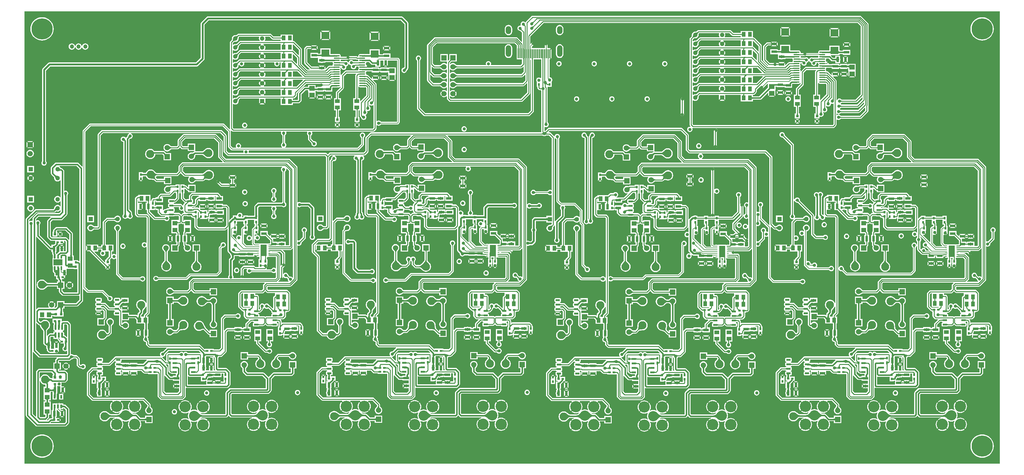
<source format=gtl>
G04*
G04 #@! TF.GenerationSoftware,Altium Limited,Altium Designer,20.1.12 (249)*
G04*
G04 Layer_Physical_Order=1*
G04 Layer_Color=255*
%FSLAX25Y25*%
%MOIN*%
G70*
G04*
G04 #@! TF.SameCoordinates,0DC69EFF-8178-42D1-8DC1-E705200A60BA*
G04*
G04*
G04 #@! TF.FilePolarity,Positive*
G04*
G01*
G75*
%ADD13C,0.01000*%
G04:AMPARAMS|DCode=18|XSize=59.26mil|YSize=22.43mil|CornerRadius=11.22mil|HoleSize=0mil|Usage=FLASHONLY|Rotation=90.000|XOffset=0mil|YOffset=0mil|HoleType=Round|Shape=RoundedRectangle|*
%AMROUNDEDRECTD18*
21,1,0.05926,0.00000,0,0,90.0*
21,1,0.03683,0.02243,0,0,90.0*
1,1,0.02243,0.00000,0.01841*
1,1,0.02243,0.00000,-0.01841*
1,1,0.02243,0.00000,-0.01841*
1,1,0.02243,0.00000,0.01841*
%
%ADD18ROUNDEDRECTD18*%
%ADD19R,0.02243X0.05926*%
%ADD24R,0.09843X0.06890*%
%ADD25C,0.01595*%
G04:AMPARAMS|DCode=54|XSize=21.65mil|YSize=49.21mil|CornerRadius=1.95mil|HoleSize=0mil|Usage=FLASHONLY|Rotation=90.000|XOffset=0mil|YOffset=0mil|HoleType=Round|Shape=RoundedRectangle|*
%AMROUNDEDRECTD54*
21,1,0.02165,0.04532,0,0,90.0*
21,1,0.01776,0.04921,0,0,90.0*
1,1,0.00390,0.02266,0.00888*
1,1,0.00390,0.02266,-0.00888*
1,1,0.00390,-0.02266,-0.00888*
1,1,0.00390,-0.02266,0.00888*
%
%ADD54ROUNDEDRECTD54*%
%ADD55O,0.02559X0.00984*%
%ADD56R,0.06693X0.12992*%
%ADD57R,0.02362X0.03937*%
%ADD58O,0.06496X0.01575*%
%ADD59R,0.02362X0.02953*%
%ADD60R,0.05118X0.05709*%
%ADD61R,0.02953X0.02362*%
%ADD62R,0.04331X0.05315*%
%ADD63R,0.05709X0.05118*%
%ADD64R,0.05315X0.04331*%
%ADD65R,0.03150X0.03150*%
%ADD66R,0.03150X0.03150*%
%ADD67R,0.01181X0.10236*%
%ADD68R,0.05906X0.03150*%
%ADD69R,0.03150X0.05906*%
%ADD70R,0.03150X0.02362*%
%ADD71R,0.06102X0.05315*%
%ADD72R,0.08858X0.08268*%
%ADD73C,0.00600*%
%ADD74C,0.01500*%
%ADD75C,0.02000*%
%ADD76C,0.05118*%
%ADD77R,0.05118X0.05118*%
%ADD78C,0.05906*%
%ADD79R,0.05906X0.05906*%
%ADD80R,0.05906X0.05906*%
%ADD81C,0.04724*%
%ADD82O,0.05906X0.09055*%
%ADD83O,0.05906X0.12992*%
%ADD84C,0.11417*%
%ADD85C,0.12598*%
%ADD86C,0.09000*%
%ADD87C,0.03543*%
%ADD88C,0.23622*%
G36*
X1279500Y65000D02*
X190500D01*
Y570500D01*
X1279500D01*
Y65000D01*
D02*
G37*
%LPC*%
G36*
X611500Y564724D02*
X611500Y564724D01*
X395500D01*
X395500Y564724D01*
X394649Y564555D01*
X393928Y564073D01*
X393928Y564073D01*
X387928Y558073D01*
X387445Y557351D01*
X387276Y556500D01*
X387276Y556500D01*
Y518421D01*
X382079Y513224D01*
X218500D01*
X218500Y513224D01*
X217649Y513055D01*
X216928Y512572D01*
X216928Y512572D01*
X210928Y506572D01*
X210445Y505851D01*
X210276Y505000D01*
X210276Y505000D01*
Y403093D01*
X210266Y402983D01*
X210257Y402927D01*
X209921Y402489D01*
X209623Y401771D01*
X209522Y401000D01*
X209623Y400229D01*
X209921Y399511D01*
X210394Y398894D01*
X211011Y398421D01*
X211729Y398123D01*
X212500Y398022D01*
X213271Y398123D01*
X213989Y398421D01*
X214606Y398894D01*
X215079Y399511D01*
X215377Y400229D01*
X215478Y401000D01*
X215377Y401771D01*
X215079Y402489D01*
X214743Y402927D01*
X214736Y402972D01*
X214724Y403135D01*
Y504079D01*
X219421Y508776D01*
X383000D01*
X383000Y508776D01*
X383851Y508945D01*
X384573Y509427D01*
X391073Y515928D01*
X391073Y515928D01*
X391555Y516649D01*
X391724Y517500D01*
X391724Y517500D01*
Y555579D01*
X396421Y560276D01*
X610579D01*
X614776Y556079D01*
Y507921D01*
X614407Y507552D01*
X614322Y507482D01*
X614277Y507449D01*
X613729Y507377D01*
X613011Y507079D01*
X612394Y506606D01*
X611921Y505989D01*
X611623Y505271D01*
X611522Y504500D01*
X611623Y503729D01*
X611921Y503011D01*
X612394Y502394D01*
X613011Y501921D01*
X613729Y501623D01*
X614500Y501522D01*
X615271Y501623D01*
X615989Y501921D01*
X616606Y502394D01*
X617079Y503011D01*
X617377Y503729D01*
X617449Y504277D01*
X617475Y504313D01*
X617582Y504437D01*
X618573Y505428D01*
X618573Y505428D01*
X619055Y506149D01*
X619224Y507000D01*
Y557000D01*
X619055Y557851D01*
X618573Y558572D01*
X618573Y558572D01*
X613072Y564073D01*
X612351Y564555D01*
X611500Y564724D01*
D02*
G37*
G36*
X1123488Y565514D02*
X757800D01*
X757144Y565384D01*
X756588Y565012D01*
X750508Y558932D01*
X750137Y558376D01*
X750115Y558264D01*
X749720Y558142D01*
X749578Y558128D01*
X748989Y558579D01*
X748271Y558877D01*
X747500Y558978D01*
X746729Y558877D01*
X746011Y558579D01*
X745394Y558106D01*
X744921Y557489D01*
X744623Y556771D01*
X744522Y556000D01*
X744623Y555229D01*
X744767Y554881D01*
X744416Y554424D01*
X744000Y554478D01*
X743229Y554377D01*
X742511Y554079D01*
X741894Y553606D01*
X741421Y552989D01*
X741123Y552271D01*
X741022Y551500D01*
X741123Y550729D01*
X741421Y550011D01*
X741894Y549394D01*
X742511Y548921D01*
X743229Y548623D01*
X743358Y548606D01*
X743413Y548583D01*
X743586Y548546D01*
X743895Y548460D01*
X744000Y548423D01*
X744102Y548380D01*
X744188Y548338D01*
X744259Y548298D01*
X744316Y548260D01*
X744317Y548259D01*
X746069Y546507D01*
Y536533D01*
X745608Y536342D01*
X741038Y540912D01*
X740481Y541284D01*
X739825Y541414D01*
X649174D01*
X648519Y541284D01*
X647963Y540912D01*
X640588Y533537D01*
X640216Y532981D01*
X640086Y532326D01*
Y493200D01*
X640216Y492544D01*
X640588Y491988D01*
X645288Y487288D01*
X645844Y486916D01*
X646500Y486786D01*
X654377D01*
X654435Y486774D01*
X654544Y486737D01*
X654685Y486673D01*
X654855Y486578D01*
X655051Y486450D01*
X655257Y486295D01*
X655770Y485848D01*
X655995Y485626D01*
X656052Y485552D01*
X656915Y484889D01*
X657921Y484473D01*
X659000Y484331D01*
X660079Y484473D01*
X661085Y484889D01*
X661786Y485427D01*
X662286Y485213D01*
Y481478D01*
X662016Y481386D01*
X661786Y481345D01*
X660993Y481953D01*
X660032Y482351D01*
X659000Y482487D01*
X657968Y482351D01*
X657007Y481953D01*
X656581Y481626D01*
X659353Y478854D01*
X659000Y478500D01*
X659353Y478147D01*
X656581Y475374D01*
X657007Y475047D01*
X657968Y474649D01*
X659000Y474513D01*
X660032Y474649D01*
X660993Y475047D01*
X661786Y475655D01*
X662016Y475614D01*
X662286Y475522D01*
Y473000D01*
X662416Y472344D01*
X662788Y471788D01*
X664788Y469788D01*
X665344Y469416D01*
X666000Y469286D01*
X745500D01*
X746156Y469416D01*
X746712Y469788D01*
X754901Y477977D01*
X755272Y478533D01*
X755403Y479189D01*
Y515997D01*
X755657Y516137D01*
X755912Y515997D01*
Y459836D01*
X752790Y456714D01*
X638210D01*
X632214Y462710D01*
Y515318D01*
X632224Y515358D01*
X632240Y515407D01*
X632266Y515464D01*
X632302Y515530D01*
X632350Y515605D01*
X632412Y515687D01*
X632490Y515778D01*
X632592Y515883D01*
X632606Y515894D01*
X633079Y516511D01*
X633377Y517229D01*
X633478Y518000D01*
X633377Y518771D01*
X633079Y519489D01*
X632606Y520106D01*
X631989Y520579D01*
X631271Y520877D01*
X630500Y520978D01*
X629729Y520877D01*
X629011Y520579D01*
X628394Y520106D01*
X627921Y519489D01*
X627623Y518771D01*
X627522Y518000D01*
X627623Y517229D01*
X627921Y516511D01*
X628394Y515894D01*
X628408Y515883D01*
X628510Y515778D01*
X628588Y515687D01*
X628650Y515605D01*
X628698Y515530D01*
X628734Y515464D01*
X628759Y515407D01*
X628776Y515358D01*
X628786Y515318D01*
Y462000D01*
X628916Y461344D01*
X629288Y460788D01*
X636288Y453788D01*
X636844Y453416D01*
X637500Y453286D01*
X753500D01*
X754156Y453416D01*
X754712Y453788D01*
X758838Y457914D01*
X759209Y458470D01*
X759340Y459126D01*
Y516701D01*
X767723D01*
Y496356D01*
X767362Y496020D01*
X766567D01*
X766489Y496079D01*
X765771Y496377D01*
X765000Y496478D01*
X764229Y496377D01*
X763511Y496079D01*
X763433Y496020D01*
X762638D01*
Y495272D01*
X762421Y494989D01*
X762123Y494271D01*
X762022Y493500D01*
X762123Y492729D01*
X762421Y492011D01*
X762638Y491728D01*
Y485980D01*
X763286D01*
Y485000D01*
X763416Y484344D01*
X763788Y483788D01*
X764788Y482788D01*
X765344Y482416D01*
X766000Y482286D01*
X767093D01*
X767394Y481894D01*
X767723Y481642D01*
Y435751D01*
X767753Y435601D01*
X767436Y435214D01*
X577500D01*
X576844Y435084D01*
X576288Y434712D01*
X571788Y430212D01*
X571416Y429656D01*
X571286Y429000D01*
Y414710D01*
X569290Y412714D01*
X532000D01*
X531344Y412584D01*
X530788Y412212D01*
X529250Y410674D01*
X528212Y411712D01*
X527656Y412084D01*
X527000Y412214D01*
X441113D01*
X440836Y412630D01*
X440877Y412729D01*
X440978Y413500D01*
X440877Y414271D01*
X440786Y414490D01*
X441120Y414990D01*
X563000D01*
X563000Y414990D01*
X563578Y415105D01*
X564068Y415432D01*
X569068Y420432D01*
X569068Y420432D01*
X569395Y420922D01*
X569510Y421500D01*
X569510Y421500D01*
Y429144D01*
X569526Y429180D01*
X569565Y429249D01*
X569625Y429340D01*
X569698Y429437D01*
X569945Y429720D01*
X570091Y429869D01*
X570106Y429880D01*
X570579Y430497D01*
X570877Y431215D01*
X570978Y431986D01*
X570877Y432757D01*
X570579Y433475D01*
X570106Y434092D01*
X569489Y434565D01*
X568771Y434863D01*
X568000Y434965D01*
X567229Y434863D01*
X566511Y434565D01*
X565894Y434092D01*
X565421Y433475D01*
X565123Y432757D01*
X565022Y431986D01*
X565123Y431215D01*
X565421Y430497D01*
X565894Y429880D01*
X565909Y429869D01*
X566055Y429720D01*
X566302Y429437D01*
X566375Y429340D01*
X566435Y429249D01*
X566473Y429180D01*
X566490Y429144D01*
Y422125D01*
X562374Y418010D01*
X481741D01*
X481606Y418510D01*
X482106Y418894D01*
X482579Y419511D01*
X482877Y420229D01*
X482978Y421000D01*
X482877Y421771D01*
X482579Y422489D01*
X482106Y423106D01*
X482091Y423117D01*
X481945Y423266D01*
X481698Y423549D01*
X481625Y423647D01*
X481565Y423737D01*
X481527Y423806D01*
X481510Y423842D01*
Y431658D01*
X481527Y431694D01*
X481565Y431763D01*
X481625Y431853D01*
X481698Y431951D01*
X481945Y432234D01*
X482091Y432383D01*
X482106Y432394D01*
X482579Y433011D01*
X482877Y433729D01*
X482978Y434500D01*
X482877Y435271D01*
X482793Y435473D01*
X483071Y435888D01*
X506167D01*
X506379Y435388D01*
X506123Y434771D01*
X506022Y434000D01*
X506123Y433229D01*
X506421Y432511D01*
X506894Y431894D01*
X507286Y431593D01*
Y427500D01*
X507416Y426844D01*
X507788Y426288D01*
X511086Y422990D01*
X511022Y422500D01*
X511123Y421729D01*
X511421Y421011D01*
X511894Y420394D01*
X512511Y419921D01*
X513229Y419623D01*
X514000Y419522D01*
X514771Y419623D01*
X515489Y419921D01*
X516106Y420394D01*
X516579Y421011D01*
X516877Y421729D01*
X516978Y422500D01*
X516877Y423271D01*
X516579Y423989D01*
X516106Y424606D01*
X515489Y425079D01*
X514771Y425377D01*
X514000Y425478D01*
X513510Y425414D01*
X510714Y428210D01*
Y431593D01*
X511106Y431894D01*
X511579Y432511D01*
X511877Y433229D01*
X511978Y434000D01*
X511877Y434771D01*
X511621Y435388D01*
X511833Y435888D01*
X580000D01*
X580656Y436019D01*
X581212Y436390D01*
X583212Y438390D01*
X583584Y438946D01*
X583714Y439602D01*
Y442902D01*
X584214Y443149D01*
X584511Y442921D01*
X585229Y442623D01*
X586000Y442522D01*
X586771Y442623D01*
X587489Y442921D01*
X588106Y443394D01*
X588117Y443409D01*
X588266Y443555D01*
X588549Y443802D01*
X588647Y443875D01*
X588737Y443935D01*
X588806Y443973D01*
X588842Y443990D01*
X607000D01*
X607000Y443990D01*
X607578Y444105D01*
X608068Y444432D01*
X609068Y445432D01*
X609068Y445432D01*
X609395Y445922D01*
X609510Y446500D01*
Y516500D01*
X609510Y516500D01*
X609395Y517078D01*
X609068Y517568D01*
X609068Y517568D01*
X608568Y518068D01*
X608078Y518395D01*
X607500Y518510D01*
X607500Y518510D01*
X599134D01*
Y523303D01*
X590866D01*
Y522516D01*
X588128D01*
X588054Y522566D01*
X587300Y522716D01*
X587110D01*
Y527921D01*
X575890D01*
Y522650D01*
X571524D01*
X571241Y522660D01*
X570964Y522686D01*
X570900Y522696D01*
X570893Y522698D01*
X570876Y522710D01*
X570690Y522747D01*
X570507Y522798D01*
X570461Y522792D01*
X570415Y522801D01*
X570229Y522764D01*
X570040Y522742D01*
X570000Y522719D01*
X569954Y522710D01*
X569922Y522688D01*
X565311D01*
X564543Y522535D01*
X563892Y522100D01*
X563457Y521449D01*
X563304Y520681D01*
X563373Y520336D01*
X562962Y519836D01*
X562557D01*
X562095Y520145D01*
X561439Y520275D01*
X552061D01*
X551405Y520145D01*
X550943Y519836D01*
X544038D01*
X543627Y520336D01*
X543696Y520681D01*
X543543Y521449D01*
X543108Y522100D01*
X542457Y522535D01*
X541689Y522688D01*
X537078D01*
X537046Y522710D01*
X537000Y522719D01*
X536960Y522742D01*
X536771Y522764D01*
X536585Y522801D01*
X536540Y522792D01*
X536493Y522798D01*
X536310Y522747D01*
X536124Y522710D01*
X536119Y522706D01*
X535281Y522650D01*
X532110D01*
Y528921D01*
X520890D01*
Y523185D01*
X518134D01*
Y523972D01*
X509866D01*
Y518461D01*
X517792D01*
X517868Y518461D01*
X517869Y518461D01*
X518134Y518461D01*
X518366Y518057D01*
X518366Y517965D01*
Y512953D01*
X521437D01*
X521729Y512832D01*
X522500Y512730D01*
X523271Y512832D01*
X523563Y512953D01*
X526634D01*
Y513623D01*
X534490D01*
X534807Y513237D01*
X534761Y513004D01*
X534913Y512236D01*
X535255Y511724D01*
X534913Y511213D01*
X534761Y510445D01*
X534829Y510100D01*
X534419Y509600D01*
X530839D01*
X530183Y509469D01*
X529627Y509098D01*
X526915Y506386D01*
X526453Y506577D01*
Y508915D01*
X524231Y506694D01*
X523524Y507401D01*
X525746Y509622D01*
X519254D01*
X521476Y507401D01*
X520768Y506694D01*
X518547Y508915D01*
Y508761D01*
X511163D01*
X506214Y513710D01*
Y527790D01*
X506710Y528286D01*
X510047D01*
Y528010D01*
X511915Y529878D01*
X510047Y531746D01*
Y531714D01*
X506000D01*
X505344Y531584D01*
X504788Y531212D01*
X503288Y529712D01*
X502916Y529156D01*
X502786Y528500D01*
Y513000D01*
X502916Y512344D01*
X503288Y511788D01*
X509241Y505835D01*
X509351Y505761D01*
X509200Y505261D01*
X506710D01*
X500214Y511757D01*
Y528047D01*
X500084Y528703D01*
X499712Y529259D01*
X492157Y536814D01*
X491601Y537186D01*
X490945Y537316D01*
X490291D01*
Y544386D01*
X483598D01*
Y544386D01*
X483402D01*
Y544386D01*
X476709D01*
Y542261D01*
X468727D01*
X466070Y544918D01*
X465513Y545290D01*
X464857Y545420D01*
X429659D01*
X429003Y545290D01*
X428447Y544918D01*
X427605Y544076D01*
X427574Y544055D01*
X427496Y544014D01*
X427385Y543970D01*
X427241Y543926D01*
X427063Y543886D01*
X426868Y543855D01*
X426325Y543813D01*
X426067Y543811D01*
X426000Y543820D01*
X425024Y543691D01*
X424114Y543314D01*
X423333Y542715D01*
X422733Y541933D01*
X422356Y541024D01*
X422228Y540047D01*
X422235Y539989D01*
X422218Y539423D01*
X422195Y539194D01*
X422162Y538984D01*
X422122Y538806D01*
X422078Y538662D01*
X422033Y538552D01*
X421992Y538473D01*
X421971Y538443D01*
X420288Y536759D01*
X419916Y536203D01*
X419786Y535547D01*
Y439602D01*
X419916Y438946D01*
X419957Y438886D01*
X419569Y438567D01*
X413568Y444568D01*
X413078Y444895D01*
X412500Y445010D01*
X412500Y445010D01*
X264000D01*
X263422Y444895D01*
X262932Y444568D01*
X262932Y444568D01*
X255932Y437568D01*
X255605Y437078D01*
X255490Y436500D01*
X255490Y436500D01*
Y397002D01*
X254990Y396795D01*
X250892Y400892D01*
X250254Y401319D01*
X249500Y401469D01*
X226000D01*
X225247Y401319D01*
X224608Y400892D01*
X220608Y396892D01*
X220181Y396253D01*
X220031Y395500D01*
Y389500D01*
X220181Y388747D01*
X220608Y388108D01*
X223414Y385302D01*
X223447Y385258D01*
X223509Y385158D01*
X223564Y385047D01*
X223614Y384923D01*
X223656Y384782D01*
X223691Y384624D01*
X223717Y384448D01*
X223732Y384252D01*
X223736Y384063D01*
X223728Y384000D01*
X223856Y383024D01*
X224233Y382114D01*
X224833Y381332D01*
X225614Y380733D01*
X226524Y380356D01*
X227500Y380228D01*
X228476Y380356D01*
X229386Y380733D01*
X230168Y381332D01*
X230531Y381806D01*
X231031Y381637D01*
Y362863D01*
X230531Y362694D01*
X230168Y363168D01*
X229386Y363767D01*
X228476Y364144D01*
X227500Y364272D01*
X226524Y364144D01*
X225614Y363767D01*
X224833Y363168D01*
X224233Y362386D01*
X223856Y361476D01*
X223728Y360500D01*
X223856Y359524D01*
X224233Y358614D01*
X224833Y357833D01*
X225614Y357233D01*
X226524Y356856D01*
X227500Y356728D01*
X228476Y356856D01*
X229386Y357233D01*
X230168Y357833D01*
X230531Y358306D01*
X231031Y358137D01*
Y352863D01*
X230531Y352694D01*
X230168Y353168D01*
X229386Y353767D01*
X228476Y354144D01*
X227500Y354272D01*
X226524Y354144D01*
X225614Y353767D01*
X224833Y353168D01*
X224233Y352386D01*
X223856Y351476D01*
X223839Y351344D01*
X223827Y351318D01*
X223763Y351048D01*
X223703Y350832D01*
X223551Y350402D01*
X223481Y350243D01*
X223402Y350089D01*
X223322Y349954D01*
X223241Y349835D01*
X223210Y349795D01*
X222883Y349469D01*
X203500D01*
X202747Y349319D01*
X202108Y348892D01*
X192608Y339392D01*
X192181Y338754D01*
X192031Y338000D01*
Y119000D01*
X192181Y118246D01*
X192608Y117608D01*
X203108Y107108D01*
X203747Y106681D01*
X204500Y106531D01*
X236000D01*
X236754Y106681D01*
X237392Y107108D01*
X239892Y109608D01*
X240319Y110247D01*
X240469Y111000D01*
Y126000D01*
X240319Y126753D01*
X239892Y127392D01*
X236707Y130577D01*
X236068Y131004D01*
X235315Y131154D01*
X234102D01*
Y132335D01*
X229510D01*
Y134000D01*
X229395Y134578D01*
X229068Y135068D01*
X228578Y135395D01*
X228000Y135510D01*
X227422Y135395D01*
X226932Y135068D01*
X226605Y134578D01*
X226490Y134000D01*
Y132335D01*
X221898D01*
Y127285D01*
X221886Y127228D01*
X221890Y127210D01*
X221887Y127192D01*
X221898Y127146D01*
Y126035D01*
X222080D01*
Y125134D01*
X221083D01*
Y118204D01*
X221079Y118192D01*
X221083Y118148D01*
Y118112D01*
X221072Y118054D01*
X221083Y118000D01*
Y116866D01*
X221769D01*
Y116362D01*
X220882D01*
Y115782D01*
X219813D01*
X219059Y115632D01*
X218421Y115205D01*
X216685Y113469D01*
X215961D01*
X215753Y113969D01*
X217392Y115608D01*
X217819Y116246D01*
X217969Y117000D01*
Y119583D01*
X220035D01*
Y126760D01*
X220035Y127063D01*
X220035Y127563D01*
Y134740D01*
X217969D01*
Y135760D01*
X220035D01*
Y142937D01*
X220035Y143240D01*
X220035Y143740D01*
Y145208D01*
X221913D01*
Y144718D01*
X221912Y144714D01*
X221913Y144698D01*
Y144611D01*
X221902Y144554D01*
X221913Y144499D01*
Y143366D01*
X221913D01*
X221898Y142964D01*
X221898D01*
X221898Y142873D01*
Y141827D01*
X221886Y141771D01*
X221898Y141716D01*
Y141643D01*
X221896Y141620D01*
X221898Y141615D01*
Y136665D01*
X226622D01*
Y141716D01*
X226633Y141771D01*
X226628Y141795D01*
X226632Y141819D01*
X226622Y141862D01*
Y142965D01*
X226860Y143366D01*
X227425D01*
Y151634D01*
X227849Y151819D01*
X230433D01*
X230756Y151453D01*
X230756Y151319D01*
Y144254D01*
X232977Y146476D01*
X233331Y146122D01*
X233684Y146476D01*
X235906Y144254D01*
Y150746D01*
X233684Y148524D01*
X232977Y149232D01*
X235198Y151453D01*
X232260D01*
X231937Y151819D01*
X231937Y151953D01*
Y155531D01*
X235500D01*
X236253Y155681D01*
X236892Y156108D01*
X238392Y157608D01*
X238819Y158247D01*
X238969Y159000D01*
Y165500D01*
X238819Y166253D01*
X238392Y166892D01*
X236892Y168392D01*
X236253Y168819D01*
X235500Y168969D01*
X229315D01*
X228969Y169316D01*
Y169866D01*
X231134D01*
Y178134D01*
X228969D01*
Y179684D01*
X229315Y180031D01*
X240500D01*
X241253Y180181D01*
X241892Y180608D01*
X242667Y181383D01*
X242719Y181421D01*
X242778Y181458D01*
X242827Y181484D01*
X242868Y181502D01*
X242900Y181513D01*
X242927Y181519D01*
X242949Y181522D01*
X242987Y181524D01*
X243000Y181522D01*
X243024Y181525D01*
X243028Y181525D01*
X243032Y181526D01*
X243771Y181623D01*
X244489Y181921D01*
X245106Y182394D01*
X245116Y182408D01*
X245222Y182510D01*
X245313Y182588D01*
X245395Y182650D01*
X245470Y182698D01*
X245536Y182734D01*
X245593Y182759D01*
X245642Y182776D01*
X245682Y182786D01*
X247790D01*
X248786Y181790D01*
Y175500D01*
X248916Y174844D01*
X249288Y174288D01*
X251288Y172288D01*
X251844Y171916D01*
X252500Y171786D01*
X253318D01*
X253358Y171776D01*
X253407Y171759D01*
X253464Y171734D01*
X253530Y171698D01*
X253605Y171650D01*
X253687Y171588D01*
X253778Y171510D01*
X253884Y171408D01*
X253894Y171394D01*
X254511Y170921D01*
X255229Y170623D01*
X256000Y170522D01*
X256771Y170623D01*
X257489Y170921D01*
X258106Y171394D01*
X258579Y172011D01*
X258877Y172729D01*
X258978Y173500D01*
X258877Y174271D01*
X258579Y174989D01*
X258106Y175606D01*
X257489Y176079D01*
X256771Y176377D01*
X256000Y176478D01*
X255229Y176377D01*
X254511Y176079D01*
X253894Y175606D01*
X253884Y175592D01*
X253778Y175490D01*
X253687Y175412D01*
X253605Y175350D01*
X253530Y175302D01*
X253464Y175266D01*
X253407Y175241D01*
X253358Y175224D01*
X253318Y175214D01*
X253210D01*
X252214Y176210D01*
Y182500D01*
X252084Y183156D01*
X251712Y183712D01*
X249712Y185712D01*
X249156Y186084D01*
X248500Y186214D01*
X245682D01*
X245642Y186224D01*
X245593Y186240D01*
X245536Y186266D01*
X245470Y186302D01*
X245395Y186350D01*
X245313Y186412D01*
X245222Y186490D01*
X245116Y186592D01*
X245106Y186606D01*
X244489Y187079D01*
X243771Y187377D01*
X243000Y187478D01*
X242656Y187433D01*
X242156Y187868D01*
Y220434D01*
X242006Y221188D01*
X241579Y221827D01*
X239514Y223892D01*
X238875Y224319D01*
X238121Y224469D01*
X233619D01*
X232865Y224319D01*
X232618Y224154D01*
X232118Y224421D01*
Y226862D01*
X221882D01*
Y222138D01*
X223291D01*
Y220932D01*
X223287Y220786D01*
X223258Y220458D01*
X223244Y220360D01*
X223231Y220296D01*
X223228Y220284D01*
X223221Y220268D01*
X223091Y220073D01*
X222912Y219174D01*
Y215491D01*
X223091Y214593D01*
X223600Y213831D01*
X224361Y213322D01*
X224414Y213312D01*
X224365Y212811D01*
X222957D01*
Y210636D01*
X219167D01*
X218414Y210486D01*
X217775Y210060D01*
X216229Y208514D01*
X215969Y208124D01*
X215469Y208276D01*
Y213014D01*
X215509Y213202D01*
X215587Y213432D01*
X215709Y213699D01*
X215879Y214002D01*
X216099Y214336D01*
X216362Y214686D01*
X217077Y215504D01*
X217400Y215831D01*
X217552Y215948D01*
X218462Y217135D01*
X219035Y218517D01*
X219230Y220000D01*
X219035Y221483D01*
X218462Y222865D01*
X217552Y224052D01*
X216365Y224962D01*
X214983Y225535D01*
X213500Y225730D01*
X212017Y225535D01*
X210635Y224962D01*
X209448Y224052D01*
X209347Y223919D01*
X209303Y223879D01*
X209183Y223786D01*
X209049Y223703D01*
X208900Y223627D01*
X208732Y223560D01*
X208544Y223502D01*
X208334Y223455D01*
X208330Y223454D01*
X206469Y225315D01*
Y227201D01*
X206602Y227646D01*
X213720D01*
X214099Y227465D01*
Y227465D01*
X221579D01*
Y230031D01*
X222839D01*
Y229244D01*
X228350D01*
Y229244D01*
X228744D01*
Y229244D01*
X234256D01*
Y234756D01*
X233469D01*
Y238366D01*
X235134D01*
Y240531D01*
X249000D01*
X249753Y240681D01*
X250392Y241108D01*
X255392Y246108D01*
X255819Y246746D01*
X255969Y247500D01*
Y260242D01*
X256431Y260434D01*
X260432Y256432D01*
X260922Y256105D01*
X261500Y255990D01*
X277375D01*
X282922Y250442D01*
X282936Y250405D01*
X282958Y250329D01*
X282980Y250223D01*
X282997Y250102D01*
X283023Y249727D01*
X283024Y249518D01*
X283022Y249500D01*
X283123Y248729D01*
X283421Y248011D01*
X283894Y247394D01*
X284511Y246921D01*
X285229Y246623D01*
X286000Y246522D01*
X286771Y246623D01*
X287489Y246921D01*
X288106Y247394D01*
X288579Y248011D01*
X288877Y248729D01*
X288978Y249500D01*
X288877Y250271D01*
X288579Y250989D01*
X288106Y251606D01*
X287489Y252079D01*
X286771Y252377D01*
X286000Y252478D01*
X285982Y252476D01*
X285773Y252477D01*
X285398Y252503D01*
X285277Y252520D01*
X285171Y252542D01*
X285095Y252564D01*
X285058Y252578D01*
X279068Y258568D01*
X278578Y258895D01*
X278000Y259010D01*
X278000Y259010D01*
X262125D01*
X258510Y262626D01*
Y435875D01*
X264626Y441990D01*
X411874D01*
X417990Y435875D01*
Y419500D01*
X417990Y419500D01*
X418105Y418922D01*
X418432Y418432D01*
X421432Y415432D01*
X421922Y415105D01*
X422500Y414990D01*
X422500Y414990D01*
X434880D01*
X435214Y414490D01*
X435123Y414271D01*
X435022Y413500D01*
X435123Y412729D01*
X435164Y412630D01*
X434887Y412214D01*
X418710D01*
X416214Y414710D01*
Y431500D01*
X416084Y432156D01*
X415712Y432712D01*
X411212Y437212D01*
X410656Y437584D01*
X410000Y437714D01*
X277500D01*
X276844Y437584D01*
X276288Y437212D01*
X272788Y433712D01*
X272416Y433156D01*
X272286Y432500D01*
Y330214D01*
X268483D01*
X268447Y330221D01*
X268363Y330248D01*
X268253Y330294D01*
X268120Y330365D01*
X267966Y330462D01*
X267806Y330578D01*
X267392Y330933D01*
X267209Y331114D01*
X267167Y331168D01*
X266386Y331767D01*
X265476Y332144D01*
X264500Y332272D01*
X263524Y332144D01*
X262614Y331767D01*
X261832Y331168D01*
X261233Y330386D01*
X260856Y329476D01*
X260728Y328500D01*
X260856Y327524D01*
X261233Y326614D01*
X261832Y325833D01*
X262614Y325233D01*
X263524Y324856D01*
X264500Y324728D01*
X265476Y324856D01*
X266386Y325233D01*
X267167Y325833D01*
X267203Y325879D01*
X267616Y326267D01*
X267794Y326413D01*
X267966Y326538D01*
X268120Y326635D01*
X268253Y326706D01*
X268363Y326752D01*
X268447Y326779D01*
X268483Y326786D01*
X273000D01*
X273656Y326916D01*
X274212Y327288D01*
X275212Y328288D01*
X275584Y328844D01*
X275714Y329500D01*
Y431790D01*
X278210Y434286D01*
X307411D01*
X307510Y433786D01*
X307011Y433579D01*
X306394Y433106D01*
X305921Y432489D01*
X305623Y431771D01*
X305526Y431032D01*
X305525Y431028D01*
X305525Y431024D01*
X305522Y431000D01*
X305523Y430987D01*
X305522Y430949D01*
X305519Y430927D01*
X305513Y430900D01*
X305502Y430868D01*
X305485Y430827D01*
X305458Y430778D01*
X305421Y430719D01*
X305383Y430667D01*
X304108Y429392D01*
X303996Y429225D01*
X303992Y429223D01*
X303396Y429227D01*
X303106Y429606D01*
X302489Y430079D01*
X301771Y430377D01*
X301000Y430478D01*
X300229Y430377D01*
X299511Y430079D01*
X298894Y429606D01*
X298421Y428989D01*
X298123Y428271D01*
X298022Y427500D01*
X298123Y426729D01*
X298421Y426011D01*
X298894Y425394D01*
X299511Y424921D01*
X300229Y424623D01*
X301000Y424522D01*
X301031Y424495D01*
Y343940D01*
X301021Y343876D01*
X301006Y343808D01*
X300990Y343755D01*
X300974Y343713D01*
X300958Y343683D01*
X300944Y343660D01*
X300930Y343642D01*
X300905Y343614D01*
X300894Y343606D01*
X300879Y343587D01*
X300876Y343584D01*
X300874Y343580D01*
X300421Y342989D01*
X300123Y342271D01*
X300022Y341500D01*
X300123Y340729D01*
X300421Y340011D01*
X300894Y339394D01*
X301511Y338921D01*
X302229Y338623D01*
X303000Y338522D01*
X303771Y338623D01*
X304489Y338921D01*
X305106Y339394D01*
X305450Y339842D01*
X305553Y339879D01*
X305947D01*
X306050Y339842D01*
X306394Y339394D01*
X307011Y338921D01*
X307729Y338623D01*
X308500Y338522D01*
X309271Y338623D01*
X309989Y338921D01*
X310606Y339394D01*
X311079Y340011D01*
X311377Y340729D01*
X311478Y341500D01*
X311377Y342271D01*
X311079Y342989D01*
X310606Y343606D01*
X310589Y343619D01*
X310544Y343666D01*
X310532Y343682D01*
X310519Y343703D01*
X310504Y343732D01*
X310488Y343771D01*
X310472Y343823D01*
X310457Y343889D01*
X310447Y343952D01*
Y345522D01*
X310297Y346275D01*
X309871Y346914D01*
X307469Y349316D01*
Y427184D01*
X308167Y427883D01*
X308219Y427921D01*
X308278Y427958D01*
X308327Y427985D01*
X308368Y428002D01*
X308401Y428013D01*
X308427Y428019D01*
X308449Y428022D01*
X308487Y428023D01*
X308500Y428022D01*
X308524Y428025D01*
X308528Y428025D01*
X308532Y428026D01*
X309271Y428123D01*
X309989Y428421D01*
X310606Y428894D01*
X311079Y429511D01*
X311377Y430229D01*
X311478Y431000D01*
X311377Y431771D01*
X311079Y432489D01*
X310606Y433106D01*
X309989Y433579D01*
X309490Y433786D01*
X309589Y434286D01*
X409290D01*
X412786Y430790D01*
Y414000D01*
X412916Y413344D01*
X413288Y412788D01*
X416788Y409288D01*
X417344Y408916D01*
X418000Y408786D01*
X526290D01*
X527286Y407790D01*
Y330710D01*
X526959Y330383D01*
X524817D01*
X524781Y330390D01*
X524696Y330417D01*
X524586Y330464D01*
X524453Y330534D01*
X524299Y330631D01*
X524139Y330748D01*
X523726Y331103D01*
X523542Y331283D01*
X523501Y331337D01*
X522719Y331936D01*
X521810Y332313D01*
X520833Y332442D01*
X519857Y332313D01*
X518947Y331936D01*
X518166Y331337D01*
X517566Y330556D01*
X517190Y329646D01*
X517061Y328669D01*
X517190Y327693D01*
X517566Y326783D01*
X518166Y326002D01*
X518947Y325402D01*
X519857Y325025D01*
X520833Y324897D01*
X521810Y325025D01*
X522719Y325402D01*
X523501Y326002D01*
X523537Y326049D01*
X523949Y326437D01*
X524127Y326582D01*
X524299Y326707D01*
X524453Y326804D01*
X524586Y326875D01*
X524696Y326922D01*
X524781Y326948D01*
X524817Y326955D01*
X527669D01*
X528325Y327086D01*
X528881Y327457D01*
X530212Y328788D01*
X530584Y329344D01*
X530714Y330000D01*
Y407290D01*
X532710Y409286D01*
X534911D01*
X535010Y408786D01*
X534511Y408579D01*
X533894Y408106D01*
X533421Y407489D01*
X533123Y406771D01*
X533022Y406000D01*
X533086Y405510D01*
X531788Y404212D01*
X531416Y403656D01*
X531286Y403000D01*
Y317210D01*
X530290Y316214D01*
X518000D01*
X517344Y316084D01*
X516788Y315712D01*
X511877Y310801D01*
X511506Y310245D01*
X511375Y309589D01*
Y301839D01*
X511506Y301183D01*
X511877Y300627D01*
X516786Y295718D01*
Y214000D01*
X516916Y213344D01*
X517288Y212788D01*
X522119Y207957D01*
X522675Y207586D01*
X523331Y207455D01*
X528095D01*
X528572Y206304D01*
X529482Y205118D01*
X530669Y204207D01*
X532051Y203634D01*
X533534Y203439D01*
X535017Y203634D01*
X536399Y204207D01*
X537586Y205118D01*
X537967Y205614D01*
X537999Y205635D01*
X538040Y205697D01*
X538097Y205746D01*
X538401Y206136D01*
X538678Y206455D01*
X538944Y206726D01*
X539197Y206950D01*
X539434Y207128D01*
X539651Y207262D01*
X539849Y207358D01*
X540025Y207419D01*
X540185Y207452D01*
X540234Y207455D01*
X540333D01*
X540386Y207466D01*
X540417Y207468D01*
X540471Y207483D01*
X540989Y207586D01*
X541545Y207957D01*
X543746Y210158D01*
X544118Y210714D01*
X544248Y211370D01*
Y219046D01*
X544260Y219104D01*
X544297Y219213D01*
X544361Y219354D01*
X544456Y219524D01*
X544585Y219720D01*
X544739Y219926D01*
X545187Y220439D01*
X545408Y220664D01*
X545482Y220721D01*
X546145Y221585D01*
X546562Y222590D01*
X546704Y223669D01*
X546562Y224748D01*
X546145Y225754D01*
X545482Y226618D01*
X544619Y227280D01*
X543613Y227697D01*
X542534Y227839D01*
X541455Y227697D01*
X540449Y227280D01*
X539586Y226618D01*
X538923Y225754D01*
X538507Y224748D01*
X538365Y223669D01*
X538507Y222590D01*
X538923Y221585D01*
X539586Y220721D01*
X539660Y220664D01*
X539882Y220439D01*
X540329Y219926D01*
X540484Y219720D01*
X540612Y219524D01*
X540707Y219354D01*
X540771Y219213D01*
X540808Y219104D01*
X540820Y219046D01*
Y212080D01*
X539762Y211022D01*
X539651Y211076D01*
X539434Y211210D01*
X539197Y211388D01*
X538944Y211612D01*
X538678Y211883D01*
X538401Y212203D01*
X538097Y212593D01*
X538040Y212641D01*
X537999Y212703D01*
X537967Y212724D01*
X537586Y213221D01*
X536399Y214132D01*
X535017Y214704D01*
X533534Y214899D01*
X532051Y214704D01*
X530669Y214132D01*
X529482Y213221D01*
X528572Y212034D01*
X528095Y210883D01*
X524041D01*
X520214Y214710D01*
Y296428D01*
X520084Y297084D01*
X519712Y297640D01*
X514803Y302549D01*
Y308879D01*
X515261Y309337D01*
X515723Y309146D01*
Y303219D01*
X518535Y306031D01*
X519242Y305324D01*
X516430Y302512D01*
X522054D01*
X522432Y302331D01*
Y302331D01*
X529125D01*
Y304455D01*
X532542D01*
Y302331D01*
X538932D01*
X539235Y302331D01*
X539735Y302331D01*
X541064D01*
Y296824D01*
X538621Y294381D01*
X538250Y293825D01*
X538151Y293331D01*
X537077D01*
Y287819D01*
X542589D01*
Y293331D01*
X542589Y293331D01*
X542589D01*
X542819Y293731D01*
X543990Y294902D01*
X544362Y295458D01*
X544492Y296114D01*
Y302331D01*
X545490D01*
Y278000D01*
X545490Y278000D01*
X545605Y277422D01*
X545932Y276932D01*
X553932Y268932D01*
X554422Y268605D01*
X555000Y268490D01*
X555000Y268490D01*
X577171D01*
X577179Y268486D01*
X577230Y268455D01*
X577301Y268402D01*
X577377Y268338D01*
X577616Y268093D01*
X577746Y267940D01*
X577814Y267885D01*
X577934Y267729D01*
X578551Y267256D01*
X579270Y266958D01*
X580040Y266857D01*
X580811Y266958D01*
X581529Y267256D01*
X582146Y267729D01*
X582619Y268346D01*
X583119Y268246D01*
Y244853D01*
X582619Y244753D01*
X582296Y245534D01*
X581385Y246721D01*
X580198Y247632D01*
X578816Y248204D01*
X577333Y248399D01*
X575850Y248204D01*
X574468Y247632D01*
X573281Y246721D01*
X572371Y245534D01*
X571799Y244152D01*
X571603Y242669D01*
X571799Y241186D01*
X572371Y239804D01*
X573281Y238617D01*
X573446Y238491D01*
X574231Y237693D01*
X574547Y237326D01*
X574820Y236973D01*
X575040Y236646D01*
X575210Y236349D01*
X575332Y236086D01*
X575410Y235860D01*
X575450Y235672D01*
X575450Y235671D01*
Y235071D01*
X573752Y233373D01*
X573325Y232734D01*
X573175Y231980D01*
Y231076D01*
X572714Y230885D01*
X572537Y231062D01*
X571898Y231488D01*
X571144Y231638D01*
X563668D01*
Y233803D01*
X556047D01*
Y235583D01*
X555978Y235933D01*
X556246Y236361D01*
X556343Y236433D01*
X562280D01*
X560058Y238654D01*
X560412Y239008D01*
X560058Y239361D01*
X562280Y241583D01*
X555789D01*
X558010Y239361D01*
X557303Y238654D01*
X555081Y240876D01*
Y237912D01*
X554619Y237721D01*
X554222Y238118D01*
X554081Y238270D01*
X554037Y238324D01*
Y239057D01*
X553931Y239594D01*
X553626Y240049D01*
X553171Y240353D01*
X552864Y240414D01*
Y240924D01*
X553171Y240985D01*
X553626Y241289D01*
X553931Y241745D01*
X553951Y241846D01*
X553962Y241864D01*
X553990Y242040D01*
X554035Y242212D01*
X554041Y242329D01*
X554052Y242389D01*
X554072Y242463D01*
X554107Y242554D01*
X554160Y242662D01*
X554232Y242785D01*
X554316Y242908D01*
X554530Y243168D01*
X556238Y244876D01*
X557466D01*
X557908Y244858D01*
X558122Y244839D01*
X558122Y244839D01*
X558134Y244835D01*
X558147Y244835D01*
X558172Y244830D01*
X558263Y244793D01*
X559034Y244691D01*
X559805Y244793D01*
X560097Y244913D01*
X563168D01*
Y250425D01*
X560097D01*
X559805Y250546D01*
X559034Y250647D01*
X558263Y250546D01*
X557971Y250425D01*
X554900D01*
Y248863D01*
X554465Y248640D01*
X554037Y248870D01*
Y249057D01*
X553931Y249594D01*
X553626Y250049D01*
X553171Y250353D01*
X552634Y250460D01*
X548103D01*
X547566Y250353D01*
X547111Y250049D01*
X546807Y249594D01*
X546700Y249057D01*
Y247282D01*
X546807Y246745D01*
X547111Y246289D01*
X547566Y245985D01*
X547874Y245924D01*
Y245414D01*
X547566Y245353D01*
X547111Y245049D01*
X546807Y244594D01*
X546700Y244057D01*
Y242282D01*
X546807Y241745D01*
X547111Y241289D01*
X547566Y240985D01*
X547874Y240924D01*
Y240414D01*
X547566Y240353D01*
X547111Y240049D01*
X547000Y239883D01*
X542043D01*
X537545Y244381D01*
X536989Y244753D01*
X536333Y244883D01*
X533068D01*
X532957Y245049D01*
X532502Y245353D01*
X532195Y245414D01*
Y245924D01*
X532502Y245985D01*
X532957Y246289D01*
X533261Y246745D01*
X533368Y247282D01*
Y249057D01*
X533261Y249594D01*
X532957Y250049D01*
X532502Y250353D01*
X531965Y250460D01*
X527434D01*
X526897Y250353D01*
X526442Y250049D01*
X526138Y249594D01*
X526031Y249057D01*
Y247282D01*
X526138Y246745D01*
X526442Y246289D01*
X526897Y245985D01*
X527204Y245924D01*
Y245414D01*
X526897Y245353D01*
X526442Y245049D01*
X526138Y244594D01*
X526031Y244057D01*
Y242282D01*
X526138Y241745D01*
X526442Y241289D01*
X526897Y240985D01*
X527204Y240924D01*
Y240414D01*
X526897Y240353D01*
X526442Y240049D01*
X526138Y239594D01*
X526031Y239057D01*
Y237281D01*
X526138Y236745D01*
X526442Y236290D01*
X526897Y235985D01*
X527434Y235879D01*
X531965D01*
X532502Y235985D01*
X532957Y236290D01*
X533068Y236455D01*
X534123D01*
X535119Y235459D01*
Y228678D01*
X534441Y228000D01*
X534289Y227858D01*
X534220Y227803D01*
X528400D01*
Y219535D01*
X536668D01*
Y225350D01*
X536830Y225541D01*
X538045Y226757D01*
X538417Y227313D01*
X538547Y227969D01*
Y236169D01*
X538417Y236825D01*
X538045Y237381D01*
X536045Y239381D01*
X535489Y239753D01*
X534833Y239883D01*
X533068D01*
X532957Y240049D01*
X532502Y240353D01*
X532195Y240414D01*
Y240924D01*
X532502Y240985D01*
X532957Y241289D01*
X533068Y241455D01*
X535623D01*
X540121Y236957D01*
X540677Y236586D01*
X541333Y236455D01*
X547000D01*
X547111Y236290D01*
X547566Y235985D01*
X547874Y235924D01*
Y235414D01*
X547566Y235353D01*
X547111Y235049D01*
X546807Y234594D01*
X546700Y234057D01*
Y232281D01*
X546807Y231745D01*
X547111Y231290D01*
X547566Y230985D01*
X548103Y230879D01*
X552619D01*
Y220669D01*
X552750Y220013D01*
X553121Y219457D01*
X554121Y218457D01*
X554677Y218086D01*
X555333Y217955D01*
X555462D01*
X555515Y217948D01*
X555580Y217931D01*
X555632Y217912D01*
X555677Y217889D01*
X555719Y217862D01*
X555762Y217825D01*
X555809Y217775D01*
X555862Y217707D01*
X555894Y217655D01*
X555923Y217584D01*
X556586Y216721D01*
X557449Y216058D01*
X558455Y215642D01*
X559534Y215500D01*
X560613Y215642D01*
X561619Y216058D01*
X562482Y216721D01*
X563145Y217584D01*
X563562Y218590D01*
X563704Y219669D01*
X563562Y220748D01*
X563145Y221754D01*
X562482Y222618D01*
X561619Y223280D01*
X560613Y223697D01*
X559534Y223839D01*
X558455Y223697D01*
X557449Y223280D01*
X556586Y222618D01*
X556521Y222533D01*
X556047Y222694D01*
Y225535D01*
X563668D01*
Y227700D01*
X570329D01*
X570973Y227056D01*
X571454Y226509D01*
X571636Y226269D01*
X571770Y226067D01*
X571798Y226015D01*
Y221831D01*
X578188D01*
X578491Y221831D01*
X578991Y221831D01*
X580565D01*
Y215303D01*
X579908D01*
Y214170D01*
X579897Y214115D01*
X579908Y214058D01*
Y214011D01*
X579905Y213972D01*
X579908Y213962D01*
Y207035D01*
X580182D01*
X580223Y207014D01*
X580262Y206987D01*
X580307Y206945D01*
X580356Y206879D01*
X580435Y206685D01*
X580461Y206535D01*
X580421Y206482D01*
X580343Y206392D01*
X580241Y206286D01*
X580227Y206275D01*
X579754Y205658D01*
X579457Y204940D01*
X579355Y204169D01*
X579457Y203398D01*
X579754Y202680D01*
X580227Y202063D01*
X580844Y201590D01*
X581563Y201292D01*
X581592Y201289D01*
X581598Y201286D01*
X581788Y201235D01*
X581931Y201192D01*
X582219Y201085D01*
X582315Y201042D01*
X582407Y200994D01*
X582483Y200949D01*
X582545Y200907D01*
X582545Y200907D01*
X582619Y200833D01*
Y198669D01*
X582750Y198013D01*
X583121Y197457D01*
X585121Y195457D01*
X585677Y195086D01*
X586333Y194955D01*
X605412D01*
X605472Y194874D01*
X605598Y194455D01*
X601679Y190536D01*
X601631Y190501D01*
X601581Y190471D01*
X601541Y190451D01*
X601513Y190440D01*
X601493Y190435D01*
X601480Y190432D01*
X601471Y190432D01*
X601398Y190434D01*
X601342Y190425D01*
X601196Y190445D01*
X600425Y190343D01*
X599707Y190046D01*
X599090Y189572D01*
X598617Y188955D01*
X598319Y188237D01*
X598218Y187466D01*
X598319Y186696D01*
X598617Y185977D01*
X598933Y185566D01*
X598686Y185066D01*
X548866D01*
X548210Y184935D01*
X547654Y184564D01*
X540973Y177883D01*
X534367D01*
X534257Y178049D01*
X533801Y178353D01*
X533494Y178414D01*
Y178924D01*
X533801Y178985D01*
X534257Y179289D01*
X534561Y179745D01*
X534667Y180281D01*
Y182057D01*
X534561Y182594D01*
X534257Y183049D01*
X533801Y183353D01*
X533264Y183460D01*
X528733D01*
X528196Y183353D01*
X527741Y183049D01*
X527437Y182594D01*
X527330Y182057D01*
Y180281D01*
X527437Y179745D01*
X527741Y179289D01*
X528196Y178985D01*
X528504Y178924D01*
Y178414D01*
X528196Y178353D01*
X527741Y178049D01*
X527437Y177594D01*
X527330Y177057D01*
Y175282D01*
X527437Y174745D01*
X527741Y174290D01*
X528196Y173985D01*
X528504Y173924D01*
Y173414D01*
X528196Y173353D01*
X527741Y173049D01*
X527630Y172883D01*
X522833D01*
X522177Y172753D01*
X521621Y172381D01*
X517121Y167881D01*
X516750Y167325D01*
X516619Y166669D01*
Y142169D01*
X516750Y141513D01*
X517121Y140957D01*
X522121Y135957D01*
X522677Y135586D01*
X523333Y135455D01*
X545199D01*
X545378Y134955D01*
X545035Y134674D01*
X549833Y129876D01*
X554631Y134674D01*
X554289Y134955D01*
X554468Y135455D01*
X565299D01*
X565478Y134955D01*
X565135Y134674D01*
X569933Y129876D01*
X574731Y134674D01*
X574389Y134955D01*
X574568Y135455D01*
X579123D01*
X584119Y130459D01*
Y129292D01*
X584107Y129234D01*
X584070Y129126D01*
X584007Y128984D01*
X583912Y128814D01*
X583783Y128619D01*
X583629Y128412D01*
X583181Y127900D01*
X582959Y127674D01*
X582885Y127618D01*
X582222Y126754D01*
X581806Y125748D01*
X581664Y124669D01*
X581806Y123590D01*
X582222Y122584D01*
X582885Y121721D01*
X583749Y121058D01*
X584754Y120642D01*
X585833Y120500D01*
X586912Y120642D01*
X587918Y121058D01*
X588782Y121721D01*
X589444Y122584D01*
X589861Y123590D01*
X590003Y124669D01*
X589861Y125748D01*
X589444Y126754D01*
X588782Y127618D01*
X588708Y127674D01*
X588486Y127900D01*
X588038Y128412D01*
X587884Y128619D01*
X587755Y128814D01*
X587660Y128984D01*
X587596Y129126D01*
X587560Y129234D01*
X587547Y129292D01*
Y131169D01*
X587417Y131825D01*
X587045Y132381D01*
X581045Y138381D01*
X580489Y138753D01*
X579833Y138883D01*
X524043D01*
X520047Y142879D01*
Y165959D01*
X523543Y169455D01*
X527630D01*
X527741Y169290D01*
X528196Y168985D01*
X528504Y168924D01*
Y168414D01*
X528196Y168353D01*
X527741Y168049D01*
X527437Y167594D01*
X527330Y167057D01*
Y165281D01*
X527437Y164745D01*
X527741Y164289D01*
X528196Y163985D01*
X528500Y163925D01*
X528502Y163900D01*
Y162531D01*
X527814D01*
Y161394D01*
X527803Y161338D01*
X527814Y161282D01*
Y161251D01*
X527810Y161206D01*
X527814Y161194D01*
Y157807D01*
X529682D01*
X529881Y157572D01*
X529944Y157314D01*
X529888Y157303D01*
X527747D01*
Y149035D01*
X528618D01*
Y148303D01*
X527916D01*
Y147170D01*
X527905Y147115D01*
X527916Y147058D01*
Y147027D01*
X527912Y146980D01*
X527916Y146967D01*
Y145869D01*
X527754Y145658D01*
X527457Y144940D01*
X527355Y144169D01*
X527457Y143398D01*
X527754Y142680D01*
X527916Y142469D01*
Y140035D01*
X533428D01*
Y148303D01*
X532556D01*
Y149035D01*
X533258D01*
Y150169D01*
X533270Y150224D01*
X533258Y150281D01*
Y150312D01*
X533263Y150358D01*
X533258Y150372D01*
Y153933D01*
X533270Y153989D01*
X533258Y154045D01*
Y154430D01*
X533319Y154516D01*
X533660Y154920D01*
X535861Y157122D01*
X536288Y157760D01*
X536298Y157807D01*
X537853D01*
Y162531D01*
X532440D01*
Y163879D01*
X533264D01*
X533801Y163985D01*
X534257Y164289D01*
X534561Y164745D01*
X534667Y165281D01*
Y167057D01*
X534561Y167594D01*
X534257Y168049D01*
X533801Y168353D01*
X533494Y168414D01*
Y168924D01*
X533801Y168985D01*
X534257Y169290D01*
X534561Y169745D01*
X534667Y170282D01*
Y172057D01*
X534561Y172594D01*
X534257Y173049D01*
X533801Y173353D01*
X533494Y173414D01*
Y173924D01*
X533801Y173985D01*
X534257Y174290D01*
X534367Y174455D01*
X541683D01*
X542339Y174586D01*
X542895Y174957D01*
X547643Y179705D01*
X548220Y179575D01*
X548410Y179289D01*
X548865Y178985D01*
X549173Y178924D01*
Y178414D01*
X548865Y178353D01*
X548410Y178049D01*
X548106Y177594D01*
X547999Y177057D01*
Y175282D01*
X548106Y174745D01*
X548410Y174290D01*
X548865Y173985D01*
X549173Y173924D01*
Y173414D01*
X548865Y173353D01*
X548410Y173049D01*
X548106Y172594D01*
X547999Y172057D01*
Y170282D01*
X548106Y169745D01*
X548410Y169290D01*
X548865Y168985D01*
X549173Y168924D01*
Y168414D01*
X548865Y168353D01*
X548410Y168049D01*
X548106Y167594D01*
X547999Y167057D01*
Y165281D01*
X548106Y164745D01*
X548410Y164289D01*
X548865Y163985D01*
X549402Y163879D01*
X553934D01*
X554471Y163985D01*
X554926Y164289D01*
X555230Y164745D01*
X555337Y165281D01*
Y167057D01*
X555230Y167594D01*
X554926Y168049D01*
X554471Y168353D01*
X554163Y168414D01*
Y168924D01*
X554471Y168985D01*
X554926Y169290D01*
X555036Y169455D01*
X555624D01*
X555761Y169364D01*
X555881Y168913D01*
X555881Y168730D01*
Y164471D01*
X558102Y166692D01*
X558809Y165985D01*
X556588Y163764D01*
X563079D01*
X560858Y165985D01*
X561565Y166692D01*
X563786Y164471D01*
X563786Y168913D01*
X564269Y168955D01*
X564398D01*
X564881Y168913D01*
X564881Y168455D01*
Y164471D01*
X567102Y166692D01*
X567809Y165985D01*
X565588Y163764D01*
X572079D01*
X569858Y165985D01*
X570565Y166692D01*
X572786Y164471D01*
X572786Y168913D01*
X573269Y168955D01*
X577123D01*
X579621Y166457D01*
X580177Y166086D01*
X580833Y165955D01*
X584951D01*
Y165307D01*
X594991D01*
Y165307D01*
X595451Y165212D01*
X595619Y165100D01*
Y140669D01*
X595750Y140013D01*
X596121Y139457D01*
X598621Y136957D01*
X599177Y136586D01*
X599833Y136455D01*
X622833D01*
X623489Y136586D01*
X624045Y136957D01*
X626545Y139457D01*
X626917Y140013D01*
X627047Y140669D01*
Y149706D01*
X627488Y149942D01*
X627625Y149850D01*
X628379Y149700D01*
X672833D01*
X673587Y149850D01*
X674226Y150277D01*
X676226Y152277D01*
X676652Y152916D01*
X676802Y153669D01*
Y167169D01*
X676652Y167923D01*
X676226Y168561D01*
X673226Y171562D01*
X672587Y171988D01*
X671833Y172138D01*
X663302D01*
Y183230D01*
X663312Y183293D01*
X663327Y183361D01*
X663343Y183415D01*
X663360Y183456D01*
X663375Y183487D01*
X663389Y183510D01*
X663403Y183528D01*
X663429Y183555D01*
X663439Y183563D01*
X663454Y183582D01*
X663457Y183586D01*
X663459Y183589D01*
X663913Y184180D01*
X663929Y184220D01*
X663937Y184229D01*
X664003Y184342D01*
X664039Y184393D01*
X664067Y184426D01*
X664087Y184444D01*
X664097Y184452D01*
X664102Y184454D01*
X664104Y184455D01*
X666333D01*
X666989Y184586D01*
X667545Y184957D01*
X672045Y189457D01*
X672417Y190013D01*
X672547Y190669D01*
Y211959D01*
X673874Y213286D01*
X681200D01*
Y212244D01*
X684271D01*
X684562Y212123D01*
X685333Y212022D01*
X686104Y212123D01*
X686396Y212244D01*
X689467D01*
Y213286D01*
X691199D01*
Y212244D01*
X699467D01*
Y217756D01*
X697047D01*
Y220459D01*
X700543Y223955D01*
X702130D01*
X702241Y223790D01*
X702696Y223485D01*
X703004Y223424D01*
Y222914D01*
X702696Y222853D01*
X702241Y222549D01*
X701937Y222094D01*
X701830Y221557D01*
Y219781D01*
X701937Y219245D01*
X702241Y218790D01*
X702696Y218485D01*
X703233Y218379D01*
X707764D01*
X708301Y218485D01*
X708756Y218790D01*
X708867Y218955D01*
X713333D01*
X713989Y219086D01*
X714545Y219457D01*
X715833Y220745D01*
X717121Y219457D01*
X717677Y219086D01*
X718333Y218955D01*
X722799D01*
X722910Y218790D01*
X723365Y218485D01*
X723902Y218379D01*
X728434D01*
X728971Y218485D01*
X729426Y218790D01*
X729730Y219245D01*
X729837Y219781D01*
Y221557D01*
X729730Y222094D01*
X729426Y222549D01*
X728971Y222853D01*
X728663Y222914D01*
Y223424D01*
X728971Y223485D01*
X729426Y223790D01*
X729536Y223955D01*
X730123D01*
X730619Y223459D01*
Y218189D01*
X729971D01*
Y212874D01*
Y208150D01*
X734695D01*
Y209093D01*
X734971D01*
X735381Y209174D01*
X735881Y208837D01*
Y205471D01*
X738102Y207692D01*
X738809Y206985D01*
X736588Y204764D01*
X743079D01*
X740858Y206985D01*
X741211Y207339D01*
X740858Y207692D01*
X743079Y209913D01*
X737155D01*
X736963Y210375D01*
X737252Y210664D01*
X737624Y211221D01*
X737754Y211876D01*
Y212875D01*
X737922Y213043D01*
X738075Y213185D01*
X738149Y213244D01*
X738251D01*
X738307Y213233D01*
X738363Y213244D01*
X743967D01*
Y213244D01*
X744200Y213413D01*
X747771D01*
X748063Y213293D01*
X748833Y213191D01*
X749604Y213293D01*
X749896Y213413D01*
X752467D01*
Y218925D01*
X750327D01*
X750303Y218955D01*
X750539Y219455D01*
X753264D01*
X753376Y219287D01*
X753471Y218827D01*
X753471D01*
Y213512D01*
X753652D01*
Y209676D01*
X755480Y211503D01*
X755833Y211150D01*
X756187Y211503D01*
X758014Y209676D01*
Y213512D01*
X758195D01*
Y218827D01*
X757547D01*
Y219669D01*
X757417Y220325D01*
X757045Y220881D01*
X755545Y222381D01*
X754989Y222753D01*
X754333Y222883D01*
X735333D01*
X734677Y222753D01*
X734547Y222666D01*
X734047Y222933D01*
Y224169D01*
X733917Y224825D01*
X733545Y225381D01*
X732933Y225993D01*
X733125Y226455D01*
X735333D01*
X735989Y226586D01*
X736545Y226957D01*
X738545Y228957D01*
X738917Y229513D01*
X739047Y230169D01*
Y234307D01*
X739991D01*
Y234955D01*
X741248D01*
X741903Y235086D01*
X742459Y235457D01*
X743045Y236043D01*
X743417Y236599D01*
X743547Y237255D01*
Y255669D01*
X743417Y256325D01*
X743045Y256881D01*
X741045Y258881D01*
X740489Y259253D01*
X739833Y259383D01*
X719043D01*
X718147Y260279D01*
Y262559D01*
X718543Y262955D01*
X743596D01*
X744252Y263086D01*
X744808Y263457D01*
X751263Y269912D01*
X751634Y270468D01*
X751764Y271124D01*
Y271952D01*
X751634Y272608D01*
X751487Y272828D01*
Y308028D01*
X751987Y308323D01*
X752645Y308236D01*
X753415Y308338D01*
X754134Y308635D01*
X754597Y308991D01*
X756879D01*
X756879Y308991D01*
X757730Y309160D01*
X758451Y309642D01*
X760906Y312097D01*
X760906Y312097D01*
X761388Y312818D01*
X761557Y313669D01*
Y324076D01*
X761567Y324186D01*
X761576Y324242D01*
X761913Y324680D01*
X762210Y325398D01*
X762312Y326169D01*
X762210Y326940D01*
X761913Y327658D01*
X761576Y328097D01*
X761569Y328141D01*
X761557Y328304D01*
Y335912D01*
X761590Y335946D01*
X773059D01*
X773193Y335934D01*
X773391Y335901D01*
X773426Y335891D01*
Y334429D01*
X779286D01*
Y332713D01*
X778771Y332198D01*
X778741Y332177D01*
X778662Y332136D01*
X778552Y332092D01*
X778407Y332048D01*
X778230Y332008D01*
X778035Y331977D01*
X777491Y331935D01*
X777234Y331933D01*
X777167Y331942D01*
X776190Y331813D01*
X775281Y331436D01*
X774499Y330837D01*
X773900Y330055D01*
X773523Y329146D01*
X773394Y328169D01*
X773523Y327193D01*
X773900Y326283D01*
X774499Y325502D01*
X775281Y324902D01*
X776190Y324525D01*
X777167Y324397D01*
X778143Y324525D01*
X779053Y324902D01*
X779834Y325502D01*
X780434Y326283D01*
X780810Y327193D01*
X780939Y328169D01*
X780931Y328228D01*
X780948Y328794D01*
X780972Y329023D01*
X781005Y329233D01*
X781045Y329410D01*
X781089Y329554D01*
X781134Y329665D01*
X781175Y329744D01*
X781195Y329774D01*
X782212Y330791D01*
X782531Y331268D01*
X782876Y331241D01*
X783031Y331185D01*
Y316940D01*
X783021Y316876D01*
X783006Y316808D01*
X782990Y316755D01*
X782974Y316713D01*
X782958Y316683D01*
X782944Y316660D01*
X782930Y316642D01*
X782905Y316614D01*
X782894Y316606D01*
X782879Y316587D01*
X782876Y316584D01*
X782874Y316580D01*
X782421Y315989D01*
X782123Y315271D01*
X782022Y314500D01*
X782123Y313729D01*
X782421Y313011D01*
X782894Y312394D01*
X783511Y311921D01*
X784229Y311623D01*
X785000Y311522D01*
X785771Y311623D01*
X786489Y311921D01*
X787106Y312394D01*
X787579Y313011D01*
X787877Y313729D01*
X787978Y314500D01*
X787877Y315271D01*
X787579Y315989D01*
X787125Y316580D01*
X787123Y316584D01*
X787121Y316587D01*
X787106Y316606D01*
X787095Y316614D01*
X787070Y316642D01*
X787056Y316659D01*
X787042Y316683D01*
X787026Y316713D01*
X787010Y316755D01*
X786994Y316808D01*
X786979Y316876D01*
X786969Y316940D01*
Y334185D01*
X792892Y340108D01*
X793319Y340746D01*
X793469Y341500D01*
Y348560D01*
X793479Y348624D01*
X793494Y348692D01*
X793510Y348745D01*
X793526Y348787D01*
X793542Y348817D01*
X793556Y348840D01*
X793570Y348858D01*
X793595Y348886D01*
X793606Y348894D01*
X793621Y348913D01*
X793623Y348916D01*
X793625Y348920D01*
X794079Y349511D01*
X794377Y350229D01*
X794478Y351000D01*
X794377Y351771D01*
X794079Y352489D01*
X793695Y352990D01*
X793865Y353490D01*
X804375D01*
X810490Y347375D01*
Y340804D01*
X809990Y340634D01*
X809834Y340837D01*
X809053Y341436D01*
X808143Y341813D01*
X807167Y341942D01*
X806190Y341813D01*
X805280Y341436D01*
X804499Y340837D01*
X804105Y340323D01*
X804034Y340255D01*
X803870Y340018D01*
X803731Y339841D01*
X803601Y339696D01*
X803482Y339583D01*
X803378Y339500D01*
X803290Y339444D01*
X803218Y339408D01*
X803162Y339389D01*
X803135Y339383D01*
X795667D01*
X795011Y339253D01*
X794455Y338881D01*
X791010Y335436D01*
X790638Y334880D01*
X790508Y334224D01*
Y309508D01*
X788875D01*
Y307383D01*
X785458D01*
Y309508D01*
X778812D01*
X778765Y309508D01*
X778340Y309327D01*
X778265Y309327D01*
X772763D01*
X775575Y306515D01*
X774868Y305808D01*
X772056Y308620D01*
Y302719D01*
X774868Y305531D01*
X775575Y304824D01*
X772764Y302012D01*
X778340Y302012D01*
X778765Y301831D01*
X778812Y301831D01*
X785458D01*
Y303955D01*
X788875D01*
Y301831D01*
X795265D01*
X795568Y301831D01*
X796068Y301831D01*
X797398D01*
Y296324D01*
X794955Y293881D01*
X794583Y293325D01*
X794485Y292831D01*
X793411D01*
Y287319D01*
X798923D01*
Y292831D01*
X798923Y292831D01*
X798923D01*
X799153Y293231D01*
X800323Y294402D01*
X800695Y294958D01*
X800826Y295614D01*
Y301831D01*
X802458D01*
Y309508D01*
X796068D01*
X795765Y309508D01*
X795265Y309508D01*
X793936D01*
Y333514D01*
X796377Y335955D01*
X803333D01*
X803370Y335949D01*
X803461Y335924D01*
X803814Y335786D01*
X803982Y335705D01*
X804768Y335245D01*
X805058Y335053D01*
X805116Y335029D01*
X805280Y334902D01*
X806190Y334525D01*
X807167Y334397D01*
X808143Y334525D01*
X809053Y334902D01*
X809834Y335502D01*
X809990Y335705D01*
X810490Y335535D01*
Y334000D01*
X810490Y334000D01*
X810605Y333422D01*
X810932Y332932D01*
X812490Y331375D01*
Y287000D01*
X812490Y287000D01*
X812605Y286422D01*
X812932Y285932D01*
X815922Y282942D01*
X815936Y282905D01*
X815958Y282829D01*
X815980Y282723D01*
X815997Y282602D01*
X816023Y282227D01*
X816024Y282018D01*
X816022Y282000D01*
X816123Y281229D01*
X816421Y280511D01*
X816894Y279894D01*
X817511Y279421D01*
X818229Y279123D01*
X819000Y279022D01*
X819771Y279123D01*
X820489Y279421D01*
X821106Y279894D01*
X821579Y280511D01*
X821877Y281229D01*
X821978Y282000D01*
X821877Y282771D01*
X821579Y283489D01*
X821106Y284106D01*
X820489Y284579D01*
X819771Y284877D01*
X819000Y284978D01*
X818982Y284976D01*
X818773Y284977D01*
X818398Y285003D01*
X818277Y285020D01*
X818171Y285042D01*
X818095Y285064D01*
X818058Y285078D01*
X815510Y287626D01*
Y332000D01*
X815510Y332000D01*
X815395Y332578D01*
X815068Y333068D01*
X815068Y333068D01*
X813510Y334626D01*
Y348000D01*
X813395Y348578D01*
X813068Y349068D01*
X813068Y349068D01*
X806068Y356068D01*
X805578Y356395D01*
X805000Y356510D01*
X805000Y356510D01*
X790126D01*
X787510Y359125D01*
Y427818D01*
X787517Y427843D01*
X787536Y427897D01*
X787978Y428830D01*
X788072Y429002D01*
X788079Y429011D01*
X788085Y429025D01*
X788102Y429057D01*
X788103Y429058D01*
X788104Y429060D01*
X788118Y429105D01*
X788377Y429729D01*
X788478Y430500D01*
X788377Y431271D01*
X788079Y431989D01*
X787606Y432606D01*
X786989Y433079D01*
X786271Y433377D01*
X785500Y433478D01*
X784729Y433377D01*
X784011Y433079D01*
X783394Y432606D01*
X782921Y431989D01*
X782623Y431271D01*
X782590Y431015D01*
X782579Y431006D01*
X782065Y430859D01*
X778212Y434712D01*
X777656Y435084D01*
X777000Y435214D01*
X775791D01*
X775600Y435676D01*
X776710Y436786D01*
X923290D01*
X928786Y431290D01*
Y416000D01*
X928916Y415344D01*
X929288Y414788D01*
X931788Y412288D01*
X932344Y411916D01*
X933000Y411786D01*
X944411D01*
X944510Y411286D01*
X944011Y411079D01*
X943394Y410606D01*
X942921Y409989D01*
X942623Y409271D01*
X942522Y408500D01*
X942623Y407729D01*
X942921Y407011D01*
X943394Y406394D01*
X943929Y405983D01*
X943884Y405664D01*
X943795Y405483D01*
X928039D01*
X924537Y408986D01*
Y424776D01*
X924407Y425432D01*
X924035Y425988D01*
X917541Y432481D01*
X916985Y432853D01*
X916329Y432983D01*
X881267D01*
X880611Y432853D01*
X880055Y432481D01*
X874955Y427381D01*
X874583Y426825D01*
X874530Y426558D01*
X874483Y426488D01*
X874353Y425832D01*
Y420379D01*
X873357Y419383D01*
X867290D01*
X867232Y419396D01*
X867123Y419432D01*
X866982Y419496D01*
X866812Y419591D01*
X866616Y419720D01*
X866410Y419874D01*
X865897Y420322D01*
X865672Y420544D01*
X865615Y420618D01*
X864751Y421280D01*
X863746Y421697D01*
X862667Y421839D01*
X861588Y421697D01*
X860582Y421280D01*
X859718Y420618D01*
X859056Y419754D01*
X858639Y418748D01*
X858497Y417669D01*
X858639Y416590D01*
X859056Y415585D01*
X859718Y414721D01*
X860582Y414058D01*
X861588Y413642D01*
X862667Y413500D01*
X863746Y413642D01*
X864751Y414058D01*
X865615Y414721D01*
X865672Y414795D01*
X865897Y415017D01*
X866410Y415464D01*
X866616Y415619D01*
X866812Y415747D01*
X866982Y415842D01*
X867123Y415906D01*
X867232Y415943D01*
X867290Y415955D01*
X874067D01*
X874723Y416086D01*
X875279Y416457D01*
X876867Y418045D01*
X878455Y416457D01*
X879011Y416086D01*
X879667Y415955D01*
X885533D01*
Y414035D01*
X892959D01*
X893008Y413535D01*
X892771Y413488D01*
X892132Y413062D01*
X891653Y412582D01*
X891586Y412534D01*
X891474Y412471D01*
X891345Y412415D01*
X891194Y412367D01*
X891020Y412328D01*
X890820Y412301D01*
X890594Y412287D01*
X890342Y412289D01*
X890031Y412310D01*
X889958Y412300D01*
X889667Y412339D01*
X888587Y412197D01*
X887582Y411780D01*
X886718Y411118D01*
X886056Y410254D01*
X885639Y409248D01*
X885497Y408169D01*
X885639Y407090D01*
X886056Y406084D01*
X886718Y405221D01*
X887582Y404558D01*
X888587Y404142D01*
X889667Y404000D01*
X890746Y404142D01*
X891751Y404558D01*
X892615Y405221D01*
X893278Y406084D01*
X893694Y407090D01*
X893775Y407707D01*
X893807Y407803D01*
X893887Y408474D01*
X893935Y408723D01*
X893995Y408958D01*
X894062Y409166D01*
X894134Y409347D01*
X894210Y409501D01*
X894288Y409630D01*
X894338Y409699D01*
X894340Y409700D01*
X901681D01*
X901869Y409660D01*
X902098Y409582D01*
X902366Y409460D01*
X902669Y409291D01*
X903002Y409070D01*
X903353Y408807D01*
X904171Y408092D01*
X904498Y407770D01*
X904615Y407618D01*
X905802Y406707D01*
X907184Y406134D01*
X908667Y405939D01*
X910150Y406134D01*
X911532Y406707D01*
X912718Y407618D01*
X913629Y408804D01*
X914202Y410186D01*
X914397Y411669D01*
X914202Y413152D01*
X913629Y414534D01*
X912718Y415721D01*
X911532Y416632D01*
X910150Y417204D01*
X908667Y417399D01*
X907184Y417204D01*
X905802Y416632D01*
X904615Y415721D01*
X904498Y415569D01*
X904171Y415246D01*
X903353Y414532D01*
X903002Y414268D01*
X902669Y414048D01*
X902366Y413878D01*
X902098Y413756D01*
X901869Y413678D01*
X901681Y413638D01*
X894049D01*
X893801Y414035D01*
X893801Y414138D01*
Y422303D01*
X885533D01*
Y419383D01*
X880377D01*
X879381Y420379D01*
Y424459D01*
X882877Y427955D01*
X914957D01*
X919453Y423459D01*
Y407669D01*
X919583Y407013D01*
X919955Y406457D01*
X924467Y401945D01*
X924275Y401483D01*
X880004D01*
X879348Y401353D01*
X878792Y400981D01*
X875855Y398044D01*
X875483Y397488D01*
X875353Y396832D01*
Y391779D01*
X872957Y389383D01*
X851290D01*
X851261Y389386D01*
X851118Y389423D01*
X850911Y389505D01*
X850648Y389641D01*
X850337Y389834D01*
X850007Y390070D01*
X848707Y391199D01*
X848338Y391566D01*
X848219Y391721D01*
X847032Y392632D01*
X845650Y393204D01*
X844167Y393399D01*
X842684Y393204D01*
X841302Y392632D01*
X840115Y391721D01*
X839204Y390534D01*
X838833Y389638D01*
X835529D01*
Y390327D01*
X830805D01*
Y385012D01*
X830986D01*
Y381176D01*
X832813Y383003D01*
X833167Y382650D01*
X833520Y383003D01*
X835348Y381176D01*
Y385012D01*
X835529D01*
Y385700D01*
X838833D01*
X839204Y384804D01*
X840115Y383617D01*
X841302Y382707D01*
X842684Y382134D01*
X844167Y381939D01*
X844361Y381965D01*
X844903Y381963D01*
X845511Y381942D01*
X846587Y381844D01*
X846999Y381775D01*
X847355Y381692D01*
X847637Y381602D01*
X847842Y381514D01*
X847970Y381439D01*
X847991Y381421D01*
X849455Y379957D01*
X850011Y379586D01*
X850667Y379455D01*
X859033D01*
Y377035D01*
X867301D01*
Y385303D01*
X859033D01*
Y382883D01*
X851377D01*
X850415Y383845D01*
X850397Y383867D01*
X850322Y383994D01*
X850233Y384199D01*
X850144Y384481D01*
X850061Y384837D01*
X849994Y385237D01*
X849992Y385258D01*
X849997Y385261D01*
X850337Y385505D01*
X850648Y385698D01*
X850911Y385834D01*
X851118Y385916D01*
X851261Y385953D01*
X851290Y385955D01*
X873667D01*
X874323Y386086D01*
X874879Y386457D01*
X877667Y389245D01*
X880955Y385957D01*
X881511Y385586D01*
X882167Y385455D01*
X886879D01*
X887094Y384955D01*
X886556Y384254D01*
X886139Y383248D01*
X885997Y382169D01*
X886139Y381090D01*
X886556Y380084D01*
X887218Y379221D01*
X888082Y378558D01*
X889087Y378142D01*
X890167Y378000D01*
X891246Y378142D01*
X892251Y378558D01*
X893115Y379221D01*
X893172Y379295D01*
X893397Y379517D01*
X893910Y379964D01*
X894116Y380119D01*
X894312Y380247D01*
X894482Y380343D01*
X894623Y380406D01*
X894732Y380443D01*
X894790Y380455D01*
X902667D01*
X903323Y380586D01*
X903879Y380957D01*
X904601Y381680D01*
X904643Y381715D01*
X904761Y381783D01*
X904928Y381848D01*
X905155Y381902D01*
X905444Y381937D01*
X905795Y381945D01*
X906188Y381924D01*
X907210Y381768D01*
X907553Y381688D01*
X907684Y381634D01*
X909167Y381439D01*
X910650Y381634D01*
X912032Y382207D01*
X913218Y383118D01*
X914129Y384304D01*
X914701Y385686D01*
X914897Y387169D01*
X914701Y388652D01*
X914129Y390034D01*
X913218Y391221D01*
X912032Y392132D01*
X910650Y392704D01*
X909167Y392899D01*
X907684Y392704D01*
X906302Y392132D01*
X905115Y391221D01*
X904996Y391066D01*
X904611Y390683D01*
X904166Y390269D01*
X903337Y389577D01*
X902996Y389334D01*
X902686Y389141D01*
X902423Y389005D01*
X902215Y388923D01*
X902072Y388886D01*
X902044Y388883D01*
X882877D01*
X880381Y391379D01*
Y395459D01*
X881377Y396455D01*
X993957D01*
X998453Y391959D01*
Y357044D01*
X998037Y356767D01*
X997771Y356877D01*
X997000Y356978D01*
X996229Y356877D01*
X995511Y356579D01*
X994894Y356106D01*
X994421Y355489D01*
X994123Y354771D01*
X994022Y354000D01*
X994123Y353229D01*
X994421Y352511D01*
X994894Y351894D01*
X994909Y351883D01*
X995055Y351734D01*
X995302Y351451D01*
X995375Y351353D01*
X995435Y351263D01*
X995473Y351194D01*
X995490Y351157D01*
Y344397D01*
X995478Y344384D01*
X995424Y344336D01*
X995344Y344274D01*
X995236Y344204D01*
X995072Y344111D01*
X995059Y344099D01*
X995011Y344079D01*
X994394Y343606D01*
X993921Y342989D01*
X993714Y342490D01*
X993214Y342589D01*
Y354000D01*
X993084Y354656D01*
X992712Y355212D01*
X992156Y355584D01*
X991500Y355714D01*
X990844Y355584D01*
X990288Y355212D01*
X990214Y355101D01*
X989714Y355253D01*
Y363093D01*
X990106Y363394D01*
X990579Y364011D01*
X990877Y364729D01*
X990978Y365500D01*
X990877Y366271D01*
X990579Y366989D01*
X990106Y367606D01*
X989489Y368079D01*
X988771Y368377D01*
X988000Y368478D01*
X987229Y368377D01*
X986511Y368079D01*
X985894Y367606D01*
X985421Y366989D01*
X985123Y366271D01*
X985022Y365500D01*
X985123Y364729D01*
X985421Y364011D01*
X985894Y363394D01*
X986286Y363093D01*
Y346710D01*
X980652Y341076D01*
X965998D01*
Y342020D01*
X961274D01*
Y341076D01*
X960421D01*
X960282Y341384D01*
X960238Y341576D01*
X960584Y342094D01*
X960714Y342750D01*
Y367459D01*
X961214Y367629D01*
X961394Y367394D01*
X962011Y366921D01*
X962729Y366623D01*
X963500Y366522D01*
X964271Y366623D01*
X964989Y366921D01*
X965606Y367394D01*
X966079Y368011D01*
X966377Y368729D01*
X966478Y369500D01*
X966377Y370271D01*
X966079Y370989D01*
X965606Y371606D01*
X964989Y372079D01*
X964271Y372377D01*
X963500Y372478D01*
X962729Y372377D01*
X962011Y372079D01*
X961394Y371606D01*
X961214Y371371D01*
X960714Y371541D01*
Y394000D01*
X960584Y394656D01*
X960212Y395212D01*
X959656Y395584D01*
X959000Y395714D01*
X958344Y395584D01*
X957788Y395212D01*
X957416Y394656D01*
X957286Y394000D01*
Y342750D01*
X957416Y342094D01*
X957762Y341576D01*
X957718Y341384D01*
X957579Y341076D01*
X954044D01*
Y342020D01*
X949320D01*
Y341076D01*
X942089D01*
Y342020D01*
X941067D01*
X940989Y342079D01*
X940271Y342377D01*
X939500Y342478D01*
X938729Y342377D01*
X938011Y342079D01*
X937933Y342020D01*
X937365D01*
Y341617D01*
X936842D01*
X936842Y341617D01*
X935991Y341448D01*
X935269Y340966D01*
X932556Y338253D01*
X932381Y337990D01*
X931881Y338142D01*
Y350669D01*
X931750Y351325D01*
X931379Y351881D01*
X929709Y353551D01*
X929153Y353922D01*
X928497Y354053D01*
X924800D01*
Y355095D01*
X916533D01*
Y349583D01*
X924800D01*
Y350624D01*
X927787D01*
X928453Y349959D01*
Y330879D01*
X926457Y328883D01*
X897877D01*
X896381Y330379D01*
Y338287D01*
X897029D01*
Y343012D01*
Y345698D01*
X897472Y345887D01*
X897805Y345601D01*
Y345500D01*
X897793Y345444D01*
X897805Y345388D01*
Y342736D01*
X897986D01*
Y338900D01*
X899813Y340727D01*
X900520Y340020D01*
X898693Y338193D01*
X902348D01*
Y338193D01*
X902804Y338088D01*
Y338012D01*
X907529D01*
Y338955D01*
X908081D01*
X908327Y339004D01*
X908714Y338687D01*
Y335140D01*
X910935Y337361D01*
X911642Y336654D01*
X909421Y334433D01*
X915912D01*
X913691Y336654D01*
X914045Y337008D01*
X913691Y337361D01*
X915912Y339583D01*
X910069D01*
X909960Y339848D01*
X909905Y340083D01*
X910250Y340599D01*
X910381Y341255D01*
Y342477D01*
X910832Y342860D01*
X910881Y342866D01*
X911065Y342847D01*
X911397Y342792D01*
X911488Y342772D01*
X911513Y342771D01*
X911536Y342762D01*
X911617Y342763D01*
X912167Y342691D01*
X912938Y342793D01*
X913229Y342913D01*
X916800D01*
Y343786D01*
X917533D01*
Y342744D01*
X925801D01*
Y348256D01*
X917533D01*
Y347214D01*
X916800D01*
Y348425D01*
X913229D01*
X912938Y348546D01*
X912167Y348647D01*
X911396Y348546D01*
X911104Y348425D01*
X908533D01*
Y346135D01*
X908041Y345807D01*
X907991Y345757D01*
X907529Y345948D01*
Y348051D01*
X902804D01*
Y348051D01*
X902529D01*
Y348051D01*
X900468D01*
X900412Y348062D01*
X900356Y348051D01*
X900259D01*
X900063Y348217D01*
X899147Y349132D01*
X899338Y349594D01*
X905412D01*
X903191Y351816D01*
X903545Y352169D01*
X903191Y352523D01*
X905412Y354744D01*
X898921D01*
X901142Y352523D01*
X900435Y351816D01*
X898214Y354037D01*
Y350741D01*
X897714Y350504D01*
X897342Y350753D01*
X896686Y350883D01*
X892436D01*
X891780Y350753D01*
X891224Y350381D01*
X891039Y350196D01*
X890804Y350353D01*
X890497Y350414D01*
Y350924D01*
X890804Y350985D01*
X891259Y351290D01*
X891370Y351455D01*
X893167D01*
X893823Y351586D01*
X894379Y351957D01*
X896379Y353957D01*
X896750Y354513D01*
X896881Y355169D01*
Y358459D01*
X897533Y359111D01*
X898033Y358904D01*
Y358075D01*
X906301D01*
Y359286D01*
X907533D01*
Y358244D01*
X910604D01*
X910896Y358123D01*
X911667Y358022D01*
X912438Y358123D01*
X912729Y358244D01*
X915800D01*
Y363570D01*
X916167Y363779D01*
X916533Y363570D01*
Y358244D01*
X924800D01*
Y363756D01*
X922363D01*
X922250Y364325D01*
X921879Y364881D01*
X919879Y366881D01*
X919323Y367253D01*
X918667Y367383D01*
X890667D01*
X890011Y367253D01*
X889455Y366881D01*
X887455Y364881D01*
X887083Y364325D01*
X886953Y363669D01*
Y360460D01*
X885736D01*
X885199Y360353D01*
X884743Y360049D01*
X884633Y359883D01*
X883377D01*
X881381Y361879D01*
Y366650D01*
X882029D01*
Y371676D01*
X882529Y371883D01*
X884455Y369957D01*
X885011Y369586D01*
X885667Y369455D01*
X886033D01*
Y368035D01*
X894300D01*
Y376303D01*
X886033D01*
Y373880D01*
X885571Y373689D01*
X884017Y375243D01*
X883460Y375615D01*
X882804Y375746D01*
X882029D01*
Y376689D01*
X877304D01*
Y371374D01*
Y366650D01*
X877953D01*
Y361169D01*
X878083Y360513D01*
X878455Y359957D01*
X881455Y356957D01*
X881975Y356609D01*
X882052Y356514D01*
X882176Y356103D01*
X880955Y354881D01*
X880583Y354325D01*
X880453Y353669D01*
Y347169D01*
X880583Y346513D01*
X880955Y345957D01*
X881567Y345345D01*
X881375Y344883D01*
X880667D01*
X880011Y344753D01*
X879455Y344381D01*
X878124Y343050D01*
X876793Y344381D01*
X876237Y344753D01*
X875581Y344883D01*
X870701D01*
X870590Y345049D01*
X870135Y345353D01*
X869827Y345414D01*
Y345924D01*
X870135Y345985D01*
X870590Y346289D01*
X870894Y346745D01*
X871001Y347282D01*
Y349057D01*
X870894Y349594D01*
X870590Y350049D01*
X870135Y350353D01*
X869827Y350414D01*
Y350924D01*
X870135Y350985D01*
X870590Y351290D01*
X870894Y351745D01*
X871001Y352281D01*
Y354057D01*
X870894Y354594D01*
X870590Y355049D01*
X870135Y355353D01*
X869827Y355414D01*
Y355924D01*
X870135Y355985D01*
X870590Y356290D01*
X870701Y356455D01*
X871167D01*
X871823Y356586D01*
X872379Y356957D01*
X875379Y359957D01*
X875750Y360513D01*
X875881Y361169D01*
Y366650D01*
X876529D01*
Y371374D01*
Y376689D01*
X871805D01*
Y375746D01*
X866602D01*
X865946Y375615D01*
X865486Y375308D01*
X865450Y375287D01*
X865436Y375274D01*
X865390Y375243D01*
X865327Y375181D01*
X865289Y375155D01*
X865234Y375127D01*
X865168Y375104D01*
X865085Y375085D01*
X864980Y375074D01*
X864849Y375073D01*
X864690Y375087D01*
X864505Y375119D01*
X864328Y375163D01*
X864246Y375197D01*
X863167Y375339D01*
X862088Y375197D01*
X861082Y374780D01*
X860218Y374118D01*
X859556Y373254D01*
X859139Y372248D01*
X858997Y371169D01*
X859139Y370090D01*
X859556Y369085D01*
X860218Y368221D01*
X861082Y367558D01*
X862088Y367142D01*
X863167Y367000D01*
X863816Y367085D01*
X864049Y366612D01*
X859726Y362289D01*
X854403D01*
X854237Y362256D01*
X851690D01*
X851591Y362756D01*
X851989Y362921D01*
X852606Y363394D01*
X853079Y364011D01*
X853377Y364729D01*
X853478Y365500D01*
X853377Y366271D01*
X853079Y366989D01*
X852606Y367606D01*
X851989Y368079D01*
X851271Y368377D01*
X850500Y368478D01*
X849729Y368377D01*
X849011Y368079D01*
X848394Y367606D01*
X848093Y367214D01*
X844997D01*
X844341Y367084D01*
X843785Y366712D01*
X842081Y365008D01*
X837623D01*
X837320Y365008D01*
X836820Y365008D01*
X830431D01*
Y363883D01*
X829667D01*
X829011Y363753D01*
X828455Y363381D01*
X826955Y361881D01*
X826583Y361325D01*
X826453Y360669D01*
Y343669D01*
X826583Y343013D01*
X826955Y342457D01*
X828955Y340457D01*
X829511Y340086D01*
X830167Y339955D01*
X838957D01*
X839453Y339459D01*
Y273188D01*
X838953Y273021D01*
X838582Y273505D01*
X837965Y273978D01*
X837247Y274275D01*
X836476Y274377D01*
X835705Y274275D01*
X834987Y273978D01*
X834583Y273668D01*
X834487Y273612D01*
X834315Y273461D01*
X834004Y273215D01*
X833893Y273138D01*
X833790Y273075D01*
X833710Y273033D01*
X833657Y273010D01*
X813126D01*
X808677Y277459D01*
Y324070D01*
X808701Y324132D01*
X808756Y324240D01*
X808845Y324384D01*
X808953Y324537D01*
X809558Y325237D01*
X809779Y325460D01*
X809834Y325502D01*
X810434Y326283D01*
X810810Y327193D01*
X810939Y328169D01*
X810810Y329146D01*
X810434Y330055D01*
X809834Y330837D01*
X809053Y331436D01*
X808143Y331813D01*
X807167Y331942D01*
X806190Y331813D01*
X805280Y331436D01*
X804499Y330837D01*
X803900Y330055D01*
X803523Y329146D01*
X803394Y328169D01*
X803523Y327193D01*
X803900Y326283D01*
X804499Y325502D01*
X804554Y325460D01*
X804783Y325229D01*
X805215Y324748D01*
X805365Y324558D01*
X805488Y324384D01*
X805577Y324240D01*
X805632Y324132D01*
X805657Y324070D01*
Y276833D01*
X805657Y276833D01*
X805772Y276255D01*
X806099Y275765D01*
X811432Y270432D01*
X811432Y270432D01*
X811922Y270105D01*
X812500Y269990D01*
X833615D01*
X833634Y269981D01*
X833692Y269946D01*
X833771Y269891D01*
X833855Y269823D01*
X834111Y269577D01*
X834251Y269423D01*
X834295Y269390D01*
X834370Y269293D01*
X834987Y268819D01*
X835705Y268522D01*
X836476Y268420D01*
X837247Y268522D01*
X837965Y268819D01*
X838582Y269293D01*
X838953Y269776D01*
X839453Y269609D01*
Y244353D01*
X838953Y244253D01*
X838629Y245034D01*
X837718Y246221D01*
X836532Y247132D01*
X835150Y247704D01*
X833667Y247899D01*
X832184Y247704D01*
X830802Y247132D01*
X829615Y246221D01*
X828704Y245034D01*
X828132Y243652D01*
X827936Y242169D01*
X828132Y240686D01*
X828704Y239304D01*
X829615Y238118D01*
X829780Y237991D01*
X830565Y237193D01*
X830881Y236826D01*
X831153Y236473D01*
X831374Y236146D01*
X831544Y235849D01*
X831665Y235586D01*
X831743Y235360D01*
X831783Y235172D01*
X831783Y235171D01*
Y234571D01*
X830085Y232873D01*
X829659Y232234D01*
X829509Y231480D01*
Y230576D01*
X829047Y230385D01*
X828870Y230561D01*
X828231Y230988D01*
X827478Y231138D01*
X820001D01*
Y233303D01*
X812381D01*
Y235083D01*
X812311Y235433D01*
X812579Y235861D01*
X812676Y235933D01*
X818613D01*
X816392Y238154D01*
X816745Y238508D01*
X816392Y238861D01*
X818613Y241083D01*
X812122D01*
X814343Y238861D01*
X813636Y238154D01*
X811415Y240376D01*
Y237412D01*
X810953Y237221D01*
X810556Y237618D01*
X810414Y237770D01*
X810371Y237824D01*
Y238557D01*
X810264Y239094D01*
X809960Y239549D01*
X809505Y239853D01*
X809197Y239914D01*
Y240424D01*
X809505Y240485D01*
X809960Y240790D01*
X810264Y241245D01*
X810284Y241346D01*
X810295Y241365D01*
X810323Y241540D01*
X810368Y241712D01*
X810375Y241829D01*
X810385Y241889D01*
X810406Y241964D01*
X810441Y242055D01*
X810493Y242162D01*
X810565Y242285D01*
X810649Y242408D01*
X810864Y242668D01*
X812571Y244376D01*
X813799D01*
X814242Y244358D01*
X814455Y244339D01*
X814455Y244339D01*
X814468Y244335D01*
X814480Y244335D01*
X814505Y244331D01*
X814597Y244292D01*
X815368Y244191D01*
X816138Y244292D01*
X816430Y244413D01*
X819501D01*
Y249925D01*
X816430D01*
X816138Y250046D01*
X815368Y250148D01*
X814597Y250046D01*
X814305Y249925D01*
X811234D01*
Y248363D01*
X810798Y248140D01*
X810371Y248370D01*
Y248557D01*
X810264Y249094D01*
X809960Y249549D01*
X809505Y249853D01*
X808968Y249960D01*
X804436D01*
X803899Y249853D01*
X803444Y249549D01*
X803140Y249094D01*
X803033Y248557D01*
Y246781D01*
X803140Y246245D01*
X803444Y245790D01*
X803899Y245485D01*
X804207Y245424D01*
Y244914D01*
X803899Y244853D01*
X803444Y244549D01*
X803140Y244094D01*
X803033Y243557D01*
Y241781D01*
X803140Y241245D01*
X803444Y240790D01*
X803899Y240485D01*
X804207Y240424D01*
Y239914D01*
X803899Y239853D01*
X803444Y239549D01*
X803333Y239383D01*
X798377D01*
X793879Y243881D01*
X793323Y244253D01*
X792667Y244383D01*
X789401D01*
X789291Y244549D01*
X788835Y244853D01*
X788528Y244914D01*
Y245424D01*
X788835Y245485D01*
X789291Y245790D01*
X789595Y246245D01*
X789702Y246781D01*
Y248557D01*
X789595Y249094D01*
X789291Y249549D01*
X788835Y249853D01*
X788299Y249960D01*
X783767D01*
X783230Y249853D01*
X782775Y249549D01*
X782471Y249094D01*
X782364Y248557D01*
Y246781D01*
X782471Y246245D01*
X782775Y245790D01*
X783230Y245485D01*
X783538Y245424D01*
Y244914D01*
X783230Y244853D01*
X782775Y244549D01*
X782471Y244094D01*
X782364Y243557D01*
Y241781D01*
X782471Y241245D01*
X782775Y240790D01*
X783230Y240485D01*
X783538Y240424D01*
Y239914D01*
X783230Y239853D01*
X782775Y239549D01*
X782471Y239094D01*
X782364Y238557D01*
Y236782D01*
X782471Y236245D01*
X782775Y235789D01*
X783230Y235485D01*
X783767Y235379D01*
X788299D01*
X788835Y235485D01*
X789291Y235789D01*
X789401Y235955D01*
X790457D01*
X791453Y234959D01*
Y228179D01*
X790774Y227500D01*
X790622Y227358D01*
X790553Y227303D01*
X784734D01*
Y219035D01*
X793001D01*
Y224850D01*
X793163Y225041D01*
X794379Y226256D01*
X794750Y226813D01*
X794881Y227468D01*
Y235669D01*
X794750Y236325D01*
X794379Y236881D01*
X792379Y238881D01*
X791823Y239253D01*
X791167Y239383D01*
X789401D01*
X789291Y239549D01*
X788835Y239853D01*
X788528Y239914D01*
Y240424D01*
X788835Y240485D01*
X789291Y240790D01*
X789401Y240955D01*
X791957D01*
X796455Y236457D01*
X797011Y236086D01*
X797667Y235955D01*
X803333D01*
X803444Y235789D01*
X803899Y235485D01*
X804207Y235424D01*
Y234914D01*
X803899Y234853D01*
X803444Y234549D01*
X803140Y234094D01*
X803033Y233557D01*
Y231782D01*
X803140Y231245D01*
X803444Y230789D01*
X803899Y230485D01*
X804436Y230379D01*
X808953D01*
Y220169D01*
X809083Y219513D01*
X809455Y218957D01*
X810455Y217957D01*
X811011Y217586D01*
X811667Y217455D01*
X811796D01*
X811849Y217448D01*
X811914Y217431D01*
X811966Y217412D01*
X812010Y217389D01*
X812052Y217361D01*
X812095Y217325D01*
X812143Y217275D01*
X812195Y217207D01*
X812227Y217155D01*
X812257Y217085D01*
X812919Y216221D01*
X813783Y215558D01*
X814788Y215142D01*
X815868Y215000D01*
X816947Y215142D01*
X817952Y215558D01*
X818816Y216221D01*
X819478Y217085D01*
X819895Y218090D01*
X820037Y219169D01*
X819895Y220248D01*
X819478Y221254D01*
X818816Y222118D01*
X817952Y222780D01*
X816947Y223197D01*
X815868Y223339D01*
X814788Y223197D01*
X813783Y222780D01*
X812919Y222118D01*
X812854Y222033D01*
X812381Y222194D01*
Y225035D01*
X820001D01*
Y227200D01*
X826662D01*
X827306Y226556D01*
X827787Y226009D01*
X827970Y225769D01*
X828103Y225568D01*
X828131Y225515D01*
Y221331D01*
X834521D01*
X834824Y221331D01*
X835324Y221331D01*
X836899D01*
Y214803D01*
X836242D01*
Y213670D01*
X836230Y213615D01*
X836242Y213558D01*
Y213511D01*
X836238Y213472D01*
X836242Y213462D01*
Y206535D01*
X836515D01*
X836556Y206514D01*
X836595Y206487D01*
X836641Y206445D01*
X836689Y206379D01*
X836768Y206185D01*
X836795Y206035D01*
X836754Y205982D01*
X836677Y205891D01*
X836574Y205786D01*
X836561Y205775D01*
X836087Y205158D01*
X835790Y204440D01*
X835688Y203669D01*
X835790Y202899D01*
X836087Y202180D01*
X836561Y201563D01*
X837177Y201090D01*
X837896Y200793D01*
X837926Y200789D01*
X837932Y200786D01*
X838121Y200735D01*
X838264Y200692D01*
X838552Y200585D01*
X838648Y200542D01*
X838740Y200494D01*
X838817Y200449D01*
X838878Y200407D01*
X838879Y200407D01*
X838953Y200332D01*
Y198169D01*
X839083Y197513D01*
X839455Y196957D01*
X841455Y194957D01*
X842011Y194586D01*
X842667Y194455D01*
X861745D01*
X861806Y194374D01*
X861931Y193955D01*
X858012Y190036D01*
X857964Y190001D01*
X857914Y189971D01*
X857875Y189951D01*
X857846Y189940D01*
X857827Y189935D01*
X857814Y189932D01*
X857804Y189932D01*
X857731Y189934D01*
X857675Y189925D01*
X857530Y189945D01*
X856759Y189843D01*
X856040Y189546D01*
X855424Y189072D01*
X854950Y188455D01*
X854653Y187737D01*
X854551Y186966D01*
X854653Y186196D01*
X854950Y185477D01*
X855266Y185066D01*
X855019Y184566D01*
X805199D01*
X804543Y184435D01*
X803987Y184064D01*
X797306Y177383D01*
X790701D01*
X790590Y177549D01*
X790135Y177853D01*
X789827Y177914D01*
Y178424D01*
X790135Y178485D01*
X790590Y178789D01*
X790894Y179245D01*
X791001Y179781D01*
Y181557D01*
X790894Y182094D01*
X790590Y182549D01*
X790135Y182853D01*
X789598Y182960D01*
X785066D01*
X784529Y182853D01*
X784074Y182549D01*
X783770Y182094D01*
X783663Y181557D01*
Y179781D01*
X783770Y179245D01*
X784074Y178789D01*
X784529Y178485D01*
X784837Y178424D01*
Y177914D01*
X784529Y177853D01*
X784074Y177549D01*
X783770Y177094D01*
X783663Y176557D01*
Y174782D01*
X783770Y174245D01*
X784074Y173790D01*
X784529Y173485D01*
X784837Y173424D01*
Y172914D01*
X784529Y172853D01*
X784074Y172549D01*
X783963Y172383D01*
X779167D01*
X778511Y172253D01*
X777955Y171881D01*
X773455Y167381D01*
X773083Y166825D01*
X772953Y166169D01*
Y141669D01*
X773083Y141013D01*
X773455Y140457D01*
X778455Y135457D01*
X779011Y135086D01*
X779667Y134955D01*
X801532D01*
X801711Y134455D01*
X801369Y134174D01*
X806167Y129376D01*
X810965Y134174D01*
X810622Y134455D01*
X810801Y134955D01*
X821632D01*
X821811Y134455D01*
X821469Y134174D01*
X826267Y129376D01*
X831065Y134174D01*
X830722Y134455D01*
X830901Y134955D01*
X835457D01*
X840453Y129959D01*
Y128792D01*
X840440Y128734D01*
X840404Y128626D01*
X840340Y128484D01*
X840245Y128314D01*
X840116Y128119D01*
X839962Y127912D01*
X839514Y127400D01*
X839292Y127174D01*
X839218Y127118D01*
X838556Y126254D01*
X838139Y125248D01*
X837997Y124169D01*
X838139Y123090D01*
X838556Y122084D01*
X839218Y121221D01*
X840082Y120558D01*
X841088Y120142D01*
X842167Y120000D01*
X843246Y120142D01*
X844251Y120558D01*
X845115Y121221D01*
X845778Y122084D01*
X846194Y123090D01*
X846336Y124169D01*
X846194Y125248D01*
X845778Y126254D01*
X845115Y127118D01*
X845041Y127174D01*
X844819Y127400D01*
X844372Y127912D01*
X844217Y128119D01*
X844088Y128314D01*
X843993Y128484D01*
X843930Y128626D01*
X843893Y128734D01*
X843881Y128792D01*
Y130669D01*
X843750Y131325D01*
X843379Y131881D01*
X837379Y137881D01*
X836823Y138253D01*
X836167Y138383D01*
X780377D01*
X776381Y142379D01*
Y165459D01*
X779877Y168955D01*
X783963D01*
X784074Y168790D01*
X784529Y168485D01*
X784837Y168424D01*
Y167914D01*
X784529Y167853D01*
X784074Y167549D01*
X783770Y167094D01*
X783663Y166557D01*
Y164781D01*
X783770Y164245D01*
X784074Y163789D01*
X784529Y163485D01*
X784833Y163425D01*
X784835Y163400D01*
Y162031D01*
X784147D01*
Y160894D01*
X784136Y160838D01*
X784147Y160782D01*
Y160751D01*
X784143Y160706D01*
X784147Y160694D01*
Y157307D01*
X786015D01*
X786214Y157072D01*
X786277Y156814D01*
X786221Y156803D01*
X784080D01*
Y148535D01*
X784952D01*
Y147803D01*
X784249D01*
Y146670D01*
X784238Y146615D01*
X784249Y146558D01*
Y146527D01*
X784245Y146480D01*
X784249Y146467D01*
Y145369D01*
X784087Y145158D01*
X783790Y144440D01*
X783688Y143669D01*
X783790Y142898D01*
X784087Y142180D01*
X784249Y141969D01*
Y139535D01*
X789761D01*
Y147803D01*
X788890D01*
Y148535D01*
X789592D01*
Y149669D01*
X789603Y149724D01*
X789592Y149781D01*
Y149812D01*
X789596Y149858D01*
X789592Y149872D01*
Y153433D01*
X789603Y153489D01*
X789592Y153545D01*
Y153930D01*
X789652Y154016D01*
X789993Y154420D01*
X792195Y156622D01*
X792622Y157260D01*
X792631Y157307D01*
X794186D01*
Y162031D01*
X788773D01*
Y163379D01*
X789598D01*
X790135Y163485D01*
X790590Y163789D01*
X790894Y164245D01*
X791001Y164781D01*
Y166557D01*
X790894Y167094D01*
X790590Y167549D01*
X790135Y167853D01*
X789827Y167914D01*
Y168424D01*
X790135Y168485D01*
X790590Y168790D01*
X790894Y169245D01*
X791001Y169781D01*
Y171557D01*
X790894Y172094D01*
X790590Y172549D01*
X790135Y172853D01*
X789827Y172914D01*
Y173424D01*
X790135Y173485D01*
X790590Y173790D01*
X790701Y173955D01*
X798017D01*
X798672Y174086D01*
X799228Y174457D01*
X803976Y179205D01*
X804553Y179075D01*
X804743Y178789D01*
X805199Y178485D01*
X805506Y178424D01*
Y177914D01*
X805199Y177853D01*
X804743Y177549D01*
X804439Y177094D01*
X804333Y176557D01*
Y174782D01*
X804439Y174245D01*
X804743Y173790D01*
X805199Y173485D01*
X805506Y173424D01*
Y172914D01*
X805199Y172853D01*
X804743Y172549D01*
X804439Y172094D01*
X804333Y171557D01*
Y169781D01*
X804439Y169245D01*
X804743Y168790D01*
X805199Y168485D01*
X805506Y168424D01*
Y167914D01*
X805199Y167853D01*
X804743Y167549D01*
X804439Y167094D01*
X804333Y166557D01*
Y164781D01*
X804439Y164245D01*
X804743Y163789D01*
X805199Y163485D01*
X805735Y163379D01*
X810267D01*
X810804Y163485D01*
X811259Y163789D01*
X811563Y164245D01*
X811670Y164781D01*
Y166557D01*
X811563Y167094D01*
X811259Y167549D01*
X810804Y167853D01*
X810497Y167914D01*
Y168424D01*
X810804Y168485D01*
X811259Y168790D01*
X811370Y168955D01*
X811958D01*
X812094Y168864D01*
X812214Y168413D01*
X812214Y168230D01*
Y163971D01*
X814435Y166192D01*
X815142Y165485D01*
X812921Y163264D01*
X819412D01*
X817191Y165485D01*
X817898Y166192D01*
X820119Y163971D01*
X820119Y168413D01*
X820602Y168455D01*
X820731D01*
X821214Y168413D01*
X821214Y167955D01*
Y163971D01*
X823435Y166192D01*
X824142Y165485D01*
X821921Y163264D01*
X828412D01*
X826191Y165485D01*
X826898Y166192D01*
X829119Y163971D01*
X829119Y168413D01*
X829602Y168455D01*
X833457D01*
X835955Y165957D01*
X836511Y165586D01*
X837167Y165455D01*
X841285D01*
Y164807D01*
X851324D01*
Y164807D01*
X851785Y164712D01*
X851953Y164600D01*
Y140169D01*
X852083Y139513D01*
X852455Y138957D01*
X854955Y136457D01*
X855511Y136086D01*
X856167Y135955D01*
X879167D01*
X879823Y136086D01*
X880379Y136457D01*
X882879Y138957D01*
X883250Y139513D01*
X883381Y140169D01*
Y149246D01*
X883881Y149514D01*
X884125Y149350D01*
X884879Y149200D01*
X929167D01*
X929920Y149350D01*
X930559Y149777D01*
X932559Y151777D01*
X932986Y152416D01*
X933136Y153169D01*
Y166669D01*
X932986Y167423D01*
X932559Y168061D01*
X929559Y171062D01*
X928920Y171488D01*
X928167Y171638D01*
X919636D01*
Y182730D01*
X919645Y182793D01*
X919660Y182861D01*
X919677Y182915D01*
X919693Y182956D01*
X919709Y182987D01*
X919723Y183010D01*
X919736Y183028D01*
X919762Y183055D01*
X919773Y183063D01*
X919787Y183082D01*
X919790Y183086D01*
X919792Y183089D01*
X920246Y183680D01*
X920263Y183720D01*
X920270Y183729D01*
X920336Y183842D01*
X920372Y183893D01*
X920401Y183926D01*
X920420Y183944D01*
X920430Y183952D01*
X920435Y183954D01*
X920437Y183955D01*
X922667D01*
X923323Y184086D01*
X923879Y184457D01*
X928379Y188957D01*
X928750Y189513D01*
X928881Y190169D01*
Y211459D01*
X930207Y212786D01*
X937533D01*
Y211744D01*
X940604D01*
X940896Y211623D01*
X941667Y211522D01*
X942437Y211623D01*
X942729Y211744D01*
X945800D01*
Y212786D01*
X947533D01*
Y211744D01*
X955801D01*
Y217256D01*
X953381D01*
Y219959D01*
X956877Y223455D01*
X958463D01*
X958574Y223289D01*
X959029Y222985D01*
X959337Y222924D01*
Y222414D01*
X959029Y222353D01*
X958574Y222049D01*
X958270Y221594D01*
X958163Y221057D01*
Y219282D01*
X958270Y218745D01*
X958574Y218289D01*
X959029Y217985D01*
X959566Y217879D01*
X964098D01*
X964635Y217985D01*
X965090Y218289D01*
X965201Y218455D01*
X969667D01*
X970323Y218586D01*
X970879Y218957D01*
X972167Y220245D01*
X973455Y218957D01*
X974011Y218586D01*
X974667Y218455D01*
X979133D01*
X979243Y218289D01*
X979699Y217985D01*
X980235Y217879D01*
X984767D01*
X985304Y217985D01*
X985759Y218289D01*
X986063Y218745D01*
X986170Y219282D01*
Y221057D01*
X986063Y221594D01*
X985759Y222049D01*
X985304Y222353D01*
X984997Y222414D01*
Y222924D01*
X985304Y222985D01*
X985759Y223289D01*
X985870Y223455D01*
X986457D01*
X986953Y222959D01*
Y217689D01*
X986304D01*
Y212374D01*
Y207650D01*
X991029D01*
Y208593D01*
X991304D01*
X991714Y208675D01*
X992214Y208337D01*
Y204971D01*
X994435Y207192D01*
X995142Y206485D01*
X992921Y204264D01*
X999412D01*
X997191Y206485D01*
X997545Y206839D01*
X997191Y207192D01*
X999412Y209413D01*
X993488D01*
X993297Y209875D01*
X993586Y210164D01*
X993957Y210720D01*
X994088Y211376D01*
Y212375D01*
X994256Y212543D01*
X994409Y212685D01*
X994483Y212744D01*
X994584D01*
X994640Y212733D01*
X994696Y212744D01*
X1000301D01*
Y212744D01*
X1000533Y212913D01*
X1004104D01*
X1004396Y212792D01*
X1005167Y212691D01*
X1005937Y212792D01*
X1006229Y212913D01*
X1008801D01*
Y218425D01*
X1006660D01*
X1006636Y218455D01*
X1006872Y218955D01*
X1009597D01*
X1009709Y218787D01*
X1009804Y218327D01*
X1009805D01*
Y213012D01*
X1009986D01*
Y209176D01*
X1011813Y211003D01*
X1012167Y210650D01*
X1012520Y211003D01*
X1014348Y209176D01*
Y213012D01*
X1014529D01*
Y218327D01*
X1013881D01*
Y219169D01*
X1013750Y219825D01*
X1013379Y220381D01*
X1011879Y221881D01*
X1011323Y222253D01*
X1010667Y222383D01*
X991667D01*
X991011Y222253D01*
X990881Y222166D01*
X990381Y222433D01*
Y223669D01*
X990250Y224325D01*
X989879Y224881D01*
X989267Y225493D01*
X989458Y225955D01*
X991667D01*
X992323Y226086D01*
X992879Y226457D01*
X994879Y228457D01*
X995250Y229013D01*
X995381Y229669D01*
Y233807D01*
X996324D01*
Y234455D01*
X997581D01*
X998237Y234586D01*
X998793Y234957D01*
X999379Y235543D01*
X999750Y236099D01*
X999881Y236755D01*
Y255169D01*
X999750Y255825D01*
X999379Y256381D01*
X997379Y258381D01*
X996823Y258753D01*
X996167Y258883D01*
X975377D01*
X974481Y259779D01*
Y262059D01*
X974877Y262455D01*
X1000493D01*
X1001149Y262586D01*
X1001705Y262957D01*
X1007479Y268731D01*
X1007850Y269287D01*
X1007981Y269943D01*
Y307392D01*
X1008481Y307726D01*
X1008729Y307623D01*
X1009500Y307522D01*
X1010271Y307623D01*
X1010989Y307921D01*
X1011606Y308394D01*
X1012079Y309011D01*
X1012377Y309729D01*
X1012478Y310500D01*
X1012414Y310990D01*
X1016879Y315455D01*
X1017250Y316011D01*
X1017381Y316667D01*
Y318433D01*
X1017881Y318768D01*
X1018229Y318623D01*
X1019000Y318522D01*
X1019771Y318623D01*
X1020489Y318921D01*
X1020541Y318961D01*
X1020990Y318740D01*
Y273000D01*
X1020990Y273000D01*
X1021105Y272422D01*
X1021432Y271932D01*
X1025932Y267432D01*
X1026422Y267105D01*
X1027000Y266990D01*
X1056658D01*
X1056694Y266973D01*
X1056763Y266935D01*
X1056853Y266875D01*
X1056951Y266802D01*
X1057234Y266555D01*
X1057383Y266409D01*
X1057394Y266394D01*
X1058011Y265921D01*
X1058729Y265623D01*
X1059500Y265522D01*
X1060271Y265623D01*
X1060989Y265921D01*
X1061606Y266394D01*
X1062079Y267011D01*
X1062377Y267729D01*
X1062478Y268500D01*
X1062377Y269271D01*
X1062079Y269989D01*
X1061606Y270606D01*
X1060989Y271079D01*
X1060271Y271377D01*
X1059500Y271478D01*
X1058729Y271377D01*
X1058011Y271079D01*
X1057394Y270606D01*
X1057383Y270591D01*
X1057234Y270445D01*
X1056951Y270198D01*
X1056853Y270125D01*
X1056763Y270065D01*
X1056694Y270026D01*
X1056658Y270010D01*
X1027625D01*
X1024010Y273625D01*
Y329000D01*
X1024010Y329000D01*
X1023921Y329448D01*
X1023951Y329489D01*
X1024417Y329659D01*
X1026788Y327288D01*
X1027344Y326916D01*
X1028000Y326786D01*
X1029517D01*
X1029552Y326779D01*
X1029637Y326752D01*
X1029747Y326706D01*
X1029880Y326635D01*
X1030034Y326538D01*
X1030194Y326422D01*
X1030608Y326067D01*
X1030791Y325886D01*
X1030832Y325833D01*
X1031614Y325233D01*
X1032524Y324856D01*
X1033500Y324728D01*
X1034476Y324856D01*
X1035386Y325233D01*
X1036168Y325833D01*
X1036767Y326614D01*
X1037144Y327524D01*
X1037272Y328500D01*
X1037144Y329476D01*
X1036767Y330386D01*
X1036168Y331168D01*
X1035386Y331767D01*
X1034476Y332144D01*
X1033500Y332272D01*
X1032524Y332144D01*
X1031614Y331767D01*
X1030832Y331168D01*
X1030797Y331121D01*
X1030384Y330733D01*
X1030206Y330587D01*
X1030034Y330462D01*
X1029880Y330365D01*
X1029747Y330294D01*
X1029637Y330248D01*
X1029552Y330221D01*
X1029517Y330214D01*
X1028710D01*
X1025714Y333210D01*
Y407500D01*
X1025584Y408156D01*
X1025212Y408712D01*
X1019212Y414712D01*
X1018656Y415084D01*
X1018000Y415214D01*
X933710D01*
X932214Y416710D01*
Y432000D01*
X932084Y432656D01*
X931712Y433212D01*
X925212Y439712D01*
X924656Y440084D01*
X924000Y440214D01*
X776000D01*
X775344Y440084D01*
X774788Y439712D01*
X771901Y436825D01*
X771884Y436815D01*
X771857Y436803D01*
X771823Y436792D01*
X771777Y436782D01*
X771717Y436774D01*
X771641Y436772D01*
X771548Y436776D01*
X771398Y436793D01*
X771151Y437231D01*
Y441127D01*
X771651Y441363D01*
X772229Y441123D01*
X773000Y441022D01*
X773771Y441123D01*
X774489Y441421D01*
X775106Y441894D01*
X775579Y442511D01*
X775877Y443229D01*
X775978Y444000D01*
X775877Y444771D01*
X775579Y445489D01*
X775106Y446106D01*
X775092Y446116D01*
X774990Y446222D01*
X774912Y446313D01*
X774850Y446395D01*
X774802Y446470D01*
X774766Y446536D01*
X774741Y446593D01*
X774724Y446642D01*
X774714Y446682D01*
Y485127D01*
X774644Y485480D01*
X774910Y485906D01*
X774995Y485971D01*
X775015Y485980D01*
X779362D01*
Y491886D01*
X779579Y492168D01*
X779877Y492887D01*
X779978Y493657D01*
X779877Y494428D01*
X779579Y495147D01*
X779362Y495429D01*
Y496020D01*
X778772D01*
X778489Y496237D01*
X777771Y496534D01*
X777000Y496636D01*
X776853Y496765D01*
Y516701D01*
X777114D01*
Y516882D01*
X778195D01*
X777114Y517962D01*
Y517988D01*
X777118Y518030D01*
X777114Y518041D01*
Y518276D01*
X777665Y518826D01*
X778902Y517589D01*
Y528411D01*
X777665Y527174D01*
X777114Y527724D01*
Y528038D01*
X778195Y529118D01*
X777114D01*
Y529299D01*
X774697D01*
Y533813D01*
X774697Y533813D01*
X774582Y534391D01*
X774255Y534881D01*
X774255Y534881D01*
X774068Y535068D01*
X773578Y535395D01*
X773000Y535510D01*
X772422Y535395D01*
X771932Y535068D01*
X771605Y534578D01*
X771490Y534000D01*
X771605Y533422D01*
X771677Y533314D01*
Y529299D01*
X757168D01*
Y531032D01*
X759568Y533432D01*
X759895Y533922D01*
X760010Y534500D01*
X759895Y535078D01*
X759568Y535568D01*
X759078Y535895D01*
X758500Y536010D01*
X757922Y535895D01*
X757432Y535568D01*
X755865Y534001D01*
X755403Y534192D01*
Y542479D01*
X770210Y557286D01*
X1120790D01*
X1124286Y553790D01*
Y477710D01*
X1118290Y471714D01*
X1103182D01*
X1103142Y471724D01*
X1103093Y471740D01*
X1103036Y471766D01*
X1102970Y471802D01*
X1102895Y471850D01*
X1102813Y471912D01*
X1102722Y471990D01*
X1102617Y472092D01*
X1102606Y472106D01*
X1101989Y472579D01*
X1101271Y472877D01*
X1100500Y472978D01*
X1099729Y472877D01*
X1099011Y472579D01*
X1098394Y472106D01*
X1097921Y471489D01*
X1097714Y470990D01*
X1097214Y471089D01*
Y492861D01*
X1097084Y493517D01*
X1096712Y494073D01*
X1093605Y497180D01*
X1093797Y497642D01*
X1099246D01*
X1097024Y499863D01*
X1097378Y500216D01*
X1097024Y500570D01*
X1099246Y502791D01*
X1092754D01*
X1094976Y500570D01*
X1094269Y499863D01*
X1092047Y502084D01*
Y499391D01*
X1091585Y499200D01*
X1087923Y502862D01*
X1087367Y503233D01*
X1086711Y503364D01*
X1086081D01*
X1085671Y503864D01*
X1085739Y504209D01*
X1085587Y504977D01*
X1085245Y505488D01*
X1085587Y506000D01*
X1085739Y506768D01*
X1085689Y507022D01*
X1086006Y507409D01*
X1091866D01*
Y506122D01*
X1100134D01*
Y506909D01*
X1101366D01*
Y506122D01*
X1109634D01*
Y506909D01*
X1110268D01*
X1110268Y504047D01*
X1110449Y503622D01*
Y497258D01*
X1113753Y500562D01*
X1114460Y499855D01*
X1111156Y496551D01*
X1117844D01*
X1114540Y499855D01*
X1115247Y500562D01*
X1118551Y497258D01*
Y503622D01*
X1118732Y504047D01*
X1118732Y504291D01*
Y511724D01*
X1110268D01*
Y510847D01*
X1109634D01*
Y511634D01*
X1101366D01*
Y510847D01*
X1100134D01*
Y511634D01*
X1093111D01*
X1093054Y511645D01*
X1092999Y511634D01*
X1091866D01*
Y511347D01*
X1088636D01*
X1088445Y511809D01*
X1089568Y512932D01*
X1089895Y513422D01*
X1090010Y514000D01*
X1089895Y514578D01*
X1089568Y515068D01*
X1089078Y515395D01*
X1088500Y515510D01*
X1087922Y515395D01*
X1087432Y515068D01*
X1086110Y513746D01*
X1085649Y513992D01*
X1085739Y514445D01*
X1085587Y515213D01*
X1085245Y515724D01*
X1085587Y516236D01*
X1085739Y517004D01*
X1085699Y517207D01*
X1086016Y517594D01*
X1088669D01*
X1091108Y515155D01*
X1091747Y514728D01*
X1092500Y514578D01*
X1095913D01*
Y512413D01*
X1101425D01*
Y515485D01*
X1101546Y515776D01*
X1101647Y516547D01*
X1101546Y517318D01*
X1101425Y517610D01*
Y520681D01*
X1095913D01*
Y518516D01*
X1093316D01*
X1091040Y520791D01*
X1091247Y521291D01*
X1100610D01*
Y522262D01*
X1100997Y522579D01*
X1101000Y522578D01*
X1104366D01*
Y521791D01*
X1112634D01*
Y527303D01*
X1104366D01*
Y526516D01*
X1101628D01*
X1101554Y526566D01*
X1100801Y526716D01*
X1100610D01*
Y531921D01*
X1089390D01*
Y526650D01*
X1085023D01*
X1084741Y526660D01*
X1084464Y526686D01*
X1084400Y526696D01*
X1084393Y526698D01*
X1084376Y526710D01*
X1084190Y526747D01*
X1084007Y526798D01*
X1083961Y526792D01*
X1083915Y526801D01*
X1083729Y526764D01*
X1083540Y526742D01*
X1083500Y526719D01*
X1083454Y526710D01*
X1083422Y526688D01*
X1078811D01*
X1078043Y526535D01*
X1077392Y526100D01*
X1076957Y525449D01*
X1076804Y524681D01*
X1076876Y524319D01*
X1076466Y523819D01*
X1063205D01*
X1062717Y524145D01*
X1062061Y524275D01*
X1061405Y524145D01*
X1060943Y523836D01*
X1057538D01*
X1057127Y524336D01*
X1057196Y524681D01*
X1057043Y525449D01*
X1056608Y526100D01*
X1055957Y526535D01*
X1055189Y526688D01*
X1050578D01*
X1050546Y526710D01*
X1050500Y526719D01*
X1050460Y526742D01*
X1050271Y526764D01*
X1050085Y526801D01*
X1050039Y526792D01*
X1049993Y526798D01*
X1049810Y526747D01*
X1049624Y526710D01*
X1049619Y526706D01*
X1048781Y526650D01*
X1045610D01*
Y532921D01*
X1034390D01*
Y527185D01*
X1031634D01*
Y527972D01*
X1023366D01*
Y522461D01*
X1031292D01*
X1031368Y522461D01*
X1031369Y522461D01*
X1031634Y522461D01*
X1031866Y522057D01*
X1031866Y521965D01*
Y516953D01*
X1034452D01*
X1035025Y516715D01*
X1035796Y516614D01*
X1036567Y516715D01*
X1037140Y516953D01*
X1038794D01*
X1038805Y516949D01*
X1038847Y516953D01*
X1038888D01*
X1038946Y516942D01*
X1039000Y516953D01*
X1040134D01*
Y517623D01*
X1047990D01*
X1048307Y517237D01*
X1048261Y517004D01*
X1048413Y516236D01*
X1048755Y515724D01*
X1048413Y515213D01*
X1048261Y514445D01*
X1048329Y514100D01*
X1047919Y513600D01*
X1044339D01*
X1043683Y513469D01*
X1043127Y513098D01*
X1040415Y510386D01*
X1039953Y510577D01*
Y512915D01*
X1037731Y510694D01*
X1037024Y511401D01*
X1039246Y513622D01*
X1032754D01*
X1034976Y511401D01*
X1034268Y510694D01*
X1032047Y512915D01*
Y512761D01*
X1022663D01*
X1018714Y516710D01*
Y530290D01*
X1020710Y532286D01*
X1023547D01*
Y532010D01*
X1025415Y533878D01*
X1023547Y535746D01*
Y535714D01*
X1020000D01*
X1019344Y535584D01*
X1018788Y535212D01*
X1015788Y532212D01*
X1015416Y531656D01*
X1015286Y531000D01*
Y516000D01*
X1015416Y515344D01*
X1015788Y514788D01*
X1020741Y509835D01*
X1020852Y509761D01*
X1020700Y509261D01*
X1020210D01*
X1013714Y515757D01*
Y532047D01*
X1013584Y532703D01*
X1013212Y533259D01*
X1005657Y540814D01*
X1005101Y541186D01*
X1004445Y541316D01*
X1003791D01*
Y548386D01*
X997099D01*
Y548386D01*
X996902D01*
Y548386D01*
X990209D01*
Y546261D01*
X982227D01*
X979570Y548918D01*
X979013Y549290D01*
X978358Y549420D01*
X943159D01*
X942503Y549290D01*
X941947Y548918D01*
X941105Y548076D01*
X941074Y548055D01*
X940996Y548014D01*
X940885Y547970D01*
X940741Y547926D01*
X940563Y547886D01*
X940368Y547855D01*
X939825Y547813D01*
X939567Y547811D01*
X939500Y547820D01*
X938524Y547691D01*
X937614Y547314D01*
X936833Y546715D01*
X936233Y545933D01*
X935856Y545024D01*
X935728Y544047D01*
X935735Y543989D01*
X935718Y543423D01*
X935695Y543194D01*
X935662Y542984D01*
X935622Y542806D01*
X935577Y542662D01*
X935533Y542552D01*
X935492Y542473D01*
X935471Y542443D01*
X933788Y540759D01*
X933416Y540203D01*
X933286Y539547D01*
Y443602D01*
X933416Y442946D01*
X933788Y442390D01*
X934301Y441877D01*
X934068Y441403D01*
X933500Y441478D01*
X932729Y441377D01*
X932011Y441079D01*
X931394Y440606D01*
X930921Y439989D01*
X930623Y439271D01*
X930522Y438500D01*
X930623Y437729D01*
X930921Y437011D01*
X931394Y436394D01*
X932011Y435921D01*
X932729Y435623D01*
X933500Y435522D01*
X934271Y435623D01*
X934989Y435921D01*
X935606Y436394D01*
X936079Y437011D01*
X936377Y437729D01*
X936478Y438500D01*
X936377Y439271D01*
X936272Y439523D01*
X936632Y439962D01*
X937000Y439888D01*
X1093500D01*
X1094156Y440019D01*
X1094712Y440390D01*
X1096712Y442390D01*
X1097084Y442946D01*
X1097214Y443602D01*
Y449402D01*
X1097714Y449649D01*
X1098011Y449421D01*
X1098729Y449123D01*
X1099500Y449022D01*
X1100271Y449123D01*
X1100989Y449421D01*
X1101606Y449894D01*
X1101616Y449908D01*
X1101722Y450010D01*
X1101813Y450088D01*
X1101895Y450150D01*
X1101970Y450198D01*
X1102036Y450234D01*
X1102093Y450259D01*
X1102142Y450276D01*
X1102182Y450286D01*
X1124000D01*
X1124656Y450416D01*
X1125212Y450788D01*
X1132298Y457874D01*
X1132669Y458430D01*
X1132800Y459086D01*
Y464863D01*
X1132914Y465437D01*
Y556088D01*
X1132784Y556744D01*
X1132412Y557300D01*
X1124700Y565012D01*
X1124144Y565384D01*
X1123488Y565514D01*
D02*
G37*
G36*
X1044722Y552622D02*
X1035278D01*
X1040000Y547900D01*
X1044722Y552622D01*
D02*
G37*
G36*
X1040000Y547784D02*
X1039705Y547488D01*
X1040000Y547193D01*
X1040295Y547488D01*
X1040000Y547784D01*
D02*
G37*
G36*
X1099722Y551622D02*
X1090278D01*
X1095000Y546900D01*
X1099722Y551622D01*
D02*
G37*
G36*
X1095000Y546783D02*
X1094705Y546488D01*
X1095000Y546193D01*
X1095295Y546488D01*
X1095000Y546783D01*
D02*
G37*
G36*
X531222Y548622D02*
X521778D01*
X526500Y543900D01*
X531222Y548622D01*
D02*
G37*
G36*
X788138Y555201D02*
X787059Y555059D01*
X786053Y554642D01*
X785189Y553980D01*
X784527Y553116D01*
X784110Y552111D01*
X783968Y551031D01*
Y547882D01*
X784110Y546803D01*
X784527Y545797D01*
X785189Y544934D01*
X786053Y544271D01*
X787059Y543854D01*
X788138Y543712D01*
X789217Y543854D01*
X790223Y544271D01*
X791086Y544934D01*
X791749Y545797D01*
X792165Y546803D01*
X792307Y547882D01*
Y551031D01*
X792165Y552111D01*
X791749Y553116D01*
X791086Y553980D01*
X790223Y554642D01*
X789217Y555059D01*
X788138Y555201D01*
D02*
G37*
G36*
X731051D02*
X729972Y555059D01*
X728966Y554642D01*
X728103Y553980D01*
X727440Y553116D01*
X727024Y552111D01*
X726882Y551031D01*
Y547882D01*
X727024Y546803D01*
X727440Y545797D01*
X728103Y544934D01*
X728966Y544271D01*
X729972Y543854D01*
X731051Y543712D01*
X732130Y543854D01*
X733136Y544271D01*
X733999Y544934D01*
X734662Y545797D01*
X735079Y546803D01*
X735221Y547882D01*
Y551031D01*
X735079Y552111D01*
X734662Y553116D01*
X733999Y553980D01*
X733136Y554642D01*
X732130Y555059D01*
X731051Y555201D01*
D02*
G37*
G36*
X526500Y543784D02*
X526205Y543488D01*
X526500Y543193D01*
X526795Y543488D01*
X526500Y543784D01*
D02*
G37*
G36*
X1045429Y551915D02*
X1041002Y547488D01*
X1045429Y543061D01*
Y551915D01*
D02*
G37*
G36*
X1034571Y551915D02*
Y543061D01*
X1038998Y547488D01*
X1034571Y551915D01*
D02*
G37*
G36*
X586222Y547622D02*
X576778D01*
X581500Y542900D01*
X586222Y547622D01*
D02*
G37*
G36*
X1040000Y547076D02*
X1035278Y542354D01*
X1044722D01*
X1040000Y547076D01*
D02*
G37*
G36*
X581500Y542783D02*
X581205Y542488D01*
X581500Y542193D01*
X581795Y542488D01*
X581500Y542783D01*
D02*
G37*
G36*
X1100429Y550915D02*
X1096002Y546488D01*
X1100429Y542062D01*
Y550915D01*
D02*
G37*
G36*
X1089571Y550915D02*
Y542061D01*
X1093998Y546488D01*
X1089571Y550915D01*
D02*
G37*
G36*
X1095000Y546076D02*
X1090278Y541354D01*
X1099722D01*
X1095000Y546076D01*
D02*
G37*
G36*
X521071Y547915D02*
Y539061D01*
X525498Y543488D01*
X521071Y547915D01*
D02*
G37*
G36*
X531929Y547915D02*
X527502Y543488D01*
X531929Y539061D01*
Y547915D01*
D02*
G37*
G36*
X526500Y543076D02*
X521778Y538354D01*
X531222D01*
X526500Y543076D01*
D02*
G37*
G36*
X576071Y546915D02*
Y538061D01*
X580498Y542488D01*
X576071Y546915D01*
D02*
G37*
G36*
X586929Y546915D02*
X582502Y542488D01*
X586929Y538061D01*
Y546915D01*
D02*
G37*
G36*
X1259815Y563847D02*
X1257776Y563687D01*
X1255788Y563209D01*
X1253898Y562427D01*
X1252155Y561358D01*
X1250600Y560030D01*
X1249272Y558475D01*
X1248203Y556732D01*
X1247421Y554842D01*
X1246943Y552854D01*
X1246783Y550815D01*
X1246943Y548776D01*
X1247421Y546788D01*
X1248203Y544898D01*
X1249272Y543155D01*
X1250600Y541600D01*
X1252155Y540272D01*
X1253898Y539203D01*
X1255788Y538420D01*
X1257776Y537943D01*
X1259815Y537783D01*
X1261854Y537943D01*
X1263842Y538420D01*
X1265732Y539203D01*
X1267475Y540272D01*
X1269030Y541600D01*
X1270358Y543155D01*
X1271427Y544898D01*
X1272209Y546788D01*
X1272687Y548776D01*
X1272847Y550815D01*
X1272687Y552854D01*
X1272209Y554842D01*
X1271427Y556732D01*
X1270358Y558475D01*
X1269030Y560030D01*
X1267475Y561358D01*
X1265732Y562427D01*
X1263842Y563209D01*
X1261854Y563687D01*
X1259815Y563847D01*
D02*
G37*
G36*
X210185D02*
X208146Y563687D01*
X206158Y563209D01*
X204269Y562427D01*
X202525Y561358D01*
X200970Y560030D01*
X199642Y558475D01*
X198573Y556732D01*
X197791Y554842D01*
X197313Y552854D01*
X197153Y550815D01*
X197313Y548776D01*
X197791Y546788D01*
X198573Y544898D01*
X199642Y543155D01*
X200970Y541600D01*
X202525Y540272D01*
X204269Y539203D01*
X206158Y538420D01*
X208146Y537943D01*
X210185Y537783D01*
X212224Y537943D01*
X214212Y538420D01*
X216102Y539203D01*
X217845Y540272D01*
X219400Y541600D01*
X220728Y543155D01*
X221797Y544898D01*
X222580Y546788D01*
X223057Y548776D01*
X223217Y550815D01*
X223057Y552854D01*
X222580Y554842D01*
X221797Y556732D01*
X220728Y558475D01*
X219400Y560030D01*
X217845Y561358D01*
X216102Y562427D01*
X214212Y563209D01*
X212224Y563687D01*
X210185Y563847D01*
D02*
G37*
G36*
X581500Y542076D02*
X576778Y537354D01*
X586222D01*
X581500Y542076D01*
D02*
G37*
G36*
X1031453Y535746D02*
X1029585Y533878D01*
X1031453Y532010D01*
Y535746D01*
D02*
G37*
G36*
X258500Y534574D02*
X257575Y534452D01*
X256713Y534095D01*
X255973Y533527D01*
X255405Y532787D01*
X255048Y531925D01*
X255002Y531577D01*
X254498D01*
X254452Y531925D01*
X254095Y532787D01*
X253527Y533527D01*
X252787Y534095D01*
X251925Y534452D01*
X251000Y534574D01*
X250075Y534452D01*
X249213Y534095D01*
X248473Y533527D01*
X247905Y532787D01*
X247548Y531925D01*
X247502Y531577D01*
X246998D01*
X246952Y531925D01*
X246595Y532787D01*
X246027Y533527D01*
X245287Y534095D01*
X244425Y534452D01*
X243500Y534574D01*
X242575Y534452D01*
X241713Y534095D01*
X240973Y533527D01*
X240405Y532787D01*
X240048Y531925D01*
X239926Y531000D01*
X240048Y530075D01*
X240405Y529213D01*
X240973Y528473D01*
X241713Y527905D01*
X242575Y527548D01*
X243500Y527426D01*
X244425Y527548D01*
X245287Y527905D01*
X246027Y528473D01*
X246595Y529213D01*
X246952Y530075D01*
X246998Y530422D01*
X247502D01*
X247548Y530075D01*
X247905Y529213D01*
X248473Y528473D01*
X249213Y527905D01*
X250075Y527548D01*
X251000Y527426D01*
X251925Y527548D01*
X252787Y527905D01*
X253527Y528473D01*
X254095Y529213D01*
X254452Y530075D01*
X254498Y530422D01*
X255002D01*
X255048Y530075D01*
X255405Y529213D01*
X255973Y528473D01*
X256713Y527905D01*
X257575Y527548D01*
X258500Y527426D01*
X259425Y527548D01*
X260287Y527905D01*
X261027Y528473D01*
X261595Y529213D01*
X261952Y530075D01*
X262074Y531000D01*
X261952Y531925D01*
X261595Y532787D01*
X261027Y533527D01*
X260287Y534095D01*
X259425Y534452D01*
X258500Y534574D01*
D02*
G37*
G36*
X1104547Y535076D02*
Y531341D01*
X1106415Y533209D01*
X1104547Y535076D01*
D02*
G37*
G36*
X1112453Y535076D02*
X1110585Y533209D01*
X1112453Y531341D01*
Y535076D01*
D02*
G37*
G36*
X1030746Y536453D02*
X1024254D01*
X1026476Y534232D01*
X1026122Y533878D01*
X1026476Y533524D01*
X1024254Y531303D01*
X1030746D01*
X1028524Y533524D01*
X1028878Y533878D01*
X1028524Y534232D01*
X1030746Y536453D01*
D02*
G37*
G36*
X1111746Y535783D02*
X1105254D01*
X1107476Y533562D01*
X1107122Y533209D01*
X1107476Y532855D01*
X1105254Y530634D01*
X1111746D01*
X1109524Y532855D01*
X1109878Y533209D01*
X1109524Y533562D01*
X1111746Y535783D01*
D02*
G37*
G36*
X517953Y531746D02*
X516085Y529878D01*
X517953Y528010D01*
Y531746D01*
D02*
G37*
G36*
X591047Y531076D02*
Y527341D01*
X592915Y529209D01*
X591047Y531076D01*
D02*
G37*
G36*
X598953Y531076D02*
X597085Y529209D01*
X598953Y527341D01*
Y531076D01*
D02*
G37*
G36*
X517246Y532453D02*
X510754D01*
X512976Y530232D01*
X512622Y529878D01*
X512976Y529524D01*
X510754Y527303D01*
X517246D01*
X515024Y529524D01*
X515378Y529878D01*
X515024Y530232D01*
X517246Y532453D01*
D02*
G37*
G36*
X598246Y531783D02*
X591754D01*
X593976Y529562D01*
X593622Y529209D01*
X593976Y528855D01*
X591754Y526634D01*
X598246D01*
X596024Y528855D01*
X596378Y529209D01*
X596024Y529562D01*
X598246Y531783D01*
D02*
G37*
G36*
X1109198Y520500D02*
X1105463D01*
X1107331Y518632D01*
X1109198Y520500D01*
D02*
G37*
G36*
X788138Y533705D02*
X787059Y533563D01*
X786053Y533146D01*
X785189Y532484D01*
X784527Y531620D01*
X784110Y530615D01*
X783968Y529535D01*
Y522449D01*
X784110Y521370D01*
X784527Y520364D01*
X785189Y519500D01*
X786053Y518838D01*
X787059Y518421D01*
X788138Y518279D01*
X789217Y518421D01*
X790223Y518838D01*
X791086Y519500D01*
X791749Y520364D01*
X792165Y521370D01*
X792307Y522449D01*
Y529535D01*
X792165Y530615D01*
X791749Y531620D01*
X791086Y532484D01*
X790223Y533146D01*
X789217Y533563D01*
X788138Y533705D01*
D02*
G37*
G36*
X1104756Y519793D02*
Y513302D01*
X1106977Y515523D01*
X1107331Y515169D01*
X1107684Y515523D01*
X1109906Y513302D01*
Y519793D01*
X1107684Y517572D01*
X1107331Y517925D01*
X1106977Y517572D01*
X1104756Y519793D01*
D02*
G37*
G36*
X1107331Y514462D02*
X1105463Y512595D01*
X1109198D01*
X1107331Y514462D01*
D02*
G37*
G36*
X905512Y514789D02*
X904741Y514688D01*
X904023Y514390D01*
X903406Y513917D01*
X902933Y513300D01*
X902635Y512582D01*
X902534Y511811D01*
X902635Y511040D01*
X902933Y510322D01*
X903406Y509705D01*
X904023Y509232D01*
X904741Y508934D01*
X905512Y508833D01*
X906283Y508934D01*
X907001Y509232D01*
X907618Y509705D01*
X908091Y510322D01*
X908389Y511040D01*
X908490Y511811D01*
X908389Y512582D01*
X908091Y513300D01*
X907618Y513917D01*
X907001Y514390D01*
X906283Y514688D01*
X905512Y514789D01*
D02*
G37*
G36*
X866142D02*
X865371Y514688D01*
X864653Y514390D01*
X864036Y513917D01*
X863562Y513300D01*
X863265Y512582D01*
X863163Y511811D01*
X863265Y511040D01*
X863562Y510322D01*
X864036Y509705D01*
X864653Y509232D01*
X865371Y508934D01*
X866142Y508833D01*
X866913Y508934D01*
X867631Y509232D01*
X868248Y509705D01*
X868721Y510322D01*
X869018Y511040D01*
X869120Y511811D01*
X869018Y512582D01*
X868721Y513300D01*
X868248Y513917D01*
X867631Y514390D01*
X866913Y514688D01*
X866142Y514789D01*
D02*
G37*
G36*
X826772D02*
X826001Y514688D01*
X825283Y514390D01*
X824666Y513917D01*
X824193Y513300D01*
X823895Y512582D01*
X823793Y511811D01*
X823895Y511040D01*
X824193Y510322D01*
X824666Y509705D01*
X825283Y509232D01*
X826001Y508934D01*
X826772Y508833D01*
X827542Y508934D01*
X828261Y509232D01*
X828878Y509705D01*
X829351Y510322D01*
X829648Y511040D01*
X829750Y511811D01*
X829648Y512582D01*
X829351Y513300D01*
X828878Y513917D01*
X828261Y514390D01*
X827542Y514688D01*
X826772Y514789D01*
D02*
G37*
G36*
X787402D02*
X786631Y514688D01*
X785913Y514390D01*
X785296Y513917D01*
X784822Y513300D01*
X784525Y512582D01*
X784423Y511811D01*
X784525Y511040D01*
X784822Y510322D01*
X785296Y509705D01*
X785913Y509232D01*
X786631Y508934D01*
X787402Y508833D01*
X788172Y508934D01*
X788891Y509232D01*
X789507Y509705D01*
X789981Y510322D01*
X790278Y511040D01*
X790380Y511811D01*
X790278Y512582D01*
X789981Y513300D01*
X789507Y513917D01*
X788891Y514390D01*
X788172Y514688D01*
X787402Y514789D01*
D02*
G37*
G36*
X1109453Y502084D02*
X1107585Y500216D01*
X1109453Y498349D01*
Y502084D01*
D02*
G37*
G36*
X1099953D02*
X1098085Y500216D01*
X1099953Y498349D01*
Y502084D01*
D02*
G37*
G36*
X1101547Y502084D02*
Y498349D01*
X1103415Y500216D01*
X1101547Y502084D01*
D02*
G37*
G36*
X1108746Y502791D02*
X1102254D01*
X1104476Y500570D01*
X1104122Y500216D01*
X1104476Y499863D01*
X1102254Y497642D01*
X1108746D01*
X1106524Y499863D01*
X1106878Y500216D01*
X1106524Y500570D01*
X1108746Y502791D01*
D02*
G37*
G36*
X655874Y480919D02*
X655547Y480493D01*
X655149Y479532D01*
X655013Y478500D01*
X655149Y477468D01*
X655547Y476507D01*
X655874Y476081D01*
X658293Y478500D01*
X655874Y480919D01*
D02*
G37*
G36*
X885827Y475419D02*
X885056Y475318D01*
X884338Y475020D01*
X883721Y474547D01*
X883248Y473930D01*
X882950Y473212D01*
X882849Y472441D01*
X882950Y471670D01*
X883248Y470952D01*
X883721Y470335D01*
X884338Y469862D01*
X885056Y469564D01*
X885827Y469463D01*
X886598Y469564D01*
X887316Y469862D01*
X887933Y470335D01*
X888406Y470952D01*
X888704Y471670D01*
X888805Y472441D01*
X888704Y473212D01*
X888406Y473930D01*
X887933Y474547D01*
X887316Y475020D01*
X886598Y475318D01*
X885827Y475419D01*
D02*
G37*
G36*
X846457D02*
X845686Y475318D01*
X844968Y475020D01*
X844351Y474547D01*
X843878Y473930D01*
X843580Y473212D01*
X843478Y472441D01*
X843580Y471670D01*
X843878Y470952D01*
X844351Y470335D01*
X844968Y469862D01*
X845686Y469564D01*
X846457Y469463D01*
X847227Y469564D01*
X847946Y469862D01*
X848563Y470335D01*
X849036Y470952D01*
X849333Y471670D01*
X849435Y472441D01*
X849333Y473212D01*
X849036Y473930D01*
X848563Y474547D01*
X847946Y475020D01*
X847227Y475318D01*
X846457Y475419D01*
D02*
G37*
G36*
X807087D02*
X806316Y475318D01*
X805597Y475020D01*
X804981Y474547D01*
X804507Y473930D01*
X804210Y473212D01*
X804108Y472441D01*
X804210Y471670D01*
X804507Y470952D01*
X804981Y470335D01*
X805597Y469862D01*
X806316Y469564D01*
X807087Y469463D01*
X807858Y469564D01*
X808576Y469862D01*
X809193Y470335D01*
X809666Y470952D01*
X809963Y471670D01*
X810065Y472441D01*
X809963Y473212D01*
X809666Y473930D01*
X809193Y474547D01*
X808576Y475020D01*
X807858Y475318D01*
X807087Y475419D01*
D02*
G37*
G36*
X925197Y474155D02*
X924541Y474024D01*
X923985Y473653D01*
X923886Y473555D01*
X923515Y472998D01*
X923384Y472342D01*
Y455495D01*
X923286Y455000D01*
X923416Y454344D01*
X923788Y453788D01*
X924344Y453416D01*
X925000Y453286D01*
X925656Y453416D01*
X926212Y453788D01*
X926310Y453886D01*
X926682Y454443D01*
X926812Y455098D01*
Y471946D01*
X926911Y472441D01*
X926780Y473097D01*
X926409Y473653D01*
X925853Y474024D01*
X925197Y474155D01*
D02*
G37*
G36*
X681500Y441978D02*
X680729Y441877D01*
X680011Y441579D01*
X679394Y441106D01*
X678921Y440489D01*
X678623Y439771D01*
X678522Y439000D01*
X678623Y438229D01*
X678921Y437511D01*
X679394Y436894D01*
X680011Y436421D01*
X680729Y436123D01*
X681500Y436022D01*
X682271Y436123D01*
X682989Y436421D01*
X683606Y436894D01*
X684079Y437511D01*
X684377Y438229D01*
X684478Y439000D01*
X684377Y439771D01*
X684079Y440489D01*
X683606Y441106D01*
X682989Y441579D01*
X682271Y441877D01*
X681500Y441978D01*
D02*
G37*
G36*
X200246Y425453D02*
X193754D01*
X197000Y422207D01*
X200246Y425453D01*
D02*
G37*
G36*
X200953Y424746D02*
X197707Y421500D01*
X200953Y418254D01*
Y424746D01*
D02*
G37*
G36*
X193047Y424746D02*
Y418254D01*
X196293Y421500D01*
X193047Y424746D01*
D02*
G37*
G36*
X963000Y439214D02*
X962344Y439084D01*
X961788Y438712D01*
X960788Y437712D01*
X960416Y437156D01*
X960286Y436500D01*
Y419500D01*
X960416Y418844D01*
X960788Y418288D01*
X961344Y417916D01*
X962000Y417786D01*
X962656Y417916D01*
X963212Y418288D01*
X963584Y418844D01*
X963714Y419500D01*
Y435790D01*
X964212Y436288D01*
X964584Y436844D01*
X964714Y437500D01*
X964584Y438156D01*
X964212Y438712D01*
X963656Y439084D01*
X963000Y439214D01*
D02*
G37*
G36*
X197000Y420793D02*
X193754Y417547D01*
X200246D01*
X197000Y420793D01*
D02*
G37*
G36*
X943500Y422978D02*
X942729Y422877D01*
X942011Y422579D01*
X941394Y422106D01*
X940921Y421489D01*
X940623Y420771D01*
X940522Y420000D01*
X940623Y419229D01*
X940921Y418511D01*
X941394Y417894D01*
X942011Y417421D01*
X942729Y417123D01*
X943500Y417022D01*
X944271Y417123D01*
X944989Y417421D01*
X945606Y417894D01*
X946079Y418511D01*
X946377Y419229D01*
X946478Y420000D01*
X946377Y420771D01*
X946079Y421489D01*
X945606Y422106D01*
X944989Y422579D01*
X944271Y422877D01*
X943500Y422978D01*
D02*
G37*
G36*
X197000Y415669D02*
X195921Y415527D01*
X194915Y415111D01*
X194052Y414448D01*
X193389Y413585D01*
X192973Y412579D01*
X192831Y411500D01*
X192973Y410421D01*
X193389Y409415D01*
X194052Y408552D01*
X194915Y407889D01*
X195921Y407473D01*
X197000Y407331D01*
X198079Y407473D01*
X199085Y407889D01*
X199948Y408552D01*
X200611Y409415D01*
X201027Y410421D01*
X201169Y411500D01*
X201027Y412579D01*
X200611Y413585D01*
X199948Y414448D01*
X199085Y415111D01*
X198079Y415527D01*
X197000Y415669D01*
D02*
G37*
G36*
X1100000Y416730D02*
X1098517Y416535D01*
X1097135Y415962D01*
X1095948Y415052D01*
X1095038Y413865D01*
X1094465Y412483D01*
X1094270Y411000D01*
X1094465Y409517D01*
X1095038Y408135D01*
X1095948Y406948D01*
X1097135Y406038D01*
X1098517Y405465D01*
X1100000Y405270D01*
X1101483Y405465D01*
X1102865Y406038D01*
X1104052Y406948D01*
X1104962Y408135D01*
X1105535Y409517D01*
X1105668Y410531D01*
X1113684D01*
X1114406Y409810D01*
X1114641Y409557D01*
X1114802Y409356D01*
X1114866Y409264D01*
Y403866D01*
X1123134D01*
Y412134D01*
X1117736D01*
X1117657Y412189D01*
X1117252Y412532D01*
X1115892Y413892D01*
X1115254Y414319D01*
X1114500Y414469D01*
X1104629D01*
X1104516Y414447D01*
X1104052Y415052D01*
X1102865Y415962D01*
X1101483Y416535D01*
X1100000Y416730D01*
D02*
G37*
G36*
X331000D02*
X329517Y416535D01*
X328135Y415962D01*
X326948Y415052D01*
X326038Y413865D01*
X325465Y412483D01*
X325270Y411000D01*
X325465Y409517D01*
X326038Y408135D01*
X326948Y406948D01*
X328135Y406038D01*
X329517Y405465D01*
X331000Y405270D01*
X332483Y405465D01*
X333865Y406038D01*
X335052Y406948D01*
X335962Y408135D01*
X336535Y409517D01*
X336668Y410531D01*
X344685D01*
X345406Y409810D01*
X345641Y409557D01*
X345802Y409356D01*
X345866Y409264D01*
Y403866D01*
X354134D01*
Y412134D01*
X348736D01*
X348657Y412189D01*
X348252Y412532D01*
X346892Y413892D01*
X346253Y414319D01*
X345500Y414469D01*
X335629D01*
X335516Y414447D01*
X335052Y415052D01*
X333865Y415962D01*
X332483Y416535D01*
X331000Y416730D01*
D02*
G37*
G36*
X843667Y416399D02*
X842184Y416204D01*
X840802Y415632D01*
X839615Y414721D01*
X838704Y413534D01*
X838132Y412152D01*
X837936Y410669D01*
X838132Y409186D01*
X838704Y407804D01*
X839615Y406617D01*
X840802Y405707D01*
X842184Y405134D01*
X843667Y404939D01*
X845150Y405134D01*
X846532Y405707D01*
X847719Y406617D01*
X848629Y407804D01*
X849201Y409186D01*
X849335Y410200D01*
X857351D01*
X858072Y409479D01*
X858307Y409226D01*
X858469Y409026D01*
X858533Y408934D01*
Y403535D01*
X866800D01*
Y411803D01*
X861402D01*
X861324Y411858D01*
X860919Y412201D01*
X859559Y413561D01*
X858920Y413988D01*
X858167Y414138D01*
X848295D01*
X848183Y414116D01*
X847719Y414721D01*
X846532Y415632D01*
X845150Y416204D01*
X843667Y416399D01*
D02*
G37*
G36*
X201240Y397740D02*
X193760D01*
Y390260D01*
X201240D01*
Y397740D01*
D02*
G37*
G36*
X197500Y387590D02*
X196571Y387467D01*
X195705Y387109D01*
X195362Y386845D01*
X197500Y384707D01*
X199638Y386845D01*
X199295Y387109D01*
X198429Y387467D01*
X197500Y387590D01*
D02*
G37*
G36*
X929547Y388029D02*
Y384294D01*
X931415Y386161D01*
X929547Y388029D01*
D02*
G37*
G36*
X937453Y388029D02*
X935585Y386161D01*
X937453Y384294D01*
Y388029D01*
D02*
G37*
G36*
X1191047Y387198D02*
Y383463D01*
X1192915Y385331D01*
X1191047Y387198D01*
D02*
G37*
G36*
X1198953Y387198D02*
X1197085Y385331D01*
X1198953Y383463D01*
Y387198D01*
D02*
G37*
G36*
X419047Y386698D02*
Y382963D01*
X420915Y384831D01*
X419047Y386698D01*
D02*
G37*
G36*
X426953Y386698D02*
X425085Y384831D01*
X426953Y382963D01*
Y386698D01*
D02*
G37*
G36*
X1198246Y387906D02*
X1191754D01*
X1193976Y385684D01*
X1193622Y385331D01*
X1193976Y384977D01*
X1191754Y382756D01*
X1198246D01*
X1196024Y384977D01*
X1196378Y385331D01*
X1196024Y385684D01*
X1198246Y387906D01*
D02*
G37*
G36*
X200345Y386138D02*
X198207Y384000D01*
X200345Y381862D01*
X200609Y382205D01*
X200967Y383071D01*
X201090Y384000D01*
X200967Y384929D01*
X200609Y385795D01*
X200345Y386138D01*
D02*
G37*
G36*
X194655D02*
X194391Y385795D01*
X194033Y384929D01*
X193910Y384000D01*
X194033Y383071D01*
X194391Y382205D01*
X194655Y381862D01*
X196793Y384000D01*
X194655Y386138D01*
D02*
G37*
G36*
X1089500Y382273D02*
X1088026Y380799D01*
X1090974D01*
X1089500Y382273D01*
D02*
G37*
G36*
X320500D02*
X319026Y380799D01*
X321974D01*
X320500Y382273D01*
D02*
G37*
G36*
X833167Y381943D02*
X831693Y380469D01*
X834641D01*
X833167Y381943D01*
D02*
G37*
G36*
X197500Y383293D02*
X195362Y381155D01*
X195705Y380891D01*
X196571Y380533D01*
X197500Y380410D01*
X198429Y380533D01*
X199295Y380891D01*
X199638Y381155D01*
X197500Y383293D01*
D02*
G37*
G36*
X946000Y384978D02*
X945229Y384877D01*
X944511Y384579D01*
X943894Y384106D01*
X943421Y383489D01*
X943123Y382771D01*
X943022Y382000D01*
X943123Y381229D01*
X943421Y380511D01*
X943894Y379894D01*
X944511Y379421D01*
X945229Y379123D01*
X946000Y379022D01*
X946771Y379123D01*
X947489Y379421D01*
X948106Y379894D01*
X948579Y380511D01*
X948877Y381229D01*
X948978Y382000D01*
X948877Y382771D01*
X948579Y383489D01*
X948106Y384106D01*
X947489Y384579D01*
X946771Y384877D01*
X946000Y384978D01*
D02*
G37*
G36*
X929547Y379368D02*
Y375632D01*
X931415Y377500D01*
X929547Y379368D01*
D02*
G37*
G36*
X937453Y379368D02*
X935585Y377500D01*
X937453Y375632D01*
Y379368D01*
D02*
G37*
G36*
X936746Y388736D02*
X930254D01*
X932476Y386515D01*
X932122Y386161D01*
X932476Y385808D01*
X930254Y383587D01*
X931786D01*
Y380075D01*
X930254D01*
X932476Y377853D01*
X932122Y377500D01*
X932476Y377147D01*
X930254Y374925D01*
X936746D01*
X934524Y377147D01*
X934878Y377500D01*
X934524Y377853D01*
X936746Y380075D01*
X935214D01*
Y383587D01*
X936746D01*
X934524Y385808D01*
X934878Y386161D01*
X934524Y386515D01*
X936746Y388736D01*
D02*
G37*
G36*
X1191047Y378537D02*
Y374802D01*
X1192915Y376669D01*
X1191047Y378537D01*
D02*
G37*
G36*
X1198953Y378537D02*
X1197085Y376669D01*
X1198953Y374802D01*
Y378537D01*
D02*
G37*
G36*
X406500Y381714D02*
X405844Y381584D01*
X405288Y381212D01*
X404916Y380656D01*
X404786Y380000D01*
X404916Y379344D01*
X405288Y378788D01*
X409119Y374957D01*
X409675Y374586D01*
X410331Y374455D01*
X419047D01*
Y374302D01*
X420915Y376169D01*
X419047Y378037D01*
Y377883D01*
X411041D01*
X407712Y381212D01*
X407156Y381584D01*
X406500Y381714D01*
D02*
G37*
G36*
X426953Y378037D02*
X425085Y376169D01*
X426953Y374302D01*
Y378037D01*
D02*
G37*
G36*
X1198246Y379244D02*
X1191754D01*
X1193976Y377023D01*
X1193622Y376669D01*
X1193976Y376316D01*
X1191754Y374095D01*
X1198246D01*
X1196024Y376316D01*
X1196378Y376669D01*
X1196024Y377023D01*
X1198246Y379244D01*
D02*
G37*
G36*
X426246Y387405D02*
X419754D01*
X421976Y385184D01*
X421622Y384831D01*
X421976Y384477D01*
X419754Y382256D01*
X421286D01*
Y378744D01*
X419754D01*
X421976Y376523D01*
X421622Y376169D01*
X421976Y375816D01*
X419754Y373594D01*
X426246D01*
X424024Y375816D01*
X424378Y376169D01*
X424024Y376523D01*
X426246Y378744D01*
X424714D01*
Y382256D01*
X426246D01*
X424024Y384477D01*
X424378Y384831D01*
X424024Y385184D01*
X426246Y387405D01*
D02*
G37*
G36*
X403663Y433314D02*
X368600D01*
X367944Y433184D01*
X367388Y432812D01*
X362288Y427712D01*
X361916Y427156D01*
X361863Y426889D01*
X361816Y426819D01*
X361686Y426163D01*
Y420710D01*
X360690Y419714D01*
X354623D01*
X354565Y419726D01*
X354456Y419763D01*
X354315Y419827D01*
X354145Y419922D01*
X353949Y420050D01*
X353743Y420205D01*
X353230Y420652D01*
X353005Y420874D01*
X352948Y420948D01*
X352085Y421611D01*
X351079Y422027D01*
X350000Y422169D01*
X348921Y422027D01*
X347915Y421611D01*
X347052Y420948D01*
X346389Y420085D01*
X345973Y419079D01*
X345830Y418000D01*
X345973Y416921D01*
X346389Y415915D01*
X347052Y415052D01*
X347915Y414389D01*
X348921Y413973D01*
X350000Y413831D01*
X351079Y413973D01*
X352085Y414389D01*
X352948Y415052D01*
X353005Y415126D01*
X353230Y415347D01*
X353743Y415795D01*
X353950Y415950D01*
X354145Y416078D01*
X354315Y416173D01*
X354456Y416237D01*
X354565Y416274D01*
X354623Y416286D01*
X361400D01*
X362056Y416416D01*
X362612Y416788D01*
X364200Y418376D01*
X365788Y416788D01*
X366344Y416416D01*
X367000Y416286D01*
X372866D01*
Y414366D01*
X380292D01*
X380341Y413866D01*
X380104Y413819D01*
X379466Y413392D01*
X378986Y412913D01*
X378919Y412865D01*
X378807Y412802D01*
X378678Y412746D01*
X378528Y412698D01*
X378353Y412659D01*
X378153Y412632D01*
X377927Y412618D01*
X377675Y412620D01*
X377364Y412641D01*
X377291Y412631D01*
X377000Y412670D01*
X375921Y412528D01*
X374915Y412111D01*
X374052Y411448D01*
X373389Y410585D01*
X372973Y409579D01*
X372831Y408500D01*
X372973Y407421D01*
X373389Y406415D01*
X374052Y405552D01*
X374915Y404889D01*
X375921Y404473D01*
X377000Y404330D01*
X378079Y404473D01*
X379085Y404889D01*
X379948Y405552D01*
X380611Y406415D01*
X381027Y407421D01*
X381109Y408037D01*
X381140Y408134D01*
X381220Y408805D01*
X381269Y409054D01*
X381328Y409289D01*
X381395Y409497D01*
X381467Y409678D01*
X381543Y409832D01*
X381621Y409961D01*
X381672Y410029D01*
X381673Y410031D01*
X389014D01*
X389202Y409991D01*
X389432Y409913D01*
X389699Y409791D01*
X390002Y409621D01*
X390336Y409401D01*
X390686Y409138D01*
X391504Y408423D01*
X391831Y408100D01*
X391948Y407948D01*
X393135Y407038D01*
X394517Y406465D01*
X396000Y406270D01*
X397483Y406465D01*
X398865Y407038D01*
X400052Y407948D01*
X400962Y409135D01*
X401535Y410517D01*
X401730Y412000D01*
X401535Y413483D01*
X400962Y414865D01*
X400052Y416052D01*
X398865Y416962D01*
X397483Y417535D01*
X396000Y417730D01*
X394517Y417535D01*
X393135Y416962D01*
X391948Y416052D01*
X391831Y415900D01*
X391504Y415577D01*
X390686Y414862D01*
X390336Y414599D01*
X390002Y414379D01*
X389699Y414209D01*
X389432Y414087D01*
X389202Y414009D01*
X389014Y413969D01*
X381382D01*
X381134Y414366D01*
X381134Y414469D01*
Y422634D01*
X372866D01*
Y419714D01*
X367710D01*
X366714Y420710D01*
Y424790D01*
X370210Y428286D01*
X402290D01*
X406786Y423790D01*
Y408000D01*
X406916Y407344D01*
X407288Y406788D01*
X411800Y402276D01*
X411609Y401814D01*
X367337D01*
X366681Y401684D01*
X366125Y401312D01*
X363188Y398375D01*
X362816Y397819D01*
X362686Y397163D01*
Y392110D01*
X360290Y389714D01*
X338623D01*
X338595Y389717D01*
X338452Y389753D01*
X338244Y389836D01*
X337981Y389972D01*
X337671Y390165D01*
X337340Y390401D01*
X336041Y391529D01*
X335671Y391896D01*
X335552Y392052D01*
X334365Y392962D01*
X332983Y393535D01*
X331500Y393730D01*
X330017Y393535D01*
X328635Y392962D01*
X327448Y392052D01*
X326538Y390865D01*
X326166Y389969D01*
X322862D01*
Y390657D01*
X318138D01*
Y385343D01*
X318319D01*
Y381506D01*
X320146Y383334D01*
X320500Y382980D01*
X320853Y383334D01*
X322681Y381506D01*
Y385343D01*
X322862D01*
Y386031D01*
X326166D01*
X326538Y385135D01*
X327448Y383948D01*
X328635Y383038D01*
X330017Y382465D01*
X331500Y382270D01*
X331694Y382295D01*
X332237Y382294D01*
X332844Y382273D01*
X333920Y382175D01*
X334332Y382106D01*
X334688Y382023D01*
X334971Y381933D01*
X335176Y381845D01*
X335303Y381769D01*
X335325Y381751D01*
X336788Y380288D01*
X337344Y379916D01*
X338000Y379786D01*
X346366D01*
Y377366D01*
X354634D01*
Y385634D01*
X346366D01*
Y383214D01*
X338710D01*
X337749Y384175D01*
X337731Y384197D01*
X337655Y384324D01*
X337567Y384529D01*
X337477Y384811D01*
X337394Y385168D01*
X337327Y385568D01*
X337326Y385588D01*
X337330Y385592D01*
X337671Y385835D01*
X337981Y386028D01*
X338244Y386164D01*
X338452Y386247D01*
X338595Y386283D01*
X338623Y386286D01*
X361000D01*
X361656Y386416D01*
X362212Y386788D01*
X365000Y389576D01*
X368288Y386288D01*
X368844Y385916D01*
X369500Y385786D01*
X374213D01*
X374427Y385286D01*
X373889Y384585D01*
X373473Y383579D01*
X373330Y382500D01*
X373473Y381421D01*
X373889Y380415D01*
X374552Y379552D01*
X375415Y378889D01*
X376421Y378473D01*
X377500Y378330D01*
X378579Y378473D01*
X379585Y378889D01*
X380448Y379552D01*
X380505Y379626D01*
X380730Y379848D01*
X381243Y380295D01*
X381450Y380450D01*
X381645Y380578D01*
X381815Y380673D01*
X381956Y380737D01*
X382065Y380774D01*
X382123Y380786D01*
X390000D01*
X390656Y380916D01*
X391212Y381288D01*
X391935Y382011D01*
X391976Y382045D01*
X392094Y382114D01*
X392261Y382178D01*
X392488Y382232D01*
X392777Y382267D01*
X393128Y382276D01*
X393521Y382254D01*
X394544Y382098D01*
X394886Y382019D01*
X395017Y381965D01*
X396500Y381770D01*
X397983Y381965D01*
X399365Y382538D01*
X400552Y383448D01*
X401462Y384635D01*
X402035Y386017D01*
X402230Y387500D01*
X402035Y388983D01*
X401462Y390365D01*
X400552Y391552D01*
X399365Y392462D01*
X397983Y393035D01*
X396500Y393230D01*
X395017Y393035D01*
X393635Y392462D01*
X392448Y391552D01*
X392329Y391396D01*
X391944Y391014D01*
X391500Y390599D01*
X390670Y389908D01*
X390329Y389665D01*
X390019Y389472D01*
X389756Y389336D01*
X389548Y389253D01*
X389405Y389217D01*
X389377Y389214D01*
X370210D01*
X367714Y391710D01*
Y395790D01*
X368710Y396786D01*
X478296D01*
X478389Y396596D01*
X478431Y396286D01*
X477894Y395874D01*
X477421Y395257D01*
X477123Y394539D01*
X477022Y393768D01*
X477123Y392997D01*
X477421Y392279D01*
X477894Y391662D01*
X477909Y391651D01*
X478055Y391502D01*
X478302Y391219D01*
X478375Y391121D01*
X478435Y391031D01*
X478474Y390962D01*
X478490Y390926D01*
Y357343D01*
X478474Y357306D01*
X478435Y357237D01*
X478375Y357147D01*
X478302Y357049D01*
X478055Y356766D01*
X478025Y356735D01*
X477865Y356724D01*
X452000D01*
X451149Y356555D01*
X450427Y356072D01*
X450427Y356072D01*
X447837Y353482D01*
X447355Y352760D01*
X447185Y351909D01*
X447185Y351909D01*
Y342382D01*
X447047D01*
Y341948D01*
X439817D01*
Y342382D01*
X435092D01*
Y340507D01*
X434809Y340224D01*
X433605D01*
X433359Y340724D01*
X433579Y341011D01*
X433877Y341729D01*
X433978Y342500D01*
X433877Y343271D01*
X433579Y343989D01*
X433106Y344606D01*
X432489Y345079D01*
X431771Y345377D01*
X431000Y345478D01*
X430229Y345377D01*
X429511Y345079D01*
X428894Y344606D01*
X428421Y343989D01*
X428123Y343271D01*
X428061Y342799D01*
X427905Y342472D01*
X427533Y342382D01*
X423138D01*
Y340212D01*
X423119Y340193D01*
X422805Y340131D01*
X422084Y339649D01*
X422084Y339649D01*
X419676Y337241D01*
X419214Y337433D01*
Y351000D01*
X419084Y351656D01*
X418712Y352212D01*
X417043Y353881D01*
X416487Y354253D01*
X415831Y354383D01*
X412134D01*
Y355425D01*
X403866D01*
Y349913D01*
X412134D01*
Y350955D01*
X415121D01*
X415786Y350290D01*
Y331210D01*
X413790Y329214D01*
X385210D01*
X383714Y330710D01*
Y338618D01*
X384362D01*
Y343342D01*
Y346029D01*
X384805Y346217D01*
X385138Y345932D01*
Y345831D01*
X385127Y345775D01*
X385138Y345719D01*
Y343067D01*
X385319D01*
Y339231D01*
X387146Y341058D01*
X387854Y340351D01*
X386026Y338524D01*
X389681D01*
Y338524D01*
X390138Y338419D01*
Y338342D01*
X394862D01*
Y339286D01*
X395414D01*
X395661Y339335D01*
X396047Y339018D01*
Y335471D01*
X398269Y337692D01*
X398976Y336985D01*
X396754Y334764D01*
X403246D01*
X401024Y336985D01*
X401378Y337339D01*
X401024Y337692D01*
X403246Y339913D01*
X397403D01*
X397293Y340178D01*
X397238Y340413D01*
X397584Y340930D01*
X397714Y341586D01*
Y342808D01*
X398165Y343190D01*
X398214Y343196D01*
X398399Y343178D01*
X398730Y343123D01*
X398821Y343103D01*
X398846Y343102D01*
X398869Y343093D01*
X398950Y343094D01*
X399500Y343022D01*
X400271Y343123D01*
X400563Y343244D01*
X404134D01*
Y344117D01*
X404866D01*
Y343075D01*
X413134D01*
Y348587D01*
X404866D01*
Y347545D01*
X404134D01*
Y348756D01*
X400563D01*
X400271Y348877D01*
X399500Y348978D01*
X398729Y348877D01*
X398437Y348756D01*
X395866D01*
Y346466D01*
X395374Y346137D01*
X395324Y346088D01*
X394862Y346279D01*
Y348382D01*
X390138D01*
Y348382D01*
X389862D01*
Y348382D01*
X387801D01*
X387745Y348393D01*
X387689Y348382D01*
X387592D01*
X387396Y348548D01*
X386480Y349463D01*
X386672Y349925D01*
X392746D01*
X390524Y352147D01*
X390878Y352500D01*
X390524Y352853D01*
X392746Y355075D01*
X386254D01*
X388476Y352853D01*
X387769Y352147D01*
X385547Y354368D01*
Y351071D01*
X385047Y350835D01*
X384676Y351084D01*
X384020Y351214D01*
X379769D01*
X379113Y351084D01*
X378557Y350712D01*
X378372Y350527D01*
X378137Y350684D01*
X377830Y350745D01*
Y351255D01*
X378137Y351316D01*
X378592Y351620D01*
X378703Y351786D01*
X380500D01*
X381156Y351916D01*
X381712Y352288D01*
X383712Y354288D01*
X384084Y354844D01*
X384214Y355500D01*
Y358790D01*
X384866Y359442D01*
X385366Y359235D01*
Y358405D01*
X393634D01*
Y359617D01*
X394866D01*
Y358575D01*
X397937D01*
X398229Y358454D01*
X399000Y358352D01*
X399771Y358454D01*
X400063Y358575D01*
X403134D01*
Y363900D01*
X403500Y364110D01*
X403866Y363900D01*
Y358575D01*
X412134D01*
Y364087D01*
X409697D01*
X409584Y364656D01*
X409212Y365212D01*
X407212Y367212D01*
X406656Y367584D01*
X406000Y367714D01*
X378000D01*
X377344Y367584D01*
X376788Y367212D01*
X374788Y365212D01*
X374416Y364656D01*
X374286Y364000D01*
Y360791D01*
X373069D01*
X372532Y360684D01*
X372077Y360380D01*
X371966Y360214D01*
X370710D01*
X368714Y362210D01*
Y366980D01*
X369362D01*
Y372007D01*
X369862Y372214D01*
X371788Y370288D01*
X372344Y369916D01*
X373000Y369786D01*
X373366D01*
Y368366D01*
X381634D01*
Y376634D01*
X373366D01*
Y374211D01*
X372904Y374020D01*
X371350Y375574D01*
X370794Y375946D01*
X370138Y376076D01*
X369362D01*
Y377020D01*
X364638D01*
Y371705D01*
Y366980D01*
X365286D01*
Y361500D01*
X365416Y360844D01*
X365788Y360288D01*
X368788Y357288D01*
X369309Y356940D01*
X369385Y356845D01*
X369510Y356434D01*
X368288Y355212D01*
X367916Y354656D01*
X367786Y354000D01*
Y353753D01*
X367286Y353601D01*
X367212Y353712D01*
X366212Y354712D01*
X365656Y355084D01*
X365000Y355214D01*
X358034D01*
X357923Y355380D01*
X357468Y355684D01*
X357160Y355745D01*
Y356255D01*
X357468Y356316D01*
X357923Y356620D01*
X358034Y356786D01*
X358500D01*
X359156Y356916D01*
X359712Y357288D01*
X362712Y360288D01*
X363084Y360844D01*
X363214Y361500D01*
Y366980D01*
X363862D01*
Y371705D01*
Y377020D01*
X359138D01*
Y376076D01*
X353935D01*
X353279Y375946D01*
X352819Y375639D01*
X352783Y375618D01*
X352769Y375605D01*
X352723Y375574D01*
X352661Y375512D01*
X352623Y375486D01*
X352567Y375458D01*
X352501Y375434D01*
X352418Y375416D01*
X352313Y375404D01*
X352182Y375404D01*
X352024Y375418D01*
X351838Y375450D01*
X351661Y375494D01*
X351579Y375527D01*
X350500Y375670D01*
X349421Y375527D01*
X348415Y375111D01*
X347552Y374448D01*
X346889Y373585D01*
X346473Y372579D01*
X346330Y371500D01*
X346473Y370421D01*
X346889Y369415D01*
X347552Y368552D01*
X348415Y367889D01*
X349421Y367473D01*
X350500Y367331D01*
X351579Y367473D01*
X352585Y367889D01*
X353139Y368314D01*
X353314Y368233D01*
X353566Y368011D01*
X353562Y367986D01*
X352290Y366714D01*
X343000D01*
X342344Y366584D01*
X341788Y366212D01*
X339788Y364212D01*
X339416Y363656D01*
X339286Y363000D01*
Y362587D01*
X336866D01*
Y361714D01*
X334586D01*
X333930Y361584D01*
X333374Y361212D01*
X332788Y360626D01*
X332416Y360070D01*
X332286Y359414D01*
Y358735D01*
X332077Y358527D01*
X331504Y358556D01*
X331347Y358761D01*
Y365339D01*
X324654D01*
Y365339D01*
X324457D01*
Y365339D01*
X317764D01*
Y364214D01*
X317000D01*
X316344Y364084D01*
X315788Y363712D01*
X314288Y362212D01*
X313916Y361656D01*
X313786Y361000D01*
Y344000D01*
X313916Y343344D01*
X314288Y342788D01*
X316288Y340788D01*
X316844Y340416D01*
X317500Y340286D01*
X326290D01*
X326786Y339790D01*
Y312098D01*
X326286Y311851D01*
X325989Y312079D01*
X325271Y312377D01*
X324500Y312478D01*
X323729Y312377D01*
X323011Y312079D01*
X322394Y311606D01*
X321921Y310989D01*
X321623Y310271D01*
X321522Y309500D01*
X321623Y308729D01*
X321921Y308011D01*
X322394Y307394D01*
X323011Y306921D01*
X323729Y306623D01*
X324500Y306522D01*
X325271Y306623D01*
X325989Y306921D01*
X326286Y307149D01*
X326786Y306902D01*
Y244683D01*
X326286Y244584D01*
X325962Y245365D01*
X325052Y246552D01*
X323865Y247462D01*
X322483Y248035D01*
X321000Y248230D01*
X319517Y248035D01*
X318135Y247462D01*
X316948Y246552D01*
X316038Y245365D01*
X315465Y243983D01*
X315270Y242500D01*
X315465Y241017D01*
X316038Y239635D01*
X316948Y238448D01*
X317113Y238322D01*
X317898Y237524D01*
X318214Y237157D01*
X318486Y236803D01*
X318707Y236477D01*
X318877Y236180D01*
X318999Y235917D01*
X319076Y235690D01*
X319117Y235503D01*
X319117Y235501D01*
Y234901D01*
X317419Y233203D01*
X316992Y232564D01*
X316842Y231811D01*
Y230907D01*
X316380Y230715D01*
X316203Y230892D01*
X315564Y231319D01*
X314811Y231469D01*
X307335D01*
Y233634D01*
X299714D01*
Y235413D01*
X299644Y235764D01*
X299913Y236191D01*
X300009Y236264D01*
X305946D01*
X303725Y238485D01*
X304079Y238839D01*
X303725Y239192D01*
X305946Y241413D01*
X299455D01*
X301676Y239192D01*
X300969Y238485D01*
X298748Y240706D01*
Y237743D01*
X298286Y237551D01*
X297889Y237948D01*
X297747Y238101D01*
X297704Y238155D01*
Y238888D01*
X297597Y239425D01*
X297293Y239880D01*
X296838Y240184D01*
X296531Y240245D01*
Y240755D01*
X296838Y240816D01*
X297293Y241120D01*
X297597Y241575D01*
X297618Y241677D01*
X297629Y241695D01*
X297657Y241871D01*
X297701Y242043D01*
X297708Y242160D01*
X297718Y242220D01*
X297739Y242294D01*
X297774Y242385D01*
X297827Y242493D01*
X297899Y242616D01*
X297983Y242739D01*
X298197Y242999D01*
X299904Y244706D01*
X301133D01*
X301575Y244689D01*
X301788Y244669D01*
X301788Y244669D01*
X301801Y244666D01*
X301813Y244665D01*
X301838Y244661D01*
X301930Y244623D01*
X302701Y244522D01*
X303472Y244623D01*
X303763Y244744D01*
X306835D01*
Y250256D01*
X303763D01*
X303472Y250377D01*
X302701Y250478D01*
X301930Y250377D01*
X301638Y250256D01*
X298567D01*
Y248694D01*
X298131Y248471D01*
X297704Y248701D01*
Y248888D01*
X297597Y249425D01*
X297293Y249880D01*
X296838Y250184D01*
X296301Y250291D01*
X291770D01*
X291233Y250184D01*
X290778Y249880D01*
X290474Y249425D01*
X290367Y248888D01*
Y247112D01*
X290474Y246575D01*
X290778Y246120D01*
X291233Y245816D01*
X291540Y245755D01*
Y245245D01*
X291233Y245184D01*
X290778Y244880D01*
X290474Y244425D01*
X290367Y243888D01*
Y242112D01*
X290474Y241575D01*
X290778Y241120D01*
X291233Y240816D01*
X291540Y240755D01*
Y240245D01*
X291233Y240184D01*
X290778Y239880D01*
X290667Y239714D01*
X285710D01*
X281212Y244212D01*
X280656Y244584D01*
X280000Y244714D01*
X276735D01*
X276624Y244880D01*
X276169Y245184D01*
X275861Y245245D01*
Y245755D01*
X276169Y245816D01*
X276624Y246120D01*
X276928Y246575D01*
X277035Y247112D01*
Y248888D01*
X276928Y249425D01*
X276624Y249880D01*
X276169Y250184D01*
X275632Y250291D01*
X271100D01*
X270564Y250184D01*
X270108Y249880D01*
X269804Y249425D01*
X269697Y248888D01*
Y247112D01*
X269804Y246575D01*
X270108Y246120D01*
X270564Y245816D01*
X270871Y245755D01*
Y245245D01*
X270564Y245184D01*
X270108Y244880D01*
X269804Y244425D01*
X269697Y243888D01*
Y242112D01*
X269804Y241575D01*
X270108Y241120D01*
X270564Y240816D01*
X270871Y240755D01*
Y240245D01*
X270564Y240184D01*
X270108Y239880D01*
X269804Y239425D01*
X269697Y238888D01*
Y237112D01*
X269804Y236575D01*
X270108Y236120D01*
X270564Y235816D01*
X271100Y235709D01*
X275632D01*
X276169Y235816D01*
X276624Y236120D01*
X276735Y236286D01*
X277790D01*
X278786Y235290D01*
Y228509D01*
X278107Y227831D01*
X277955Y227689D01*
X277887Y227634D01*
X272067D01*
Y219366D01*
X280335D01*
Y225181D01*
X280497Y225372D01*
X281712Y226587D01*
X282084Y227143D01*
X282214Y227799D01*
Y236000D01*
X282084Y236656D01*
X281712Y237212D01*
X279712Y239212D01*
X279156Y239584D01*
X278500Y239714D01*
X276735D01*
X276624Y239880D01*
X276169Y240184D01*
X275861Y240245D01*
Y240755D01*
X276169Y240816D01*
X276624Y241120D01*
X276735Y241286D01*
X279290D01*
X283788Y236788D01*
X284344Y236416D01*
X285000Y236286D01*
X290667D01*
X290778Y236120D01*
X291233Y235816D01*
X291540Y235755D01*
Y235245D01*
X291233Y235184D01*
X290778Y234880D01*
X290474Y234425D01*
X290367Y233888D01*
Y232112D01*
X290474Y231575D01*
X290778Y231120D01*
X291233Y230816D01*
X291770Y230709D01*
X296286D01*
Y220500D01*
X296416Y219844D01*
X296788Y219288D01*
X297788Y218288D01*
X298344Y217916D01*
X299000Y217786D01*
X299129D01*
X299182Y217778D01*
X299247Y217762D01*
X299299Y217743D01*
X299343Y217720D01*
X299385Y217692D01*
X299429Y217655D01*
X299476Y217605D01*
X299528Y217537D01*
X299561Y217486D01*
X299590Y217415D01*
X300253Y216552D01*
X301116Y215889D01*
X302122Y215473D01*
X303201Y215331D01*
X304280Y215473D01*
X305286Y215889D01*
X306149Y216552D01*
X306812Y217415D01*
X307228Y218421D01*
X307370Y219500D01*
X307228Y220579D01*
X306812Y221585D01*
X306149Y222448D01*
X305286Y223111D01*
X304280Y223527D01*
X303201Y223670D01*
X302122Y223527D01*
X301116Y223111D01*
X300253Y222448D01*
X300187Y222364D01*
X299714Y222524D01*
Y225366D01*
X307335D01*
Y227531D01*
X313996D01*
X314639Y226887D01*
X315120Y226340D01*
X315303Y226100D01*
X315436Y225898D01*
X315465Y225846D01*
Y221661D01*
X321854D01*
X322158Y221661D01*
X322657Y221661D01*
X324232D01*
Y215134D01*
X323575D01*
Y214001D01*
X323564Y213946D01*
X323575Y213889D01*
Y213841D01*
X323572Y213802D01*
X323575Y213793D01*
Y206866D01*
X323849D01*
X323889Y206845D01*
X323929Y206818D01*
X323974Y206776D01*
X324023Y206710D01*
X324101Y206515D01*
X324128Y206366D01*
X324088Y206313D01*
X324010Y206222D01*
X323908Y206117D01*
X323894Y206106D01*
X323421Y205489D01*
X323123Y204771D01*
X323022Y204000D01*
X323123Y203229D01*
X323421Y202511D01*
X323894Y201894D01*
X324511Y201421D01*
X325229Y201123D01*
X325259Y201119D01*
X325265Y201116D01*
X325454Y201066D01*
X325597Y201023D01*
X325886Y200916D01*
X325981Y200873D01*
X326074Y200825D01*
X326150Y200780D01*
X326211Y200738D01*
X326212Y200737D01*
X326286Y200663D01*
Y198500D01*
X326416Y197844D01*
X326788Y197288D01*
X328788Y195288D01*
X329344Y194916D01*
X330000Y194786D01*
X349078D01*
X349139Y194705D01*
X349265Y194286D01*
X345345Y190366D01*
X345298Y190332D01*
X345247Y190302D01*
X345208Y190282D01*
X345179Y190271D01*
X345160Y190265D01*
X345147Y190263D01*
X345137Y190262D01*
X345064Y190265D01*
X345008Y190256D01*
X344863Y190275D01*
X344092Y190174D01*
X343374Y189876D01*
X342757Y189403D01*
X342284Y188786D01*
X341986Y188068D01*
X341885Y187297D01*
X341986Y186526D01*
X342284Y185808D01*
X342599Y185397D01*
X342353Y184897D01*
X292532D01*
X291877Y184766D01*
X291320Y184395D01*
X284640Y177714D01*
X278034D01*
X277923Y177880D01*
X277468Y178184D01*
X277161Y178245D01*
Y178755D01*
X277468Y178816D01*
X277923Y179120D01*
X278227Y179575D01*
X278334Y180112D01*
Y181888D01*
X278227Y182425D01*
X277923Y182880D01*
X277468Y183184D01*
X276931Y183291D01*
X272400D01*
X271863Y183184D01*
X271408Y182880D01*
X271104Y182425D01*
X270997Y181888D01*
Y180112D01*
X271104Y179575D01*
X271408Y179120D01*
X271863Y178816D01*
X272170Y178755D01*
Y178245D01*
X271863Y178184D01*
X271408Y177880D01*
X271104Y177425D01*
X270997Y176888D01*
Y175112D01*
X271104Y174575D01*
X271408Y174120D01*
X271863Y173816D01*
X272170Y173755D01*
Y173245D01*
X271863Y173184D01*
X271408Y172880D01*
X271297Y172714D01*
X266500D01*
X265844Y172584D01*
X265288Y172212D01*
X260788Y167712D01*
X260416Y167156D01*
X260286Y166500D01*
Y142000D01*
X260416Y141344D01*
X260788Y140788D01*
X265788Y135788D01*
X266344Y135416D01*
X267000Y135286D01*
X288865D01*
X289044Y134786D01*
X288702Y134505D01*
X293500Y129707D01*
X298298Y134505D01*
X297956Y134786D01*
X298134Y135286D01*
X308965D01*
X309144Y134786D01*
X308802Y134505D01*
X313600Y129707D01*
X318398Y134505D01*
X318056Y134786D01*
X318234Y135286D01*
X322790D01*
X327786Y130290D01*
Y129123D01*
X327774Y129065D01*
X327737Y128956D01*
X327673Y128815D01*
X327578Y128645D01*
X327450Y128449D01*
X327295Y128243D01*
X326848Y127730D01*
X326626Y127505D01*
X326552Y127448D01*
X325889Y126585D01*
X325473Y125579D01*
X325330Y124500D01*
X325473Y123421D01*
X325889Y122415D01*
X326552Y121552D01*
X327415Y120889D01*
X328421Y120473D01*
X329500Y120331D01*
X330579Y120473D01*
X331585Y120889D01*
X332448Y121552D01*
X333111Y122415D01*
X333527Y123421D01*
X333669Y124500D01*
X333527Y125579D01*
X333111Y126585D01*
X332448Y127448D01*
X332374Y127505D01*
X332153Y127730D01*
X331705Y128243D01*
X331550Y128450D01*
X331422Y128645D01*
X331327Y128815D01*
X331263Y128956D01*
X331226Y129065D01*
X331214Y129123D01*
Y131000D01*
X331084Y131656D01*
X330712Y132212D01*
X324712Y138212D01*
X324156Y138584D01*
X323500Y138714D01*
X267710D01*
X263714Y142710D01*
Y165790D01*
X267210Y169286D01*
X271297D01*
X271408Y169120D01*
X271863Y168816D01*
X272170Y168755D01*
Y168245D01*
X271863Y168184D01*
X271408Y167880D01*
X271104Y167425D01*
X270997Y166888D01*
Y165112D01*
X271104Y164575D01*
X271408Y164120D01*
X271863Y163816D01*
X272167Y163756D01*
X272169Y163731D01*
Y162362D01*
X271480D01*
Y161225D01*
X271469Y161169D01*
X271480Y161113D01*
Y161081D01*
X271477Y161037D01*
X271480Y161025D01*
Y157638D01*
X273348D01*
X273548Y157403D01*
X273611Y157145D01*
X273555Y157134D01*
X271413D01*
Y148866D01*
X272285D01*
Y148134D01*
X271583D01*
Y147000D01*
X271571Y146946D01*
X271583Y146888D01*
Y146858D01*
X271579Y146811D01*
X271583Y146798D01*
Y145700D01*
X271421Y145489D01*
X271123Y144771D01*
X271022Y144000D01*
X271123Y143229D01*
X271421Y142511D01*
X271583Y142300D01*
Y139866D01*
X277095D01*
Y148134D01*
X276223D01*
Y148866D01*
X276925D01*
Y150000D01*
X276936Y150054D01*
X276925Y150112D01*
Y150143D01*
X276929Y150189D01*
X276925Y150202D01*
Y153763D01*
X276936Y153819D01*
X276925Y153876D01*
Y154261D01*
X276985Y154347D01*
X277327Y154751D01*
X279528Y156952D01*
X279955Y157591D01*
X279964Y157638D01*
X281520D01*
Y162362D01*
X276107D01*
Y163709D01*
X276931D01*
X277468Y163816D01*
X277923Y164120D01*
X278227Y164575D01*
X278334Y165112D01*
Y166888D01*
X278227Y167425D01*
X277923Y167880D01*
X277468Y168184D01*
X277161Y168245D01*
Y168755D01*
X277468Y168816D01*
X277923Y169120D01*
X278227Y169575D01*
X278334Y170112D01*
Y171888D01*
X278227Y172425D01*
X277923Y172880D01*
X277468Y173184D01*
X277161Y173245D01*
Y173755D01*
X277468Y173816D01*
X277923Y174120D01*
X278034Y174286D01*
X285350D01*
X286006Y174416D01*
X286562Y174788D01*
X291310Y179536D01*
X291886Y179405D01*
X292077Y179120D01*
X292532Y178816D01*
X292840Y178755D01*
Y178245D01*
X292532Y178184D01*
X292077Y177880D01*
X291773Y177425D01*
X291666Y176888D01*
Y175112D01*
X291773Y174575D01*
X292077Y174120D01*
X292532Y173816D01*
X292840Y173755D01*
Y173245D01*
X292532Y173184D01*
X292077Y172880D01*
X291773Y172425D01*
X291666Y171888D01*
Y170112D01*
X291773Y169575D01*
X292077Y169120D01*
X292532Y168816D01*
X292840Y168755D01*
Y168245D01*
X292532Y168184D01*
X292077Y167880D01*
X291773Y167425D01*
X291666Y166888D01*
Y165112D01*
X291773Y164575D01*
X292077Y164120D01*
X292532Y163816D01*
X293069Y163709D01*
X297600D01*
X298137Y163816D01*
X298592Y164120D01*
X298897Y164575D01*
X299003Y165112D01*
Y166888D01*
X298897Y167425D01*
X298592Y167880D01*
X298137Y168184D01*
X297830Y168245D01*
Y168755D01*
X298137Y168816D01*
X298592Y169120D01*
X298703Y169286D01*
X299291D01*
X299428Y169195D01*
X299547Y168744D01*
X299547Y168561D01*
Y164302D01*
X301768Y166523D01*
X302476Y165816D01*
X300254Y163594D01*
X306746D01*
X304524Y165816D01*
X305231Y166523D01*
X307453Y164302D01*
X307453Y168744D01*
X307935Y168786D01*
X308065D01*
X308547Y168744D01*
X308547Y168286D01*
Y164302D01*
X310769Y166523D01*
X311476Y165816D01*
X309254Y163594D01*
X315746D01*
X313524Y165816D01*
X314231Y166523D01*
X316453Y164302D01*
X316453Y168744D01*
X316935Y168786D01*
X320790D01*
X323288Y166288D01*
X323844Y165916D01*
X324500Y165786D01*
X328618D01*
Y165138D01*
X338657D01*
Y165138D01*
X339118Y165043D01*
X339286Y164930D01*
Y140500D01*
X339416Y139844D01*
X339788Y139288D01*
X342288Y136788D01*
X342844Y136416D01*
X343500Y136286D01*
X366500D01*
X367156Y136416D01*
X367712Y136788D01*
X370212Y139288D01*
X370584Y139844D01*
X370714Y140500D01*
Y149400D01*
X371214Y149663D01*
X371879Y149531D01*
X416500D01*
X417253Y149681D01*
X417892Y150108D01*
X419892Y152108D01*
X420319Y152746D01*
X420469Y153500D01*
Y167000D01*
X420319Y167754D01*
X419892Y168392D01*
X416892Y171392D01*
X416254Y171819D01*
X415500Y171969D01*
X406969D01*
Y183060D01*
X406979Y183124D01*
X406994Y183192D01*
X407010Y183246D01*
X407026Y183287D01*
X407042Y183317D01*
X407056Y183340D01*
X407070Y183358D01*
X407095Y183386D01*
X407106Y183394D01*
X407121Y183413D01*
X407124Y183416D01*
X407126Y183420D01*
X407579Y184011D01*
X407596Y184051D01*
X407603Y184059D01*
X407669Y184172D01*
X407706Y184224D01*
X407734Y184257D01*
X407753Y184274D01*
X407764Y184282D01*
X407769Y184285D01*
X407771Y184286D01*
X410000D01*
X410656Y184416D01*
X411212Y184788D01*
X415712Y189288D01*
X416084Y189844D01*
X416214Y190500D01*
Y211790D01*
X417541Y213117D01*
X424866D01*
Y212075D01*
X427937D01*
X428229Y211954D01*
X429000Y211853D01*
X429771Y211954D01*
X430063Y212075D01*
X433134D01*
Y213117D01*
X434866D01*
Y212075D01*
X443134D01*
Y217587D01*
X440714D01*
Y220290D01*
X444210Y223786D01*
X445797D01*
X445908Y223620D01*
X446363Y223316D01*
X446670Y223255D01*
Y222745D01*
X446363Y222684D01*
X445908Y222380D01*
X445603Y221925D01*
X445497Y221388D01*
Y219612D01*
X445603Y219075D01*
X445908Y218620D01*
X446363Y218316D01*
X446900Y218209D01*
X451431D01*
X451968Y218316D01*
X452423Y218620D01*
X452534Y218786D01*
X457000D01*
X457656Y218916D01*
X458212Y219288D01*
X459500Y220576D01*
X460788Y219288D01*
X461344Y218916D01*
X462000Y218786D01*
X466466D01*
X466577Y218620D01*
X467032Y218316D01*
X467569Y218209D01*
X472100D01*
X472637Y218316D01*
X473092Y218620D01*
X473396Y219075D01*
X473503Y219612D01*
Y221388D01*
X473396Y221925D01*
X473092Y222380D01*
X472637Y222684D01*
X472330Y222745D01*
Y223255D01*
X472637Y223316D01*
X473092Y223620D01*
X473203Y223786D01*
X473790D01*
X474286Y223290D01*
Y218020D01*
X473638D01*
Y212705D01*
Y207980D01*
X478362D01*
Y208924D01*
X478638D01*
X479047Y209005D01*
X479547Y208668D01*
Y205302D01*
X481769Y207523D01*
X482476Y206816D01*
X480254Y204594D01*
X486746D01*
X484524Y206816D01*
X484878Y207169D01*
X484524Y207523D01*
X486746Y209744D01*
X480821D01*
X480630Y210206D01*
X480919Y210495D01*
X481291Y211051D01*
X481421Y211707D01*
Y212706D01*
X481589Y212874D01*
X481742Y213016D01*
X481816Y213075D01*
X481917D01*
X481974Y213064D01*
X482029Y213075D01*
X487634D01*
Y213075D01*
X487866Y213244D01*
X491437D01*
X491729Y213123D01*
X492500Y213022D01*
X493271Y213123D01*
X493563Y213244D01*
X496134D01*
Y218756D01*
X493994D01*
X493969Y218786D01*
X494206Y219286D01*
X496931D01*
X497043Y219118D01*
X497138Y218657D01*
X497138D01*
Y213342D01*
X497319D01*
Y209506D01*
X499147Y211334D01*
X499500Y210980D01*
X499854Y211334D01*
X501681Y209506D01*
Y213342D01*
X501862D01*
Y218657D01*
X501214D01*
Y219500D01*
X501084Y220156D01*
X500712Y220712D01*
X499212Y222212D01*
X498656Y222584D01*
X498000Y222714D01*
X479000D01*
X478344Y222584D01*
X478214Y222497D01*
X477714Y222764D01*
Y224000D01*
X477584Y224656D01*
X477212Y225212D01*
X476600Y225824D01*
X476791Y226286D01*
X479000D01*
X479656Y226416D01*
X480212Y226788D01*
X482212Y228788D01*
X482584Y229344D01*
X482714Y230000D01*
Y234138D01*
X483658D01*
Y234786D01*
X484914D01*
X485570Y234916D01*
X486126Y235288D01*
X486712Y235874D01*
X487084Y236430D01*
X487214Y237086D01*
Y255500D01*
X487084Y256156D01*
X486712Y256712D01*
X484712Y258712D01*
X484156Y259084D01*
X483500Y259214D01*
X462710D01*
X461814Y260110D01*
Y262390D01*
X462210Y262786D01*
X487324D01*
X487980Y262916D01*
X488536Y263288D01*
X494812Y269564D01*
X495184Y270120D01*
X495314Y270776D01*
Y308464D01*
X495814Y308795D01*
X496229Y308623D01*
X497000Y308522D01*
X497771Y308623D01*
X498489Y308921D01*
X499106Y309394D01*
X499579Y310011D01*
X499877Y310729D01*
X499978Y311500D01*
X499914Y311990D01*
X504212Y316288D01*
X504584Y316844D01*
X504714Y317500D01*
Y323593D01*
X505106Y323894D01*
X505579Y324511D01*
X505877Y325229D01*
X505978Y326000D01*
X505877Y326771D01*
X505579Y327489D01*
X505106Y328106D01*
X504489Y328579D01*
X503771Y328877D01*
X503000Y328978D01*
X502229Y328877D01*
X501511Y328579D01*
X500894Y328106D01*
X500421Y327489D01*
X500123Y326771D01*
X500022Y326000D01*
X500123Y325229D01*
X500421Y324511D01*
X500894Y323894D01*
X501286Y323593D01*
Y318210D01*
X497490Y314414D01*
X497000Y314478D01*
X496229Y314377D01*
X495814Y314205D01*
X495314Y314536D01*
Y351825D01*
X495814Y352072D01*
X496011Y351921D01*
X496729Y351623D01*
X497500Y351522D01*
X498271Y351623D01*
X498989Y351921D01*
X499428Y352257D01*
X499472Y352264D01*
X499635Y352276D01*
X507079D01*
X509776Y349579D01*
Y320093D01*
X509766Y319983D01*
X509757Y319928D01*
X509421Y319489D01*
X509123Y318771D01*
X509022Y318000D01*
X509123Y317229D01*
X509421Y316511D01*
X509894Y315894D01*
X510511Y315421D01*
X511229Y315123D01*
X512000Y315022D01*
X512771Y315123D01*
X513489Y315421D01*
X514106Y315894D01*
X514579Y316511D01*
X514877Y317229D01*
X514978Y318000D01*
X514877Y318771D01*
X514579Y319489D01*
X514243Y319928D01*
X514236Y319972D01*
X514224Y320135D01*
Y350500D01*
X514055Y351351D01*
X513573Y352073D01*
X513573Y352073D01*
X509573Y356072D01*
X508851Y356555D01*
X508000Y356724D01*
X508000Y356724D01*
X499593D01*
X499483Y356734D01*
X499428Y356743D01*
X498989Y357079D01*
X498271Y357377D01*
X497500Y357478D01*
X496729Y357377D01*
X496011Y357079D01*
X495814Y356928D01*
X495314Y357175D01*
Y396163D01*
X495184Y396819D01*
X494812Y397375D01*
X486875Y405312D01*
X486319Y405684D01*
X485663Y405814D01*
X415373D01*
X411870Y409316D01*
Y425106D01*
X411740Y425762D01*
X411368Y426319D01*
X404875Y432812D01*
X404319Y433184D01*
X403663Y433314D01*
D02*
G37*
G36*
X436500Y371478D02*
X435729Y371377D01*
X435011Y371079D01*
X434394Y370606D01*
X433921Y369989D01*
X433623Y369271D01*
X433522Y368500D01*
X433623Y367729D01*
X433921Y367011D01*
X434394Y366394D01*
X435011Y365921D01*
X435729Y365623D01*
X436500Y365522D01*
X437271Y365623D01*
X437989Y365921D01*
X438606Y366394D01*
X439079Y367011D01*
X439377Y367729D01*
X439478Y368500D01*
X439377Y369271D01*
X439079Y369989D01*
X438606Y370606D01*
X437989Y371079D01*
X437271Y371377D01*
X436500Y371478D01*
D02*
G37*
G36*
X469000Y372978D02*
X468229Y372877D01*
X467511Y372579D01*
X466894Y372106D01*
X466421Y371489D01*
X466123Y370771D01*
X466022Y370000D01*
X466123Y369229D01*
X466421Y368511D01*
X466894Y367894D01*
X466909Y367883D01*
X467055Y367734D01*
X467302Y367451D01*
X467375Y367353D01*
X467435Y367263D01*
X467474Y367194D01*
X467490Y367158D01*
Y363342D01*
X467474Y363306D01*
X467435Y363237D01*
X467375Y363147D01*
X467302Y363049D01*
X467055Y362766D01*
X466909Y362617D01*
X466894Y362606D01*
X466421Y361989D01*
X466123Y361271D01*
X466022Y360500D01*
X466123Y359729D01*
X466421Y359011D01*
X466894Y358394D01*
X467511Y357921D01*
X468229Y357623D01*
X469000Y357522D01*
X469771Y357623D01*
X470489Y357921D01*
X471106Y358394D01*
X471579Y359011D01*
X471877Y359729D01*
X471978Y360500D01*
X471877Y361271D01*
X471579Y361989D01*
X471106Y362606D01*
X471091Y362617D01*
X470945Y362766D01*
X470698Y363049D01*
X470625Y363147D01*
X470565Y363237D01*
X470527Y363306D01*
X470510Y363342D01*
Y367158D01*
X470527Y367194D01*
X470565Y367263D01*
X470625Y367353D01*
X470698Y367451D01*
X470945Y367734D01*
X471091Y367883D01*
X471106Y367894D01*
X471579Y368511D01*
X471877Y369229D01*
X471978Y370000D01*
X471877Y370771D01*
X471579Y371489D01*
X471106Y372106D01*
X470489Y372579D01*
X469771Y372877D01*
X469000Y372978D01*
D02*
G37*
G36*
X201240Y364240D02*
X193760D01*
Y356760D01*
X201240D01*
Y364240D01*
D02*
G37*
G36*
X437000Y358478D02*
X436229Y358377D01*
X435511Y358079D01*
X434894Y357606D01*
X434421Y356989D01*
X434123Y356271D01*
X434022Y355500D01*
X434123Y354729D01*
X434421Y354011D01*
X434894Y353394D01*
X435511Y352921D01*
X436229Y352623D01*
X437000Y352522D01*
X437771Y352623D01*
X438489Y352921D01*
X439106Y353394D01*
X439579Y354011D01*
X439877Y354729D01*
X439978Y355500D01*
X439877Y356271D01*
X439579Y356989D01*
X439106Y357606D01*
X438489Y358079D01*
X437771Y358377D01*
X437000Y358478D01*
D02*
G37*
G36*
X402953Y354537D02*
X401085Y352669D01*
X402953Y350802D01*
Y354537D01*
D02*
G37*
G36*
X1171953D02*
X1170085Y352669D01*
X1171953Y350802D01*
Y354537D01*
D02*
G37*
G36*
X1164047Y354537D02*
Y350802D01*
X1165915Y352669D01*
X1164047Y354537D01*
D02*
G37*
G36*
X395047D02*
Y350802D01*
X396915Y352669D01*
X395047Y354537D01*
D02*
G37*
G36*
X393453Y354368D02*
X391585Y352500D01*
X393453Y350632D01*
Y354368D01*
D02*
G37*
G36*
X1162453D02*
X1160585Y352500D01*
X1162453Y350632D01*
Y354368D01*
D02*
G37*
G36*
X915619Y354206D02*
X913752Y352339D01*
X915619Y350471D01*
Y354206D01*
D02*
G37*
G36*
X907714Y354206D02*
Y350471D01*
X909582Y352339D01*
X907714Y354206D01*
D02*
G37*
G36*
X906119Y354037D02*
X904252Y352169D01*
X906119Y350302D01*
Y354037D01*
D02*
G37*
G36*
X1171246Y355244D02*
X1164754D01*
X1166976Y353023D01*
X1166622Y352669D01*
X1166976Y352316D01*
X1164754Y350095D01*
X1171246D01*
X1169024Y352316D01*
X1169378Y352669D01*
X1169024Y353023D01*
X1171246Y355244D01*
D02*
G37*
G36*
X402246D02*
X395754D01*
X397976Y353023D01*
X397622Y352669D01*
X397976Y352316D01*
X395754Y350095D01*
X402246D01*
X400024Y352316D01*
X400378Y352669D01*
X400024Y353023D01*
X402246Y355244D01*
D02*
G37*
G36*
X914912Y354913D02*
X908421D01*
X910642Y352692D01*
X910289Y352339D01*
X910642Y351985D01*
X908421Y349764D01*
X914912D01*
X912691Y351985D01*
X913045Y352339D01*
X912691Y352692D01*
X914912Y354913D01*
D02*
G37*
G36*
X197500Y354272D02*
X196524Y354144D01*
X195614Y353767D01*
X194833Y353168D01*
X194233Y352386D01*
X193856Y351476D01*
X193728Y350500D01*
X193856Y349524D01*
X194233Y348614D01*
X194833Y347832D01*
X195614Y347233D01*
X196524Y346856D01*
X197500Y346728D01*
X198476Y346856D01*
X199386Y347233D01*
X200167Y347832D01*
X200767Y348614D01*
X201144Y349524D01*
X201272Y350500D01*
X201144Y351476D01*
X200767Y352386D01*
X200167Y353168D01*
X199386Y353767D01*
X198476Y354144D01*
X197500Y354272D01*
D02*
G37*
G36*
X824500Y434978D02*
X823729Y434877D01*
X823011Y434579D01*
X822394Y434106D01*
X821921Y433489D01*
X821623Y432771D01*
X821522Y432000D01*
X821524Y431983D01*
X821523Y431938D01*
X821520Y431921D01*
X821515Y431899D01*
X821505Y431869D01*
X821488Y431830D01*
X821462Y431781D01*
X821424Y431722D01*
X821386Y431670D01*
X821108Y431392D01*
X820681Y430754D01*
X820531Y430000D01*
Y338622D01*
X820368Y338519D01*
X820346Y338508D01*
X820323Y338513D01*
X819969Y338765D01*
Y429500D01*
X819819Y430254D01*
X819392Y430892D01*
X818617Y431667D01*
X818579Y431719D01*
X818542Y431778D01*
X818515Y431827D01*
X818498Y431868D01*
X818487Y431901D01*
X818481Y431927D01*
X818478Y431949D01*
X818476Y431987D01*
X818478Y432000D01*
X818475Y432024D01*
X818475Y432028D01*
X818474Y432032D01*
X818377Y432771D01*
X818079Y433489D01*
X817606Y434106D01*
X816989Y434579D01*
X816271Y434877D01*
X815500Y434978D01*
X814729Y434877D01*
X814011Y434579D01*
X813394Y434106D01*
X812921Y433489D01*
X812623Y432771D01*
X812522Y432000D01*
X812623Y431229D01*
X812921Y430511D01*
X813394Y429894D01*
X814011Y429421D01*
X814729Y429123D01*
X815468Y429026D01*
X815472Y429025D01*
X815476Y429025D01*
X815500Y429022D01*
X815513Y429024D01*
X815551Y429022D01*
X815573Y429019D01*
X815600Y429013D01*
X815632Y429002D01*
X815673Y428984D01*
X815722Y428958D01*
X815781Y428921D01*
X815833Y428883D01*
X816031Y428684D01*
Y337940D01*
X816021Y337876D01*
X816006Y337808D01*
X815990Y337755D01*
X815974Y337713D01*
X815958Y337683D01*
X815944Y337660D01*
X815930Y337642D01*
X815905Y337614D01*
X815894Y337606D01*
X815879Y337587D01*
X815876Y337584D01*
X815874Y337580D01*
X815421Y336989D01*
X815123Y336271D01*
X815022Y335500D01*
X815123Y334729D01*
X815421Y334011D01*
X815894Y333394D01*
X816511Y332921D01*
X817229Y332623D01*
X818000Y332522D01*
X818771Y332623D01*
X819489Y332921D01*
X820106Y333394D01*
X820454Y333848D01*
X821011Y333421D01*
X821729Y333123D01*
X822500Y333022D01*
X823271Y333123D01*
X823989Y333421D01*
X824606Y333894D01*
X825079Y334511D01*
X825377Y335229D01*
X825478Y336000D01*
X825377Y336771D01*
X825079Y337489D01*
X824625Y338080D01*
X824623Y338084D01*
X824621Y338087D01*
X824606Y338106D01*
X824595Y338114D01*
X824570Y338142D01*
X824556Y338159D01*
X824542Y338182D01*
X824526Y338213D01*
X824510Y338254D01*
X824494Y338308D01*
X824479Y338376D01*
X824469Y338440D01*
Y428535D01*
X824500Y429022D01*
X825271Y429123D01*
X825989Y429421D01*
X826606Y429894D01*
X827079Y430511D01*
X827377Y431229D01*
X827478Y432000D01*
X827377Y432771D01*
X827079Y433489D01*
X826606Y434106D01*
X825989Y434579D01*
X825271Y434877D01*
X824500Y434978D01*
D02*
G37*
G36*
X1172953Y339206D02*
X1171085Y337339D01*
X1172953Y335471D01*
Y339206D01*
D02*
G37*
G36*
X403953D02*
X402085Y337339D01*
X403953Y335471D01*
Y339206D01*
D02*
G37*
G36*
X1181953Y339037D02*
X1180085Y337169D01*
X1181953Y335302D01*
Y339037D01*
D02*
G37*
G36*
X412953D02*
X411085Y337169D01*
X412953Y335302D01*
Y339037D01*
D02*
G37*
G36*
X1174047Y339037D02*
Y335302D01*
X1175915Y337169D01*
X1174047Y339037D01*
D02*
G37*
G36*
X405047D02*
Y335302D01*
X406915Y337169D01*
X405047Y339037D01*
D02*
G37*
G36*
X916619Y338876D02*
X914752Y337008D01*
X916619Y335140D01*
Y338876D01*
D02*
G37*
G36*
X925619Y338706D02*
X923752Y336839D01*
X925619Y334971D01*
Y338706D01*
D02*
G37*
G36*
X917714Y338706D02*
Y334971D01*
X919582Y336839D01*
X917714Y338706D01*
D02*
G37*
G36*
X524574Y342409D02*
X517093D01*
Y334929D01*
X524574D01*
Y342409D01*
D02*
G37*
G36*
X1037240Y342240D02*
X1029760D01*
Y334760D01*
X1037240D01*
Y342240D01*
D02*
G37*
G36*
X268240D02*
X260760D01*
Y334760D01*
X268240D01*
Y342240D01*
D02*
G37*
G36*
X294500Y342272D02*
X293524Y342144D01*
X292614Y341767D01*
X291832Y341167D01*
X291438Y340653D01*
X291368Y340585D01*
X291204Y340349D01*
X291065Y340171D01*
X290934Y340027D01*
X290816Y339914D01*
X290711Y339831D01*
X290623Y339774D01*
X290551Y339739D01*
X290495Y339720D01*
X290469Y339714D01*
X283000D01*
X282344Y339584D01*
X281788Y339212D01*
X278343Y335767D01*
X277972Y335211D01*
X277841Y334555D01*
Y309839D01*
X276209D01*
Y307714D01*
X272791D01*
Y309839D01*
X266098D01*
Y309839D01*
X265673Y309658D01*
X260097D01*
X262909Y306846D01*
X262202Y306139D01*
X259390Y308950D01*
Y303050D01*
X262202Y305861D01*
X262909Y305154D01*
X260097Y302343D01*
X263233D01*
X280925Y284651D01*
Y282632D01*
X283147Y284854D01*
X285368Y287075D01*
X283731D01*
X283681Y287150D01*
X283948Y287650D01*
X286256D01*
Y293161D01*
X286256Y293161D01*
X286256D01*
X286486Y293562D01*
X287570Y294646D01*
X287935Y294689D01*
X288200Y294646D01*
X288394Y294394D01*
X289011Y293921D01*
X289729Y293623D01*
X290500Y293522D01*
X291271Y293623D01*
X291989Y293921D01*
X292490Y294305D01*
X292990Y294135D01*
Y277000D01*
X292990Y277000D01*
X293105Y276422D01*
X293432Y275932D01*
X298932Y270432D01*
X298932Y270432D01*
X299422Y270105D01*
X300000Y269990D01*
X319657D01*
X319694Y269973D01*
X319763Y269935D01*
X319853Y269875D01*
X319951Y269802D01*
X320234Y269555D01*
X320383Y269409D01*
X320394Y269394D01*
X321011Y268921D01*
X321729Y268623D01*
X322500Y268522D01*
X323271Y268623D01*
X323989Y268921D01*
X324606Y269394D01*
X325079Y270011D01*
X325377Y270729D01*
X325478Y271500D01*
X325377Y272271D01*
X325079Y272989D01*
X324606Y273606D01*
X323989Y274079D01*
X323271Y274377D01*
X322500Y274478D01*
X321729Y274377D01*
X321011Y274079D01*
X320394Y273606D01*
X320383Y273591D01*
X320234Y273445D01*
X319951Y273198D01*
X319853Y273125D01*
X319763Y273065D01*
X319694Y273026D01*
X319657Y273010D01*
X300625D01*
X296010Y277625D01*
Y324401D01*
X296034Y324463D01*
X296090Y324571D01*
X296178Y324715D01*
X296286Y324867D01*
X296892Y325568D01*
X297112Y325790D01*
X297167Y325833D01*
X297767Y326614D01*
X298144Y327524D01*
X298272Y328500D01*
X298144Y329476D01*
X297767Y330386D01*
X297167Y331168D01*
X296386Y331767D01*
X295476Y332144D01*
X294500Y332272D01*
X293524Y332144D01*
X292614Y331767D01*
X291832Y331168D01*
X291233Y330386D01*
X290856Y329476D01*
X290728Y328500D01*
X290856Y327524D01*
X291233Y326614D01*
X291832Y325833D01*
X291888Y325790D01*
X292116Y325560D01*
X292548Y325079D01*
X292699Y324889D01*
X292822Y324715D01*
X292911Y324571D01*
X292966Y324463D01*
X292990Y324401D01*
Y298865D01*
X292490Y298695D01*
X291989Y299079D01*
X291271Y299377D01*
X290500Y299478D01*
X289729Y299377D01*
X289011Y299079D01*
X288659Y298809D01*
X288159Y299056D01*
Y302161D01*
X289791D01*
Y309839D01*
X283099D01*
Y309839D01*
X282902D01*
Y309839D01*
X281269D01*
Y333845D01*
X283710Y336286D01*
X290666D01*
X290704Y336279D01*
X290794Y336255D01*
X291147Y336117D01*
X291315Y336036D01*
X292102Y335576D01*
X292391Y335383D01*
X292449Y335359D01*
X292614Y335233D01*
X293524Y334856D01*
X294500Y334728D01*
X295476Y334856D01*
X296386Y335233D01*
X297167Y335833D01*
X297767Y336614D01*
X298144Y337524D01*
X298272Y338500D01*
X298144Y339476D01*
X297767Y340386D01*
X297167Y341167D01*
X296386Y341767D01*
X295476Y342144D01*
X294500Y342272D01*
D02*
G37*
G36*
X1181246Y339744D02*
X1174754D01*
X1176976Y337523D01*
X1176622Y337169D01*
X1176976Y336816D01*
X1174754Y334594D01*
X1181246D01*
X1179024Y336816D01*
X1179378Y337169D01*
X1179024Y337523D01*
X1181246Y339744D01*
D02*
G37*
G36*
X412246D02*
X405754D01*
X407976Y337523D01*
X407622Y337169D01*
X407976Y336816D01*
X405754Y334594D01*
X412246D01*
X410024Y336816D01*
X410378Y337169D01*
X410024Y337523D01*
X412246Y339744D01*
D02*
G37*
G36*
X924912Y339413D02*
X918421D01*
X920642Y337192D01*
X920289Y336839D01*
X920642Y336485D01*
X918421Y334264D01*
X924912D01*
X922691Y336485D01*
X923045Y336839D01*
X922691Y337192D01*
X924912Y339413D01*
D02*
G37*
G36*
X1083500Y334978D02*
X1082729Y334877D01*
X1082011Y334579D01*
X1081394Y334106D01*
X1080921Y333489D01*
X1080623Y332771D01*
X1080522Y332000D01*
X1080623Y331229D01*
X1080921Y330511D01*
X1081394Y329894D01*
X1082011Y329421D01*
X1082729Y329123D01*
X1083500Y329022D01*
X1084271Y329123D01*
X1084989Y329421D01*
X1085606Y329894D01*
X1086079Y330511D01*
X1086377Y331229D01*
X1086478Y332000D01*
X1086377Y332771D01*
X1086079Y333489D01*
X1085606Y334106D01*
X1084989Y334579D01*
X1084271Y334877D01*
X1083500Y334978D01*
D02*
G37*
G36*
X1230953Y332698D02*
X1229085Y330831D01*
X1230953Y328963D01*
Y332698D01*
D02*
G37*
G36*
X1223047Y332698D02*
Y328963D01*
X1224915Y330831D01*
X1223047Y332698D01*
D02*
G37*
G36*
X1230246Y333405D02*
X1223754D01*
X1225976Y331184D01*
X1225622Y330831D01*
X1225976Y330477D01*
X1223754Y328256D01*
X1230246D01*
X1228024Y330477D01*
X1228378Y330831D01*
X1228024Y331184D01*
X1230246Y333405D01*
D02*
G37*
G36*
X1063500Y332272D02*
X1062524Y332144D01*
X1061614Y331767D01*
X1060833Y331168D01*
X1060233Y330386D01*
X1059856Y329476D01*
X1059728Y328500D01*
X1059856Y327524D01*
X1060233Y326614D01*
X1060833Y325833D01*
X1060990Y325712D01*
Y324865D01*
X1060490Y324695D01*
X1059989Y325079D01*
X1059271Y325377D01*
X1058500Y325478D01*
X1057729Y325377D01*
X1057011Y325079D01*
X1056394Y324606D01*
X1055921Y323989D01*
X1055623Y323271D01*
X1055522Y322500D01*
X1055623Y321729D01*
X1055921Y321011D01*
X1056394Y320394D01*
X1057011Y319921D01*
X1057729Y319623D01*
X1058500Y319522D01*
X1059271Y319623D01*
X1059989Y319921D01*
X1060490Y320305D01*
X1060990Y320135D01*
Y287000D01*
X1060990Y287000D01*
X1061105Y286422D01*
X1061432Y285932D01*
X1065432Y281932D01*
X1065432Y281932D01*
X1065922Y281605D01*
X1066500Y281490D01*
X1088657D01*
X1088694Y281473D01*
X1088763Y281435D01*
X1088853Y281375D01*
X1088951Y281302D01*
X1089234Y281055D01*
X1089383Y280909D01*
X1089394Y280894D01*
X1090011Y280421D01*
X1090729Y280123D01*
X1091500Y280022D01*
X1092271Y280123D01*
X1092989Y280421D01*
X1093606Y280894D01*
X1094079Y281511D01*
X1094377Y282229D01*
X1094478Y283000D01*
X1094377Y283771D01*
X1094079Y284489D01*
X1093606Y285106D01*
X1092989Y285579D01*
X1092271Y285877D01*
X1091500Y285978D01*
X1090729Y285877D01*
X1090011Y285579D01*
X1089394Y285106D01*
X1089383Y285091D01*
X1089234Y284945D01*
X1088951Y284698D01*
X1088853Y284625D01*
X1088763Y284565D01*
X1088694Y284526D01*
X1088657Y284510D01*
X1075383D01*
X1075137Y285010D01*
X1075329Y285261D01*
X1075627Y285979D01*
X1075728Y286750D01*
X1075627Y287521D01*
X1075329Y288239D01*
X1074856Y288856D01*
X1074239Y289329D01*
X1073521Y289627D01*
X1072750Y289728D01*
X1071979Y289627D01*
X1071261Y289329D01*
X1070644Y288856D01*
X1070633Y288841D01*
X1070484Y288695D01*
X1070201Y288448D01*
X1070103Y288375D01*
X1070013Y288315D01*
X1069944Y288277D01*
X1069907Y288260D01*
X1068689D01*
X1068478Y288500D01*
X1068377Y289271D01*
X1068079Y289989D01*
X1067606Y290606D01*
X1066989Y291079D01*
X1066271Y291377D01*
X1065500Y291478D01*
X1064729Y291377D01*
X1064510Y291286D01*
X1064010Y291620D01*
Y324795D01*
X1064476Y324856D01*
X1065386Y325233D01*
X1066168Y325833D01*
X1066767Y326614D01*
X1067144Y327524D01*
X1067272Y328500D01*
X1067144Y329476D01*
X1066767Y330386D01*
X1066168Y331168D01*
X1065386Y331767D01*
X1064476Y332144D01*
X1063500Y332272D01*
D02*
G37*
G36*
X1243047Y320868D02*
Y320714D01*
X1241953D01*
Y320868D01*
X1240085Y319000D01*
X1241953Y317132D01*
Y317286D01*
X1243047D01*
Y317132D01*
X1244915Y319000D01*
X1243047Y320868D01*
D02*
G37*
G36*
X1250953Y320868D02*
X1249085Y319000D01*
X1250953Y317132D01*
Y320868D01*
D02*
G37*
G36*
X1250246Y321575D02*
X1243754D01*
X1245976Y319354D01*
X1245622Y319000D01*
X1245976Y318647D01*
X1243754Y316425D01*
X1250246D01*
X1248024Y318647D01*
X1248378Y319000D01*
X1248024Y319354D01*
X1250246Y321575D01*
D02*
G37*
G36*
X1036500Y435478D02*
X1035729Y435377D01*
X1035011Y435079D01*
X1034394Y434606D01*
X1033921Y433989D01*
X1033623Y433271D01*
X1033522Y432500D01*
X1033623Y431729D01*
X1033921Y431011D01*
X1034394Y430394D01*
X1035011Y429921D01*
X1035729Y429623D01*
X1036500Y429522D01*
X1036517Y429524D01*
X1036664Y429522D01*
X1036783Y429513D01*
X1036886Y429498D01*
X1036973Y429480D01*
X1037044Y429458D01*
X1037103Y429436D01*
X1037149Y429413D01*
X1037184Y429392D01*
X1046286Y420290D01*
Y343682D01*
X1046276Y343642D01*
X1046259Y343593D01*
X1046234Y343536D01*
X1046198Y343470D01*
X1046150Y343395D01*
X1046088Y343313D01*
X1046010Y343222D01*
X1045908Y343116D01*
X1045894Y343106D01*
X1045421Y342489D01*
X1045123Y341771D01*
X1045022Y341000D01*
X1045123Y340229D01*
X1045421Y339511D01*
X1045894Y338894D01*
X1046511Y338421D01*
X1047229Y338123D01*
X1048000Y338022D01*
X1048771Y338123D01*
X1049149Y338280D01*
X1049432Y337856D01*
X1047343Y335767D01*
X1046972Y335211D01*
X1046841Y334555D01*
Y309839D01*
X1045209D01*
Y307714D01*
X1041791D01*
Y309839D01*
X1035145D01*
X1035098Y309839D01*
X1034674Y309658D01*
X1034598Y309658D01*
X1029097D01*
X1031909Y306846D01*
X1031202Y306139D01*
X1028390Y308950D01*
Y303050D01*
X1031202Y305861D01*
X1031909Y305154D01*
X1029097Y302343D01*
X1034674Y302343D01*
X1035098Y302161D01*
X1035145Y302161D01*
X1041791D01*
Y304286D01*
X1045209D01*
Y302161D01*
X1051598D01*
X1051902Y302161D01*
X1052402Y302161D01*
X1053731D01*
Y296655D01*
X1051288Y294212D01*
X1050916Y293656D01*
X1050818Y293161D01*
X1049744D01*
Y287650D01*
X1055256D01*
Y293161D01*
X1055256Y293161D01*
X1055256D01*
X1055486Y293562D01*
X1056657Y294733D01*
X1057028Y295289D01*
X1057159Y295945D01*
Y302161D01*
X1058791D01*
Y309839D01*
X1052402D01*
X1052098Y309839D01*
X1051598Y309839D01*
X1050269D01*
Y314009D01*
X1050769Y314314D01*
X1051229Y314123D01*
X1052000Y314022D01*
X1052771Y314123D01*
X1053489Y314421D01*
X1054106Y314894D01*
X1054579Y315511D01*
X1054877Y316229D01*
X1054978Y317000D01*
X1054877Y317771D01*
X1054579Y318489D01*
X1054106Y319106D01*
X1053489Y319579D01*
X1052771Y319877D01*
X1052000Y319978D01*
X1051229Y319877D01*
X1050769Y319686D01*
X1050269Y319991D01*
Y333845D01*
X1052710Y336286D01*
X1059666D01*
X1059704Y336279D01*
X1059794Y336255D01*
X1060147Y336117D01*
X1060315Y336036D01*
X1061102Y335576D01*
X1061391Y335383D01*
X1061449Y335359D01*
X1061614Y335233D01*
X1062524Y334856D01*
X1063500Y334728D01*
X1064476Y334856D01*
X1065386Y335233D01*
X1066168Y335833D01*
X1066767Y336614D01*
X1067144Y337524D01*
X1067272Y338500D01*
X1067144Y339476D01*
X1066767Y340386D01*
X1066168Y341167D01*
X1065386Y341767D01*
X1064476Y342144D01*
X1063500Y342272D01*
X1062524Y342144D01*
X1061614Y341767D01*
X1060833Y341167D01*
X1060438Y340653D01*
X1060368Y340585D01*
X1060204Y340349D01*
X1060065Y340171D01*
X1059934Y340027D01*
X1059816Y339914D01*
X1059711Y339831D01*
X1059623Y339774D01*
X1059552Y339739D01*
X1059495Y339720D01*
X1059469Y339714D01*
X1052000D01*
X1051344Y339584D01*
X1051077Y339405D01*
X1050673Y339736D01*
X1050877Y340229D01*
X1050978Y341000D01*
X1050877Y341771D01*
X1050579Y342489D01*
X1050106Y343106D01*
X1050092Y343116D01*
X1049990Y343222D01*
X1049912Y343313D01*
X1049850Y343395D01*
X1049802Y343470D01*
X1049766Y343536D01*
X1049741Y343593D01*
X1049724Y343642D01*
X1049714Y343682D01*
Y358247D01*
X1050214Y358399D01*
X1050288Y358288D01*
X1050844Y357916D01*
X1051020Y357881D01*
X1051394Y357394D01*
X1052011Y356921D01*
X1052729Y356623D01*
X1053500Y356522D01*
X1053990Y356586D01*
X1068786Y341790D01*
Y321500D01*
X1068916Y320844D01*
X1069288Y320288D01*
X1072929Y316647D01*
X1073485Y316276D01*
X1074141Y316145D01*
X1082384D01*
X1082685Y315753D01*
X1083302Y315280D01*
X1084020Y314982D01*
X1084791Y314881D01*
X1085562Y314982D01*
X1086280Y315280D01*
X1086897Y315753D01*
X1087370Y316370D01*
X1087668Y317088D01*
X1087769Y317859D01*
X1087668Y318630D01*
X1087370Y319348D01*
X1086897Y319965D01*
X1086280Y320438D01*
X1085562Y320736D01*
X1084791Y320837D01*
X1084020Y320736D01*
X1083302Y320438D01*
X1082685Y319965D01*
X1082384Y319573D01*
X1074851D01*
X1072214Y322210D01*
Y338911D01*
X1072714Y339010D01*
X1072921Y338511D01*
X1073394Y337894D01*
X1074011Y337421D01*
X1074729Y337123D01*
X1075500Y337022D01*
X1076271Y337123D01*
X1076989Y337421D01*
X1077606Y337894D01*
X1078079Y338511D01*
X1078332Y339121D01*
X1078677Y339178D01*
X1078863Y339147D01*
X1079058Y338676D01*
X1079531Y338059D01*
X1080148Y337586D01*
X1080866Y337288D01*
X1081637Y337187D01*
X1082408Y337288D01*
X1083126Y337586D01*
X1083743Y338059D01*
X1084216Y338676D01*
X1084514Y339394D01*
X1084615Y340165D01*
X1084526Y340843D01*
X1084748Y341019D01*
X1084976Y341100D01*
X1085288Y340788D01*
X1085844Y340416D01*
X1086500Y340286D01*
X1095290D01*
X1095786Y339790D01*
Y244683D01*
X1095286Y244584D01*
X1094962Y245365D01*
X1094052Y246552D01*
X1092865Y247462D01*
X1091483Y248035D01*
X1090000Y248230D01*
X1088517Y248035D01*
X1087135Y247462D01*
X1085948Y246552D01*
X1085038Y245365D01*
X1084465Y243983D01*
X1084270Y242500D01*
X1084465Y241017D01*
X1085038Y239635D01*
X1085948Y238448D01*
X1086113Y238322D01*
X1086898Y237524D01*
X1087214Y237157D01*
X1087486Y236803D01*
X1087707Y236477D01*
X1087877Y236180D01*
X1087999Y235917D01*
X1088076Y235690D01*
X1088117Y235503D01*
X1088117Y235501D01*
Y234901D01*
X1086419Y233203D01*
X1085992Y232564D01*
X1085842Y231811D01*
Y230907D01*
X1085380Y230715D01*
X1085203Y230892D01*
X1084564Y231319D01*
X1083811Y231469D01*
X1076335D01*
Y233634D01*
X1068714D01*
Y235413D01*
X1068644Y235764D01*
X1068913Y236191D01*
X1069009Y236264D01*
X1074946D01*
X1072725Y238485D01*
X1073079Y238839D01*
X1072725Y239192D01*
X1074946Y241413D01*
X1068455D01*
X1070676Y239192D01*
X1069969Y238485D01*
X1067748Y240706D01*
Y237743D01*
X1067286Y237551D01*
X1066889Y237948D01*
X1066747Y238101D01*
X1066704Y238155D01*
Y238888D01*
X1066597Y239425D01*
X1066293Y239880D01*
X1065838Y240184D01*
X1065531Y240245D01*
Y240755D01*
X1065838Y240816D01*
X1066293Y241120D01*
X1066597Y241575D01*
X1066617Y241677D01*
X1066629Y241695D01*
X1066657Y241871D01*
X1066701Y242043D01*
X1066708Y242160D01*
X1066718Y242220D01*
X1066739Y242294D01*
X1066774Y242385D01*
X1066826Y242493D01*
X1066899Y242616D01*
X1066983Y242739D01*
X1067197Y242999D01*
X1068904Y244706D01*
X1070133D01*
X1070575Y244689D01*
X1070788Y244669D01*
X1070788Y244669D01*
X1070801Y244666D01*
X1070813Y244665D01*
X1070838Y244661D01*
X1070930Y244623D01*
X1071701Y244522D01*
X1072472Y244623D01*
X1072763Y244744D01*
X1075835D01*
Y250256D01*
X1072763D01*
X1072472Y250377D01*
X1071701Y250478D01*
X1070930Y250377D01*
X1070638Y250256D01*
X1067567D01*
Y248694D01*
X1067132Y248471D01*
X1066704Y248701D01*
Y248888D01*
X1066597Y249425D01*
X1066293Y249880D01*
X1065838Y250184D01*
X1065301Y250291D01*
X1060770D01*
X1060233Y250184D01*
X1059778Y249880D01*
X1059474Y249425D01*
X1059367Y248888D01*
Y247112D01*
X1059474Y246575D01*
X1059778Y246120D01*
X1060233Y245816D01*
X1060540Y245755D01*
Y245245D01*
X1060233Y245184D01*
X1059778Y244880D01*
X1059474Y244425D01*
X1059367Y243888D01*
Y242112D01*
X1059474Y241575D01*
X1059778Y241120D01*
X1060233Y240816D01*
X1060540Y240755D01*
Y240245D01*
X1060233Y240184D01*
X1059778Y239880D01*
X1059667Y239714D01*
X1054710D01*
X1050212Y244212D01*
X1049656Y244584D01*
X1049000Y244714D01*
X1045735D01*
X1045624Y244880D01*
X1045169Y245184D01*
X1044861Y245245D01*
Y245755D01*
X1045169Y245816D01*
X1045624Y246120D01*
X1045928Y246575D01*
X1046035Y247112D01*
Y248888D01*
X1045928Y249425D01*
X1045624Y249880D01*
X1045169Y250184D01*
X1044632Y250291D01*
X1040100D01*
X1039563Y250184D01*
X1039108Y249880D01*
X1038804Y249425D01*
X1038697Y248888D01*
Y247112D01*
X1038804Y246575D01*
X1039108Y246120D01*
X1039563Y245816D01*
X1039871Y245755D01*
Y245245D01*
X1039563Y245184D01*
X1039108Y244880D01*
X1038804Y244425D01*
X1038697Y243888D01*
Y242112D01*
X1038804Y241575D01*
X1039108Y241120D01*
X1039563Y240816D01*
X1039871Y240755D01*
Y240245D01*
X1039563Y240184D01*
X1039108Y239880D01*
X1038804Y239425D01*
X1038697Y238888D01*
Y237112D01*
X1038804Y236575D01*
X1039108Y236120D01*
X1039563Y235816D01*
X1040100Y235709D01*
X1044632D01*
X1045169Y235816D01*
X1045624Y236120D01*
X1045735Y236286D01*
X1046790D01*
X1047786Y235290D01*
Y228509D01*
X1047107Y227831D01*
X1046955Y227689D01*
X1046887Y227634D01*
X1041067D01*
Y219366D01*
X1049335D01*
Y225181D01*
X1049497Y225372D01*
X1050712Y226587D01*
X1051083Y227143D01*
X1051214Y227799D01*
Y236000D01*
X1051083Y236656D01*
X1050712Y237212D01*
X1048712Y239212D01*
X1048156Y239584D01*
X1047500Y239714D01*
X1045735D01*
X1045624Y239880D01*
X1045169Y240184D01*
X1044861Y240245D01*
Y240755D01*
X1045169Y240816D01*
X1045624Y241120D01*
X1045735Y241286D01*
X1048290D01*
X1052788Y236788D01*
X1053344Y236416D01*
X1054000Y236286D01*
X1059667D01*
X1059778Y236120D01*
X1060233Y235816D01*
X1060540Y235755D01*
Y235245D01*
X1060233Y235184D01*
X1059778Y234880D01*
X1059474Y234425D01*
X1059367Y233888D01*
Y232112D01*
X1059474Y231575D01*
X1059778Y231120D01*
X1060233Y230816D01*
X1060770Y230709D01*
X1065286D01*
Y220500D01*
X1065416Y219844D01*
X1065788Y219288D01*
X1066788Y218288D01*
X1067344Y217916D01*
X1068000Y217786D01*
X1068129D01*
X1068182Y217778D01*
X1068247Y217762D01*
X1068299Y217743D01*
X1068343Y217720D01*
X1068385Y217692D01*
X1068429Y217655D01*
X1068476Y217605D01*
X1068528Y217537D01*
X1068561Y217486D01*
X1068590Y217415D01*
X1069252Y216552D01*
X1070116Y215889D01*
X1071122Y215473D01*
X1072201Y215331D01*
X1073280Y215473D01*
X1074286Y215889D01*
X1075149Y216552D01*
X1075812Y217415D01*
X1076228Y218421D01*
X1076370Y219500D01*
X1076228Y220579D01*
X1075812Y221585D01*
X1075149Y222448D01*
X1074286Y223111D01*
X1073280Y223527D01*
X1072201Y223670D01*
X1071122Y223527D01*
X1070116Y223111D01*
X1069252Y222448D01*
X1069188Y222364D01*
X1068714Y222524D01*
Y225366D01*
X1076335D01*
Y227531D01*
X1082996D01*
X1083639Y226887D01*
X1084120Y226340D01*
X1084303Y226100D01*
X1084436Y225898D01*
X1084465Y225846D01*
Y221661D01*
X1090854D01*
X1091158Y221661D01*
X1091658Y221661D01*
X1093232D01*
Y215134D01*
X1092575D01*
Y214001D01*
X1092564Y213946D01*
X1092575Y213889D01*
Y213841D01*
X1092572Y213802D01*
X1092575Y213793D01*
Y206866D01*
X1092849D01*
X1092889Y206845D01*
X1092929Y206818D01*
X1092974Y206776D01*
X1093023Y206710D01*
X1093101Y206515D01*
X1093128Y206366D01*
X1093088Y206313D01*
X1093010Y206222D01*
X1092908Y206117D01*
X1092894Y206106D01*
X1092421Y205489D01*
X1092123Y204771D01*
X1092022Y204000D01*
X1092123Y203229D01*
X1092421Y202511D01*
X1092894Y201894D01*
X1093511Y201421D01*
X1094229Y201123D01*
X1094259Y201119D01*
X1094265Y201116D01*
X1094454Y201066D01*
X1094597Y201023D01*
X1094885Y200916D01*
X1094981Y200873D01*
X1095074Y200825D01*
X1095150Y200780D01*
X1095211Y200738D01*
X1095212Y200737D01*
X1095286Y200663D01*
Y198500D01*
X1095416Y197844D01*
X1095788Y197288D01*
X1097788Y195288D01*
X1098344Y194916D01*
X1099000Y194786D01*
X1118079D01*
X1118139Y194705D01*
X1118265Y194286D01*
X1114345Y190366D01*
X1114298Y190332D01*
X1114247Y190302D01*
X1114208Y190282D01*
X1114179Y190271D01*
X1114160Y190265D01*
X1114147Y190263D01*
X1114137Y190262D01*
X1114064Y190265D01*
X1114008Y190256D01*
X1113863Y190275D01*
X1113092Y190174D01*
X1112374Y189876D01*
X1111757Y189403D01*
X1111284Y188786D01*
X1110986Y188068D01*
X1110885Y187297D01*
X1110986Y186526D01*
X1111284Y185808D01*
X1111599Y185397D01*
X1111353Y184897D01*
X1061532D01*
X1060877Y184766D01*
X1060320Y184395D01*
X1053640Y177714D01*
X1047034D01*
X1046923Y177880D01*
X1046468Y178184D01*
X1046161Y178245D01*
Y178755D01*
X1046468Y178816D01*
X1046923Y179120D01*
X1047227Y179575D01*
X1047334Y180112D01*
Y181888D01*
X1047227Y182425D01*
X1046923Y182880D01*
X1046468Y183184D01*
X1045931Y183291D01*
X1041400D01*
X1040863Y183184D01*
X1040408Y182880D01*
X1040103Y182425D01*
X1039997Y181888D01*
Y180112D01*
X1040103Y179575D01*
X1040408Y179120D01*
X1040863Y178816D01*
X1041170Y178755D01*
Y178245D01*
X1040863Y178184D01*
X1040408Y177880D01*
X1040103Y177425D01*
X1039997Y176888D01*
Y175112D01*
X1040103Y174575D01*
X1040408Y174120D01*
X1040863Y173816D01*
X1041170Y173755D01*
Y173245D01*
X1040863Y173184D01*
X1040408Y172880D01*
X1040297Y172714D01*
X1035500D01*
X1034844Y172584D01*
X1034288Y172212D01*
X1029788Y167712D01*
X1029416Y167156D01*
X1029286Y166500D01*
Y142000D01*
X1029416Y141344D01*
X1029788Y140788D01*
X1034788Y135788D01*
X1035344Y135416D01*
X1036000Y135286D01*
X1057866D01*
X1058044Y134786D01*
X1057702Y134505D01*
X1062500Y129707D01*
X1067298Y134505D01*
X1066956Y134786D01*
X1067134Y135286D01*
X1077966D01*
X1078144Y134786D01*
X1077802Y134505D01*
X1082600Y129707D01*
X1087398Y134505D01*
X1087056Y134786D01*
X1087234Y135286D01*
X1091790D01*
X1096786Y130290D01*
Y129123D01*
X1096774Y129065D01*
X1096737Y128956D01*
X1096673Y128815D01*
X1096578Y128645D01*
X1096450Y128449D01*
X1096295Y128243D01*
X1095848Y127730D01*
X1095626Y127505D01*
X1095552Y127448D01*
X1094889Y126585D01*
X1094473Y125579D01*
X1094331Y124500D01*
X1094473Y123421D01*
X1094889Y122415D01*
X1095552Y121552D01*
X1096415Y120889D01*
X1097421Y120473D01*
X1098500Y120331D01*
X1099579Y120473D01*
X1100585Y120889D01*
X1101448Y121552D01*
X1102111Y122415D01*
X1102527Y123421D01*
X1102670Y124500D01*
X1102527Y125579D01*
X1102111Y126585D01*
X1101448Y127448D01*
X1101374Y127505D01*
X1101153Y127730D01*
X1100705Y128243D01*
X1100550Y128450D01*
X1100422Y128645D01*
X1100327Y128815D01*
X1100263Y128956D01*
X1100226Y129065D01*
X1100214Y129123D01*
Y131000D01*
X1100084Y131656D01*
X1099712Y132212D01*
X1093712Y138212D01*
X1093156Y138584D01*
X1092500Y138714D01*
X1036710D01*
X1032714Y142710D01*
Y165790D01*
X1036210Y169286D01*
X1040297D01*
X1040408Y169120D01*
X1040863Y168816D01*
X1041170Y168755D01*
Y168245D01*
X1040863Y168184D01*
X1040408Y167880D01*
X1040103Y167425D01*
X1039997Y166888D01*
Y165112D01*
X1040103Y164575D01*
X1040408Y164120D01*
X1040863Y163816D01*
X1041167Y163756D01*
X1041169Y163731D01*
Y162362D01*
X1040480D01*
Y161225D01*
X1040469Y161169D01*
X1040480Y161113D01*
Y161081D01*
X1040476Y161037D01*
X1040480Y161025D01*
Y157638D01*
X1042348D01*
X1042548Y157403D01*
X1042611Y157145D01*
X1042555Y157134D01*
X1040413D01*
Y148866D01*
X1041285D01*
Y148134D01*
X1040583D01*
Y147000D01*
X1040571Y146946D01*
X1040583Y146888D01*
Y146858D01*
X1040578Y146811D01*
X1040583Y146798D01*
Y145700D01*
X1040421Y145489D01*
X1040123Y144771D01*
X1040022Y144000D01*
X1040123Y143229D01*
X1040421Y142511D01*
X1040583Y142300D01*
Y139866D01*
X1046095D01*
Y148134D01*
X1045223D01*
Y148866D01*
X1045925D01*
Y150000D01*
X1045936Y150054D01*
X1045925Y150112D01*
Y150143D01*
X1045929Y150189D01*
X1045925Y150202D01*
Y153763D01*
X1045936Y153819D01*
X1045925Y153876D01*
Y154261D01*
X1045985Y154347D01*
X1046327Y154751D01*
X1048528Y156952D01*
X1048955Y157591D01*
X1048964Y157638D01*
X1050520D01*
Y162362D01*
X1045107D01*
Y163709D01*
X1045931D01*
X1046468Y163816D01*
X1046923Y164120D01*
X1047227Y164575D01*
X1047334Y165112D01*
Y166888D01*
X1047227Y167425D01*
X1046923Y167880D01*
X1046468Y168184D01*
X1046161Y168245D01*
Y168755D01*
X1046468Y168816D01*
X1046923Y169120D01*
X1047227Y169575D01*
X1047334Y170112D01*
Y171888D01*
X1047227Y172425D01*
X1046923Y172880D01*
X1046468Y173184D01*
X1046161Y173245D01*
Y173755D01*
X1046468Y173816D01*
X1046923Y174120D01*
X1047034Y174286D01*
X1054350D01*
X1055006Y174416D01*
X1055562Y174788D01*
X1060310Y179536D01*
X1060886Y179405D01*
X1061077Y179120D01*
X1061532Y178816D01*
X1061839Y178755D01*
Y178245D01*
X1061532Y178184D01*
X1061077Y177880D01*
X1060773Y177425D01*
X1060666Y176888D01*
Y175112D01*
X1060773Y174575D01*
X1061077Y174120D01*
X1061532Y173816D01*
X1061839Y173755D01*
Y173245D01*
X1061532Y173184D01*
X1061077Y172880D01*
X1060773Y172425D01*
X1060666Y171888D01*
Y170112D01*
X1060773Y169575D01*
X1061077Y169120D01*
X1061532Y168816D01*
X1061839Y168755D01*
Y168245D01*
X1061532Y168184D01*
X1061077Y167880D01*
X1060773Y167425D01*
X1060666Y166888D01*
Y165112D01*
X1060773Y164575D01*
X1061077Y164120D01*
X1061532Y163816D01*
X1062069Y163709D01*
X1066600D01*
X1067137Y163816D01*
X1067592Y164120D01*
X1067896Y164575D01*
X1068003Y165112D01*
Y166888D01*
X1067896Y167425D01*
X1067592Y167880D01*
X1067137Y168184D01*
X1066830Y168245D01*
Y168755D01*
X1067137Y168816D01*
X1067592Y169120D01*
X1067703Y169286D01*
X1068291D01*
X1068428Y169195D01*
X1068547Y168744D01*
X1068547Y168561D01*
Y164302D01*
X1070769Y166523D01*
X1071476Y165816D01*
X1069254Y163594D01*
X1075746D01*
X1073524Y165816D01*
X1074232Y166523D01*
X1076453Y164302D01*
X1076453Y168744D01*
X1076935Y168786D01*
X1077065D01*
X1077547Y168744D01*
X1077547Y168286D01*
Y164302D01*
X1079768Y166523D01*
X1080476Y165816D01*
X1078254Y163594D01*
X1084746D01*
X1082524Y165816D01*
X1083232Y166523D01*
X1085453Y164302D01*
X1085453Y168744D01*
X1085935Y168786D01*
X1089790D01*
X1092288Y166288D01*
X1092844Y165916D01*
X1093500Y165786D01*
X1097618D01*
Y165138D01*
X1107658D01*
Y165138D01*
X1108118Y165043D01*
X1108286Y164930D01*
Y140500D01*
X1108416Y139844D01*
X1108788Y139288D01*
X1111288Y136788D01*
X1111844Y136416D01*
X1112500Y136286D01*
X1135500D01*
X1136156Y136416D01*
X1136712Y136788D01*
X1139212Y139288D01*
X1139583Y139844D01*
X1139714Y140500D01*
Y149688D01*
X1140214Y149956D01*
X1140625Y149681D01*
X1141379Y149531D01*
X1185500D01*
X1186254Y149681D01*
X1186892Y150108D01*
X1188892Y152108D01*
X1189319Y152746D01*
X1189469Y153500D01*
Y167000D01*
X1189319Y167754D01*
X1188892Y168392D01*
X1185892Y171392D01*
X1185254Y171819D01*
X1184500Y171969D01*
X1175969D01*
Y183060D01*
X1175978Y183124D01*
X1175994Y183192D01*
X1176010Y183246D01*
X1176026Y183287D01*
X1176042Y183317D01*
X1176056Y183340D01*
X1176070Y183358D01*
X1176095Y183386D01*
X1176106Y183394D01*
X1176121Y183413D01*
X1176124Y183416D01*
X1176126Y183420D01*
X1176579Y184011D01*
X1176596Y184051D01*
X1176603Y184059D01*
X1176669Y184172D01*
X1176706Y184224D01*
X1176734Y184257D01*
X1176753Y184274D01*
X1176764Y184282D01*
X1176769Y184285D01*
X1176771Y184286D01*
X1179000D01*
X1179656Y184416D01*
X1180212Y184788D01*
X1184712Y189288D01*
X1185083Y189844D01*
X1185214Y190500D01*
Y211790D01*
X1186541Y213117D01*
X1193866D01*
Y212075D01*
X1196937D01*
X1197229Y211954D01*
X1198000Y211853D01*
X1198771Y211954D01*
X1199063Y212075D01*
X1202134D01*
Y213117D01*
X1203866D01*
Y212075D01*
X1212134D01*
Y217587D01*
X1209714D01*
Y220290D01*
X1213210Y223786D01*
X1214797D01*
X1214908Y223620D01*
X1215363Y223316D01*
X1215670Y223255D01*
Y222745D01*
X1215363Y222684D01*
X1214908Y222380D01*
X1214603Y221925D01*
X1214497Y221388D01*
Y219612D01*
X1214603Y219075D01*
X1214908Y218620D01*
X1215363Y218316D01*
X1215900Y218209D01*
X1220431D01*
X1220968Y218316D01*
X1221423Y218620D01*
X1221534Y218786D01*
X1226000D01*
X1226656Y218916D01*
X1227212Y219288D01*
X1228500Y220576D01*
X1229788Y219288D01*
X1230344Y218916D01*
X1231000Y218786D01*
X1235466D01*
X1235577Y218620D01*
X1236032Y218316D01*
X1236569Y218209D01*
X1241100D01*
X1241637Y218316D01*
X1242092Y218620D01*
X1242397Y219075D01*
X1242503Y219612D01*
Y221388D01*
X1242397Y221925D01*
X1242092Y222380D01*
X1241637Y222684D01*
X1241330Y222745D01*
Y223255D01*
X1241637Y223316D01*
X1242092Y223620D01*
X1242203Y223786D01*
X1242790D01*
X1243286Y223290D01*
Y218020D01*
X1242638D01*
Y212705D01*
Y207980D01*
X1247362D01*
Y208924D01*
X1247638D01*
X1248047Y209005D01*
X1248547Y208668D01*
Y205302D01*
X1250768Y207523D01*
X1251476Y206816D01*
X1249254Y204594D01*
X1255746D01*
X1253524Y206816D01*
X1253878Y207169D01*
X1253524Y207523D01*
X1255746Y209744D01*
X1249821D01*
X1249630Y210206D01*
X1249919Y210495D01*
X1250291Y211051D01*
X1250421Y211707D01*
Y212706D01*
X1250589Y212874D01*
X1250742Y213016D01*
X1250816Y213075D01*
X1250917D01*
X1250974Y213064D01*
X1251029Y213075D01*
X1256634D01*
Y213075D01*
X1256866Y213244D01*
X1260437D01*
X1260729Y213123D01*
X1261500Y213022D01*
X1262271Y213123D01*
X1262563Y213244D01*
X1265134D01*
Y218756D01*
X1262994D01*
X1262969Y218786D01*
X1263206Y219286D01*
X1265930D01*
X1266043Y219118D01*
X1266138Y218657D01*
X1266138D01*
Y213342D01*
X1266319D01*
Y209506D01*
X1268146Y211334D01*
X1268500Y210980D01*
X1268853Y211334D01*
X1270681Y209506D01*
Y213342D01*
X1270862D01*
Y218657D01*
X1270214D01*
Y219500D01*
X1270084Y220156D01*
X1269712Y220712D01*
X1268212Y222212D01*
X1267656Y222584D01*
X1267000Y222714D01*
X1248000D01*
X1247344Y222584D01*
X1247214Y222497D01*
X1246714Y222764D01*
Y224000D01*
X1246583Y224656D01*
X1246212Y225212D01*
X1245600Y225824D01*
X1245791Y226286D01*
X1248000D01*
X1248656Y226416D01*
X1249212Y226788D01*
X1251212Y228788D01*
X1251583Y229344D01*
X1251714Y230000D01*
Y234138D01*
X1252658D01*
Y234786D01*
X1253914D01*
X1254570Y234916D01*
X1255126Y235288D01*
X1255712Y235874D01*
X1256083Y236430D01*
X1256214Y237086D01*
Y255500D01*
X1256083Y256156D01*
X1255712Y256712D01*
X1253712Y258712D01*
X1253156Y259084D01*
X1252500Y259214D01*
X1231710D01*
X1230814Y260110D01*
Y262390D01*
X1231210Y262786D01*
X1256324D01*
X1256980Y262916D01*
X1257536Y263288D01*
X1263812Y269564D01*
X1264184Y270120D01*
X1264314Y270776D01*
Y307464D01*
X1264814Y307795D01*
X1265229Y307623D01*
X1266000Y307522D01*
X1266771Y307623D01*
X1267489Y307921D01*
X1268106Y308394D01*
X1268579Y309011D01*
X1268877Y309729D01*
X1268978Y310500D01*
X1268914Y310990D01*
X1273212Y315288D01*
X1273584Y315844D01*
X1273714Y316500D01*
Y323593D01*
X1274106Y323894D01*
X1274579Y324511D01*
X1274877Y325229D01*
X1274978Y326000D01*
X1274877Y326771D01*
X1274579Y327489D01*
X1274106Y328106D01*
X1273489Y328579D01*
X1272771Y328877D01*
X1272000Y328978D01*
X1271229Y328877D01*
X1270511Y328579D01*
X1269894Y328106D01*
X1269421Y327489D01*
X1269123Y326771D01*
X1269022Y326000D01*
X1269123Y325229D01*
X1269421Y324511D01*
X1269894Y323894D01*
X1270286Y323593D01*
Y317210D01*
X1266490Y313414D01*
X1266000Y313478D01*
X1265229Y313377D01*
X1264814Y313205D01*
X1264314Y313536D01*
Y396163D01*
X1264184Y396819D01*
X1263812Y397375D01*
X1255875Y405312D01*
X1255319Y405684D01*
X1254663Y405814D01*
X1184373D01*
X1180870Y409316D01*
Y425106D01*
X1180740Y425762D01*
X1180368Y426319D01*
X1173875Y432812D01*
X1173319Y433184D01*
X1172663Y433314D01*
X1137600D01*
X1136944Y433184D01*
X1136388Y432812D01*
X1131288Y427712D01*
X1130916Y427156D01*
X1130863Y426889D01*
X1130816Y426819D01*
X1130686Y426163D01*
Y420710D01*
X1129690Y419714D01*
X1123623D01*
X1123565Y419726D01*
X1123456Y419763D01*
X1123315Y419827D01*
X1123145Y419922D01*
X1122950Y420050D01*
X1122743Y420205D01*
X1122230Y420652D01*
X1122005Y420874D01*
X1121948Y420948D01*
X1121085Y421611D01*
X1120079Y422027D01*
X1119000Y422169D01*
X1117921Y422027D01*
X1116915Y421611D01*
X1116052Y420948D01*
X1115389Y420085D01*
X1114972Y419079D01*
X1114830Y418000D01*
X1114972Y416921D01*
X1115389Y415915D01*
X1116052Y415052D01*
X1116915Y414389D01*
X1117921Y413973D01*
X1119000Y413831D01*
X1120079Y413973D01*
X1121085Y414389D01*
X1121948Y415052D01*
X1122005Y415126D01*
X1122230Y415347D01*
X1122743Y415795D01*
X1122950Y415950D01*
X1123145Y416078D01*
X1123315Y416173D01*
X1123456Y416237D01*
X1123565Y416274D01*
X1123623Y416286D01*
X1130400D01*
X1131056Y416416D01*
X1131612Y416788D01*
X1133200Y418376D01*
X1134788Y416788D01*
X1135344Y416416D01*
X1136000Y416286D01*
X1141866D01*
Y414366D01*
X1149292D01*
X1149341Y413866D01*
X1149104Y413819D01*
X1148466Y413392D01*
X1147986Y412913D01*
X1147919Y412865D01*
X1147807Y412802D01*
X1147678Y412746D01*
X1147528Y412698D01*
X1147353Y412659D01*
X1147153Y412632D01*
X1146927Y412618D01*
X1146675Y412620D01*
X1146364Y412641D01*
X1146291Y412631D01*
X1146000Y412670D01*
X1144921Y412528D01*
X1143915Y412111D01*
X1143052Y411448D01*
X1142389Y410585D01*
X1141973Y409579D01*
X1141831Y408500D01*
X1141973Y407421D01*
X1142389Y406415D01*
X1143052Y405552D01*
X1143915Y404889D01*
X1144921Y404473D01*
X1146000Y404330D01*
X1147079Y404473D01*
X1148085Y404889D01*
X1148948Y405552D01*
X1149611Y406415D01*
X1150027Y407421D01*
X1150109Y408037D01*
X1150140Y408134D01*
X1150220Y408805D01*
X1150269Y409054D01*
X1150328Y409289D01*
X1150395Y409497D01*
X1150467Y409678D01*
X1150543Y409832D01*
X1150621Y409961D01*
X1150672Y410029D01*
X1150673Y410031D01*
X1158014D01*
X1158202Y409991D01*
X1158432Y409913D01*
X1158699Y409791D01*
X1159002Y409621D01*
X1159336Y409401D01*
X1159686Y409138D01*
X1160504Y408423D01*
X1160832Y408100D01*
X1160948Y407948D01*
X1162135Y407038D01*
X1163517Y406465D01*
X1165000Y406270D01*
X1166483Y406465D01*
X1167865Y407038D01*
X1169052Y407948D01*
X1169962Y409135D01*
X1170535Y410517D01*
X1170730Y412000D01*
X1170535Y413483D01*
X1169962Y414865D01*
X1169052Y416052D01*
X1167865Y416962D01*
X1166483Y417535D01*
X1165000Y417730D01*
X1163517Y417535D01*
X1162135Y416962D01*
X1160948Y416052D01*
X1160832Y415900D01*
X1160504Y415577D01*
X1159686Y414862D01*
X1159336Y414599D01*
X1159002Y414379D01*
X1158699Y414209D01*
X1158432Y414087D01*
X1158202Y414009D01*
X1158014Y413969D01*
X1150382D01*
X1150134Y414366D01*
X1150134Y414469D01*
Y422634D01*
X1141866D01*
Y419714D01*
X1136710D01*
X1135714Y420710D01*
Y424790D01*
X1139210Y428286D01*
X1171290D01*
X1175786Y423790D01*
Y408000D01*
X1175916Y407344D01*
X1176288Y406788D01*
X1180800Y402276D01*
X1180609Y401814D01*
X1136337D01*
X1135681Y401684D01*
X1135125Y401312D01*
X1132188Y398375D01*
X1131816Y397819D01*
X1131686Y397163D01*
Y392110D01*
X1129290Y389714D01*
X1107623D01*
X1107595Y389717D01*
X1107452Y389753D01*
X1107244Y389836D01*
X1106981Y389972D01*
X1106671Y390165D01*
X1106340Y390401D01*
X1105041Y391529D01*
X1104671Y391896D01*
X1104552Y392052D01*
X1103365Y392962D01*
X1101983Y393535D01*
X1100500Y393730D01*
X1099017Y393535D01*
X1097635Y392962D01*
X1096448Y392052D01*
X1095538Y390865D01*
X1095166Y389969D01*
X1091862D01*
Y390657D01*
X1087138D01*
Y385343D01*
X1087319D01*
Y381506D01*
X1089147Y383334D01*
X1089500Y382980D01*
X1089854Y383334D01*
X1091681Y381506D01*
Y385343D01*
X1091862D01*
Y386031D01*
X1095166D01*
X1095538Y385135D01*
X1096448Y383948D01*
X1097635Y383038D01*
X1099017Y382465D01*
X1100500Y382270D01*
X1100694Y382295D01*
X1101237Y382294D01*
X1101844Y382273D01*
X1102920Y382175D01*
X1103333Y382106D01*
X1103689Y382023D01*
X1103971Y381933D01*
X1104176Y381845D01*
X1104303Y381769D01*
X1104325Y381751D01*
X1105788Y380288D01*
X1106344Y379916D01*
X1107000Y379786D01*
X1115366D01*
Y377366D01*
X1123634D01*
Y385634D01*
X1115366D01*
Y383214D01*
X1107710D01*
X1106749Y384175D01*
X1106730Y384197D01*
X1106655Y384324D01*
X1106567Y384529D01*
X1106477Y384811D01*
X1106394Y385168D01*
X1106327Y385568D01*
X1106326Y385588D01*
X1106330Y385592D01*
X1106671Y385835D01*
X1106981Y386028D01*
X1107244Y386164D01*
X1107452Y386247D01*
X1107595Y386283D01*
X1107623Y386286D01*
X1130000D01*
X1130656Y386416D01*
X1131212Y386788D01*
X1134000Y389576D01*
X1137288Y386288D01*
X1137844Y385916D01*
X1138500Y385786D01*
X1143213D01*
X1143427Y385286D01*
X1142889Y384585D01*
X1142472Y383579D01*
X1142330Y382500D01*
X1142472Y381421D01*
X1142889Y380415D01*
X1143552Y379552D01*
X1144415Y378889D01*
X1145421Y378473D01*
X1146500Y378330D01*
X1147579Y378473D01*
X1148585Y378889D01*
X1149448Y379552D01*
X1149505Y379626D01*
X1149730Y379848D01*
X1150243Y380295D01*
X1150450Y380450D01*
X1150645Y380578D01*
X1150815Y380673D01*
X1150956Y380737D01*
X1151065Y380774D01*
X1151123Y380786D01*
X1159000D01*
X1159656Y380916D01*
X1160212Y381288D01*
X1160935Y382011D01*
X1160976Y382045D01*
X1161094Y382114D01*
X1161261Y382178D01*
X1161488Y382232D01*
X1161777Y382267D01*
X1162128Y382276D01*
X1162521Y382254D01*
X1163544Y382098D01*
X1163886Y382019D01*
X1164017Y381965D01*
X1165500Y381770D01*
X1166983Y381965D01*
X1168365Y382538D01*
X1169552Y383448D01*
X1170462Y384635D01*
X1171035Y386017D01*
X1171230Y387500D01*
X1171035Y388983D01*
X1170462Y390365D01*
X1169552Y391552D01*
X1168365Y392462D01*
X1166983Y393035D01*
X1165500Y393230D01*
X1164017Y393035D01*
X1162635Y392462D01*
X1161448Y391552D01*
X1161329Y391396D01*
X1160944Y391014D01*
X1160500Y390599D01*
X1159670Y389908D01*
X1159329Y389665D01*
X1159019Y389472D01*
X1158756Y389336D01*
X1158548Y389253D01*
X1158405Y389217D01*
X1158377Y389214D01*
X1139210D01*
X1136714Y391710D01*
Y395790D01*
X1137710Y396786D01*
X1250290D01*
X1254786Y392290D01*
Y308710D01*
X1254290Y308214D01*
X1251134D01*
Y313094D01*
X1248452D01*
X1247771Y313377D01*
X1247000Y313478D01*
X1246229Y313377D01*
X1245548Y313094D01*
X1242866D01*
Y312053D01*
X1242134D01*
Y313094D01*
X1237261D01*
Y315000D01*
X1237131Y315656D01*
X1236951Y315925D01*
X1237218Y316425D01*
X1241246D01*
X1239024Y318647D01*
X1239378Y319000D01*
X1239024Y319354D01*
X1241246Y321575D01*
X1234754D01*
X1236976Y319354D01*
X1236269Y318647D01*
X1234047Y320868D01*
Y319577D01*
X1233585Y319386D01*
X1231335Y321636D01*
X1231193Y321789D01*
X1231134Y321863D01*
Y321965D01*
X1231145Y322021D01*
X1231134Y322077D01*
Y324925D01*
X1222866D01*
Y319413D01*
X1228471D01*
X1228526Y319402D01*
X1228583Y319413D01*
X1228680D01*
X1228876Y319248D01*
X1233833Y314290D01*
Y311413D01*
X1233866Y311248D01*
Y310453D01*
X1233366Y310056D01*
X1233087Y310111D01*
X1231512D01*
X1231028Y310015D01*
X1230527Y310177D01*
Y310177D01*
X1221472D01*
Y310177D01*
X1220972Y310015D01*
X1220488Y310111D01*
X1218913D01*
X1218260Y309982D01*
X1218197Y309939D01*
X1216510Y311626D01*
Y320427D01*
X1216819Y320799D01*
X1220474D01*
X1218646Y322627D01*
X1219353Y323334D01*
X1221181Y321506D01*
Y325342D01*
X1221362D01*
Y330658D01*
X1220714D01*
Y333343D01*
X1220584Y333998D01*
X1220362Y334330D01*
Y336705D01*
Y342020D01*
X1215638D01*
Y341076D01*
X1208408D01*
Y342020D01*
X1203683D01*
Y341076D01*
X1196453D01*
Y342020D01*
X1191729D01*
Y341214D01*
X1191500D01*
X1190844Y341084D01*
X1190288Y340712D01*
X1188676Y339100D01*
X1188214Y339291D01*
Y351000D01*
X1188083Y351656D01*
X1187712Y352212D01*
X1186043Y353881D01*
X1185487Y354253D01*
X1184831Y354383D01*
X1181134D01*
Y355425D01*
X1172866D01*
Y349913D01*
X1181134D01*
Y350955D01*
X1184121D01*
X1184786Y350290D01*
Y331210D01*
X1182790Y329214D01*
X1154210D01*
X1152714Y330710D01*
Y338618D01*
X1153362D01*
Y343342D01*
Y346029D01*
X1153805Y346217D01*
X1154138Y345932D01*
Y345831D01*
X1154127Y345775D01*
X1154138Y345719D01*
Y343067D01*
X1154319D01*
Y339231D01*
X1156147Y341058D01*
X1156854Y340351D01*
X1155026Y338524D01*
X1158681D01*
Y338524D01*
X1159138Y338419D01*
Y338342D01*
X1163862D01*
Y339286D01*
X1164414D01*
X1164661Y339335D01*
X1165047Y339018D01*
Y335471D01*
X1167268Y337692D01*
X1167976Y336985D01*
X1165754Y334764D01*
X1172246D01*
X1170024Y336985D01*
X1170378Y337339D01*
X1170024Y337692D01*
X1172246Y339913D01*
X1166403D01*
X1166293Y340178D01*
X1166238Y340413D01*
X1166584Y340930D01*
X1166714Y341586D01*
Y342808D01*
X1167165Y343190D01*
X1167214Y343196D01*
X1167399Y343178D01*
X1167730Y343123D01*
X1167821Y343103D01*
X1167846Y343102D01*
X1167869Y343093D01*
X1167950Y343094D01*
X1168500Y343022D01*
X1169271Y343123D01*
X1169563Y343244D01*
X1173134D01*
Y344117D01*
X1173866D01*
Y343075D01*
X1182134D01*
Y348587D01*
X1173866D01*
Y347545D01*
X1173134D01*
Y348756D01*
X1169563D01*
X1169271Y348877D01*
X1168500Y348978D01*
X1167729Y348877D01*
X1167437Y348756D01*
X1164866D01*
Y346466D01*
X1164374Y346137D01*
X1164324Y346088D01*
X1163862Y346279D01*
Y348382D01*
X1159138D01*
Y348382D01*
X1158862D01*
Y348382D01*
X1156801D01*
X1156745Y348393D01*
X1156689Y348382D01*
X1156592D01*
X1156396Y348548D01*
X1155480Y349463D01*
X1155672Y349925D01*
X1161746D01*
X1159524Y352147D01*
X1159878Y352500D01*
X1159524Y352853D01*
X1161746Y355075D01*
X1155254D01*
X1157476Y352853D01*
X1156769Y352147D01*
X1154547Y354368D01*
Y351071D01*
X1154047Y350835D01*
X1153676Y351084D01*
X1153020Y351214D01*
X1148769D01*
X1148113Y351084D01*
X1147557Y350712D01*
X1147372Y350527D01*
X1147137Y350684D01*
X1146830Y350745D01*
Y351255D01*
X1147137Y351316D01*
X1147592Y351620D01*
X1147703Y351786D01*
X1149500D01*
X1150156Y351916D01*
X1150712Y352288D01*
X1152712Y354288D01*
X1153084Y354844D01*
X1153214Y355500D01*
Y358790D01*
X1153866Y359442D01*
X1154366Y359235D01*
Y358405D01*
X1162634D01*
Y359617D01*
X1163866D01*
Y358575D01*
X1166937D01*
X1167229Y358454D01*
X1168000Y358352D01*
X1168771Y358454D01*
X1169063Y358575D01*
X1172134D01*
Y363900D01*
X1172500Y364110D01*
X1172866Y363900D01*
Y358575D01*
X1181134D01*
Y364087D01*
X1178697D01*
X1178584Y364656D01*
X1178212Y365212D01*
X1176212Y367212D01*
X1175656Y367584D01*
X1175000Y367714D01*
X1147000D01*
X1146344Y367584D01*
X1145788Y367212D01*
X1143788Y365212D01*
X1143416Y364656D01*
X1143286Y364000D01*
Y360791D01*
X1142069D01*
X1141532Y360684D01*
X1141077Y360380D01*
X1140966Y360214D01*
X1139710D01*
X1137714Y362210D01*
Y366980D01*
X1138362D01*
Y372007D01*
X1138862Y372214D01*
X1140788Y370288D01*
X1141344Y369916D01*
X1142000Y369786D01*
X1142366D01*
Y368366D01*
X1150634D01*
Y376634D01*
X1142366D01*
Y374211D01*
X1141904Y374020D01*
X1140350Y375574D01*
X1139794Y375946D01*
X1139138Y376076D01*
X1138362D01*
Y377020D01*
X1133638D01*
Y371705D01*
Y366980D01*
X1134286D01*
Y361500D01*
X1134416Y360844D01*
X1134788Y360288D01*
X1137788Y357288D01*
X1138309Y356940D01*
X1138385Y356845D01*
X1138510Y356434D01*
X1137492Y355416D01*
X1137251Y355222D01*
X1136782Y355355D01*
X1136489Y355579D01*
X1135771Y355877D01*
X1135000Y355978D01*
X1134229Y355877D01*
X1133511Y355579D01*
X1132894Y355106D01*
X1132785Y354964D01*
X1127201D01*
X1126923Y355380D01*
X1126468Y355684D01*
X1126161Y355745D01*
Y356255D01*
X1126468Y356316D01*
X1126923Y356620D01*
X1127034Y356786D01*
X1127500D01*
X1128156Y356916D01*
X1128712Y357288D01*
X1131712Y360288D01*
X1132084Y360844D01*
X1132214Y361500D01*
Y366980D01*
X1132862D01*
Y371705D01*
Y377020D01*
X1128138D01*
Y376076D01*
X1122935D01*
X1122279Y375946D01*
X1121819Y375639D01*
X1121783Y375618D01*
X1121769Y375605D01*
X1121723Y375574D01*
X1121661Y375512D01*
X1121622Y375486D01*
X1121567Y375458D01*
X1121501Y375434D01*
X1121418Y375416D01*
X1121313Y375404D01*
X1121182Y375404D01*
X1121024Y375418D01*
X1120838Y375450D01*
X1120661Y375494D01*
X1120579Y375527D01*
X1119500Y375670D01*
X1118421Y375527D01*
X1117415Y375111D01*
X1116552Y374448D01*
X1115889Y373585D01*
X1115473Y372579D01*
X1115331Y371500D01*
X1115473Y370421D01*
X1115889Y369415D01*
X1116552Y368552D01*
X1117415Y367889D01*
X1118421Y367473D01*
X1119500Y367331D01*
X1120579Y367473D01*
X1121585Y367889D01*
X1122448Y368552D01*
X1123111Y369415D01*
X1123527Y370421D01*
X1123670Y371500D01*
X1123659Y371577D01*
X1123664Y371761D01*
X1123684Y372001D01*
X1123715Y372218D01*
X1123756Y372411D01*
X1123805Y372582D01*
X1123830Y372648D01*
X1128138D01*
Y369700D01*
X1124152Y365714D01*
X1115547D01*
X1114891Y365584D01*
X1114335Y365212D01*
X1111710Y362587D01*
X1105866D01*
Y361714D01*
X1103586D01*
X1102930Y361584D01*
X1102374Y361212D01*
X1101788Y360626D01*
X1101416Y360070D01*
X1101286Y359414D01*
Y358735D01*
X1101077Y358527D01*
X1100504Y358556D01*
X1100346Y358761D01*
Y365339D01*
X1093654D01*
Y365339D01*
X1093457D01*
Y365339D01*
X1086764D01*
Y364214D01*
X1086000D01*
X1085344Y364084D01*
X1084788Y363712D01*
X1083288Y362212D01*
X1082916Y361656D01*
X1082786Y361000D01*
Y344000D01*
X1082910Y343375D01*
X1082827Y343253D01*
X1082559Y342979D01*
X1082408Y343042D01*
X1082218Y343067D01*
X1082147Y343096D01*
X1082063Y343113D01*
X1082022Y343124D01*
X1081975Y343142D01*
X1081922Y343166D01*
X1081861Y343198D01*
X1081793Y343240D01*
X1081732Y343284D01*
X1081641Y343358D01*
X1080969Y344031D01*
Y363194D01*
X1080978Y363246D01*
X1080991Y363295D01*
X1081002Y363327D01*
X1081010Y363345D01*
X1081014Y363351D01*
X1081065Y363393D01*
X1081126Y363468D01*
X1081356Y363644D01*
X1081829Y364261D01*
X1082127Y364979D01*
X1082228Y365750D01*
X1082127Y366521D01*
X1081829Y367239D01*
X1081356Y367856D01*
X1080739Y368329D01*
X1080021Y368627D01*
X1079250Y368728D01*
X1078479Y368627D01*
X1077761Y368329D01*
X1077144Y367856D01*
X1077009Y367680D01*
X1076489Y368079D01*
X1075771Y368377D01*
X1075000Y368478D01*
X1074229Y368377D01*
X1073511Y368079D01*
X1072894Y367606D01*
X1072421Y366989D01*
X1072123Y366271D01*
X1072022Y365500D01*
X1072123Y364729D01*
X1072421Y364011D01*
X1072894Y363394D01*
X1073511Y362921D01*
X1073524Y362915D01*
X1073531Y362878D01*
Y342440D01*
X1073521Y342376D01*
X1073506Y342308D01*
X1073490Y342254D01*
X1073474Y342213D01*
X1073458Y342182D01*
X1073444Y342160D01*
X1073430Y342142D01*
X1073405Y342114D01*
X1073394Y342106D01*
X1073379Y342087D01*
X1073376Y342084D01*
X1073374Y342080D01*
X1072921Y341489D01*
X1072714Y340990D01*
X1072214Y341089D01*
Y342500D01*
X1072084Y343156D01*
X1071712Y343712D01*
X1056414Y359010D01*
X1056478Y359500D01*
X1056377Y360271D01*
X1056079Y360989D01*
X1055606Y361606D01*
X1054989Y362079D01*
X1054271Y362377D01*
X1053500Y362478D01*
X1052729Y362377D01*
X1052011Y362079D01*
X1051394Y361606D01*
X1051020Y361119D01*
X1050844Y361084D01*
X1050288Y360712D01*
X1050214Y360601D01*
X1049714Y360753D01*
Y421000D01*
X1049584Y421656D01*
X1049212Y422212D01*
X1039608Y431816D01*
X1039587Y431851D01*
X1039564Y431897D01*
X1039542Y431956D01*
X1039520Y432028D01*
X1039502Y432114D01*
X1039487Y432217D01*
X1039478Y432336D01*
X1039476Y432483D01*
X1039478Y432500D01*
X1039377Y433271D01*
X1039079Y433989D01*
X1038606Y434606D01*
X1037989Y435079D01*
X1037271Y435377D01*
X1036500Y435478D01*
D02*
G37*
G36*
X300500Y310978D02*
X299729Y310877D01*
X299011Y310579D01*
X298394Y310106D01*
X297921Y309489D01*
X297623Y308771D01*
X297522Y308000D01*
X297623Y307229D01*
X297921Y306511D01*
X298394Y305894D01*
X299011Y305421D01*
X299729Y305123D01*
X300500Y305022D01*
X301271Y305123D01*
X301989Y305421D01*
X302606Y305894D01*
X303079Y306511D01*
X303377Y307229D01*
X303478Y308000D01*
X303377Y308771D01*
X303079Y309489D01*
X302606Y310106D01*
X301989Y310579D01*
X301271Y310877D01*
X300500Y310978D01*
D02*
G37*
G36*
X541701Y287244D02*
X537966D01*
X539833Y285376D01*
X541701Y287244D01*
D02*
G37*
G36*
X1054368Y287075D02*
X1050632D01*
X1052500Y285207D01*
X1054368Y287075D01*
D02*
G37*
G36*
X798034Y286744D02*
X794299D01*
X796167Y284876D01*
X798034Y286744D01*
D02*
G37*
G36*
X537258Y286537D02*
Y282802D01*
X539126Y284669D01*
X537258Y286537D01*
D02*
G37*
G36*
X542408Y286537D02*
X540540Y284669D01*
X542408Y282802D01*
Y286537D01*
D02*
G37*
G36*
X286075Y286368D02*
X284207Y284500D01*
X286075Y282632D01*
Y286368D01*
D02*
G37*
G36*
X1055075Y286368D02*
X1053207Y284500D01*
X1055075Y282632D01*
Y286368D01*
D02*
G37*
G36*
X1049925Y286368D02*
Y282632D01*
X1051793Y284500D01*
X1049925Y286368D01*
D02*
G37*
G36*
X793592Y286037D02*
Y282302D01*
X795460Y284169D01*
X793592Y286037D01*
D02*
G37*
G36*
X798741Y286037D02*
X796874Y284169D01*
X798741Y282302D01*
Y286037D01*
D02*
G37*
G36*
X539833Y283962D02*
X537966Y282095D01*
X541701D01*
X539833Y283962D01*
D02*
G37*
G36*
X1052500Y283793D02*
X1050632Y281925D01*
X1054368D01*
X1052500Y283793D01*
D02*
G37*
G36*
X283500Y283793D02*
X281632Y281925D01*
X285368D01*
X283500Y283793D01*
D02*
G37*
G36*
X796167Y283462D02*
X794299Y281594D01*
X798034D01*
X796167Y283462D01*
D02*
G37*
G36*
X562987Y240876D02*
X561119Y239008D01*
X562987Y237140D01*
Y240876D01*
D02*
G37*
G36*
X1075653Y240706D02*
X1073786Y238839D01*
X1075653Y236971D01*
Y240706D01*
D02*
G37*
G36*
X306653D02*
X304786Y238839D01*
X306653Y236971D01*
Y240706D01*
D02*
G37*
G36*
X819320Y240376D02*
X817453Y238508D01*
X819320Y236640D01*
Y240376D01*
D02*
G37*
G36*
X526300Y234483D02*
X526215Y234057D01*
Y232281D01*
X526300Y231855D01*
X527614Y233169D01*
X526300Y234483D01*
D02*
G37*
G36*
X533099Y234483D02*
X531784Y233169D01*
X533099Y231855D01*
X533183Y232281D01*
Y234057D01*
X533099Y234483D01*
D02*
G37*
G36*
X269967Y234314D02*
X269882Y233888D01*
Y232112D01*
X269967Y231686D01*
X271281Y233000D01*
X269967Y234314D01*
D02*
G37*
G36*
X276765D02*
X275451Y233000D01*
X276765Y231686D01*
X276850Y232112D01*
Y233888D01*
X276765Y234314D01*
D02*
G37*
G36*
X1045765Y234314D02*
X1044451Y233000D01*
X1045765Y231686D01*
X1045850Y232112D01*
Y233888D01*
X1045765Y234314D01*
D02*
G37*
G36*
X1038967Y234314D02*
X1038882Y233888D01*
Y232112D01*
X1038967Y231686D01*
X1040281Y233000D01*
X1038967Y234314D01*
D02*
G37*
G36*
X782634Y233983D02*
X782549Y233557D01*
Y231782D01*
X782634Y231355D01*
X783948Y232669D01*
X782634Y233983D01*
D02*
G37*
G36*
X789432Y233983D02*
X788118Y232669D01*
X789432Y231355D01*
X789517Y231782D01*
Y233557D01*
X789432Y233983D01*
D02*
G37*
G36*
X531965Y235275D02*
X527434D01*
X527007Y235191D01*
X528675Y233523D01*
X528322Y233169D01*
X528675Y232816D01*
X527007Y231148D01*
X527434Y231063D01*
X531965D01*
X532392Y231148D01*
X530724Y232816D01*
X531077Y233169D01*
X530724Y233523D01*
X532392Y235191D01*
X531965Y235275D01*
D02*
G37*
G36*
X1044632Y235106D02*
X1040100D01*
X1039674Y235021D01*
X1041342Y233353D01*
X1040988Y233000D01*
X1041342Y232646D01*
X1039674Y230979D01*
X1040100Y230894D01*
X1044632D01*
X1045058Y230979D01*
X1043391Y232646D01*
X1043744Y233000D01*
X1043391Y233353D01*
X1045058Y235021D01*
X1044632Y235106D01*
D02*
G37*
G36*
X275632D02*
X271100D01*
X270674Y235021D01*
X272342Y233353D01*
X271988Y233000D01*
X272342Y232646D01*
X270674Y230979D01*
X271100Y230894D01*
X275632D01*
X276058Y230979D01*
X274391Y232646D01*
X274744Y233000D01*
X274391Y233353D01*
X276058Y235021D01*
X275632Y235106D01*
D02*
G37*
G36*
X788299Y234775D02*
X783767D01*
X783341Y234690D01*
X785008Y233023D01*
X784655Y232669D01*
X785008Y232316D01*
X783341Y230648D01*
X783767Y230563D01*
X788299D01*
X788725Y230648D01*
X787057Y232316D01*
X787411Y232669D01*
X787057Y233023D01*
X788725Y234691D01*
X788299Y234775D01*
D02*
G37*
G36*
X575870Y215122D02*
X572135D01*
X574003Y213254D01*
X575870Y215122D01*
D02*
G37*
G36*
X1088537Y214953D02*
X1084802D01*
X1086669Y213085D01*
X1088537Y214953D01*
D02*
G37*
G36*
X319537D02*
X315802D01*
X317669Y213085D01*
X319537Y214953D01*
D02*
G37*
G36*
X832204Y214622D02*
X828468D01*
X830336Y212754D01*
X832204Y214622D01*
D02*
G37*
G36*
X320244Y214246D02*
X318023Y212024D01*
X317669Y212378D01*
X317316Y212024D01*
X315094Y214246D01*
Y207754D01*
X317316Y209976D01*
X317669Y209622D01*
X318023Y209976D01*
X320244Y207754D01*
Y214246D01*
D02*
G37*
G36*
X832911Y213915D02*
X830690Y211694D01*
X830336Y212047D01*
X829982Y211694D01*
X827761Y213915D01*
Y207424D01*
X829982Y209645D01*
X830336Y209291D01*
X830690Y209645D01*
X832911Y207424D01*
Y213915D01*
D02*
G37*
G36*
X1055201Y227670D02*
X1054122Y227527D01*
X1053116Y227111D01*
X1052252Y226448D01*
X1051590Y225585D01*
X1051173Y224579D01*
X1051031Y223500D01*
X1051173Y222421D01*
X1051590Y221415D01*
X1052252Y220552D01*
X1052326Y220495D01*
X1052548Y220270D01*
X1052996Y219757D01*
X1053150Y219550D01*
X1053279Y219355D01*
X1053374Y219185D01*
X1053438Y219044D01*
X1053475Y218935D01*
X1053487Y218877D01*
Y211911D01*
X1052429Y2
... [1045696 chars truncated]
</source>
